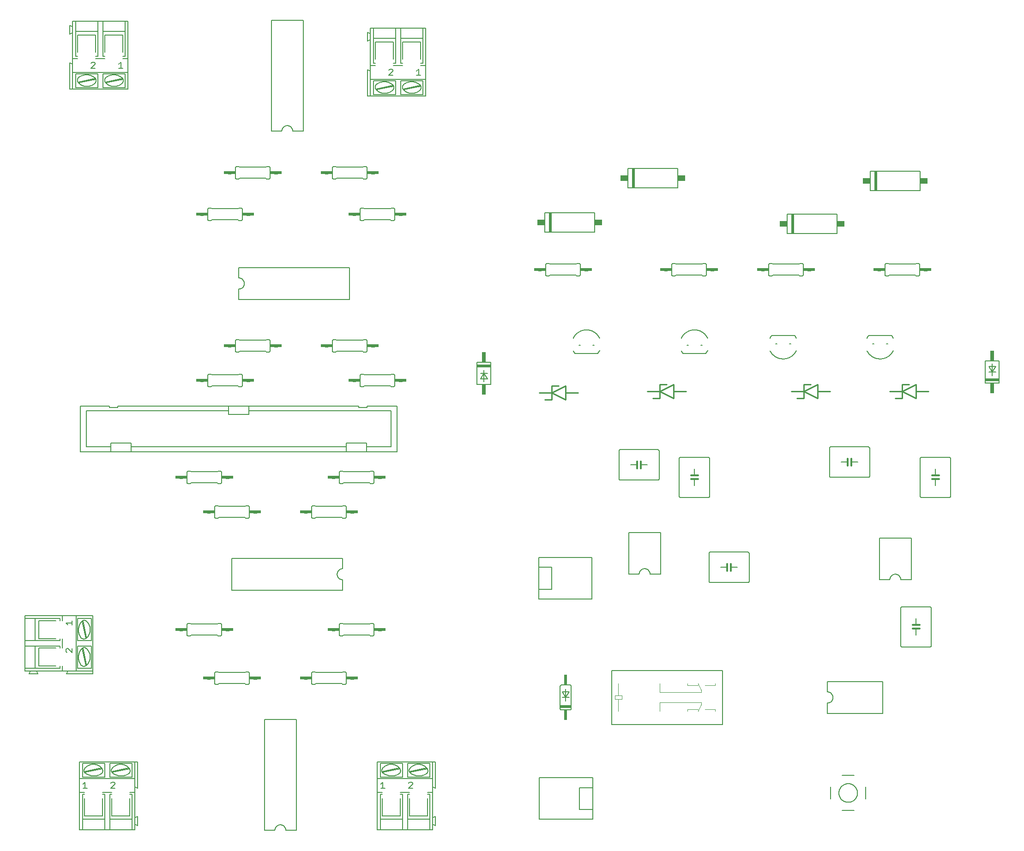
<source format=gto>
G75*
%MOIN*%
%OFA0B0*%
%FSLAX25Y25*%
%IPPOS*%
%LPD*%
%AMOC8*
5,1,8,0,0,1.08239X$1,22.5*
%
%ADD10C,0.00600*%
%ADD11C,0.02400*%
%ADD12R,0.03400X0.02400*%
%ADD13C,0.00800*%
%ADD14C,0.00500*%
%ADD15C,0.01200*%
%ADD16C,0.00400*%
%ADD17R,0.08000X0.02000*%
%ADD18R,0.02000X0.07500*%
%ADD19R,0.02000X0.14000*%
%ADD20R,0.05400X0.04200*%
%ADD21R,0.10000X0.02000*%
%ADD22R,0.03000X0.07500*%
%ADD23C,0.01000*%
D10*
X0041800Y0009667D02*
X0041800Y0036667D01*
X0045400Y0036667D01*
X0045400Y0035167D02*
X0043900Y0035167D01*
X0043900Y0017167D01*
X0043900Y0009667D01*
X0059900Y0009667D01*
X0063600Y0009667D01*
X0079600Y0009667D01*
X0079600Y0017167D01*
X0063600Y0017167D01*
X0063600Y0035167D01*
X0065100Y0035167D01*
X0065100Y0036667D02*
X0058400Y0036667D01*
X0058400Y0035167D02*
X0059900Y0035167D01*
X0059900Y0017167D01*
X0043900Y0017167D01*
X0045400Y0019667D02*
X0045400Y0032167D01*
X0041800Y0036667D02*
X0041800Y0046667D01*
X0041800Y0058667D01*
X0081800Y0058667D01*
X0083800Y0058667D01*
X0083800Y0039667D01*
X0081800Y0040667D01*
X0081800Y0046667D01*
X0041800Y0046667D01*
X0043900Y0047667D02*
X0043900Y0057667D01*
X0059900Y0057667D01*
X0059900Y0047667D01*
X0043900Y0047667D01*
X0046000Y0051167D02*
X0058000Y0053667D01*
X0057500Y0054167D02*
X0045500Y0051667D01*
X0046266Y0050425D02*
X0046182Y0050474D01*
X0046101Y0050526D01*
X0046022Y0050581D01*
X0045945Y0050640D01*
X0045871Y0050701D01*
X0045799Y0050766D01*
X0045730Y0050834D01*
X0045664Y0050904D01*
X0045601Y0050977D01*
X0045541Y0051053D01*
X0045485Y0051131D01*
X0045431Y0051211D01*
X0045381Y0051293D01*
X0045334Y0051378D01*
X0045291Y0051464D01*
X0045251Y0051552D01*
X0045215Y0051642D01*
X0045183Y0051733D01*
X0045155Y0051825D01*
X0045130Y0051918D01*
X0045109Y0052012D01*
X0045093Y0052108D01*
X0045080Y0052203D01*
X0045071Y0052299D01*
X0045066Y0052396D01*
X0045065Y0052492D01*
X0045068Y0052589D01*
X0045075Y0052685D01*
X0045086Y0052781D01*
X0045101Y0052876D01*
X0045120Y0052971D01*
X0045143Y0053065D01*
X0045170Y0053157D01*
X0045200Y0053249D01*
X0045234Y0053339D01*
X0045272Y0053428D01*
X0045314Y0053515D01*
X0045359Y0053600D01*
X0045408Y0053684D01*
X0045460Y0053765D01*
X0045515Y0053844D01*
X0045574Y0053921D01*
X0045635Y0053995D01*
X0045700Y0054067D01*
X0046100Y0050567D02*
X0046284Y0050423D01*
X0046473Y0050283D01*
X0046664Y0050148D01*
X0046859Y0050018D01*
X0047057Y0049892D01*
X0047258Y0049772D01*
X0047462Y0049656D01*
X0047669Y0049545D01*
X0047878Y0049440D01*
X0048090Y0049339D01*
X0048304Y0049244D01*
X0048521Y0049154D01*
X0048740Y0049069D01*
X0048960Y0048990D01*
X0049183Y0048916D01*
X0049407Y0048847D01*
X0049633Y0048784D01*
X0049860Y0048727D01*
X0050089Y0048675D01*
X0050319Y0048629D01*
X0050550Y0048588D01*
X0050781Y0048553D01*
X0051014Y0048524D01*
X0051247Y0048500D01*
X0051481Y0048482D01*
X0051715Y0048470D01*
X0051950Y0048463D01*
X0052184Y0048462D01*
X0052418Y0048467D01*
X0052653Y0048478D01*
X0052887Y0048494D01*
X0053120Y0048516D01*
X0053353Y0048544D01*
X0053585Y0048577D01*
X0053816Y0048617D01*
X0054046Y0048661D01*
X0054275Y0048712D01*
X0054503Y0048767D01*
X0054729Y0048829D01*
X0054954Y0048896D01*
X0055177Y0048968D01*
X0055398Y0049046D01*
X0055617Y0049129D01*
X0055834Y0049218D01*
X0056049Y0049312D01*
X0056262Y0049411D01*
X0056472Y0049515D01*
X0056679Y0049624D01*
X0056884Y0049738D01*
X0057086Y0049858D01*
X0057285Y0049982D01*
X0057481Y0050111D01*
X0057673Y0050244D01*
X0057863Y0050383D01*
X0057680Y0050249D02*
X0057755Y0050318D01*
X0057827Y0050389D01*
X0057896Y0050463D01*
X0057962Y0050539D01*
X0058026Y0050618D01*
X0058086Y0050699D01*
X0058144Y0050782D01*
X0058198Y0050868D01*
X0058249Y0050955D01*
X0058297Y0051044D01*
X0058341Y0051136D01*
X0058382Y0051228D01*
X0058419Y0051322D01*
X0058453Y0051418D01*
X0058483Y0051514D01*
X0058509Y0051612D01*
X0058532Y0051711D01*
X0058551Y0051810D01*
X0058566Y0051910D01*
X0058578Y0052011D01*
X0058586Y0052112D01*
X0058589Y0052213D01*
X0058590Y0052314D01*
X0058586Y0052415D01*
X0058578Y0052516D01*
X0058567Y0052617D01*
X0058552Y0052717D01*
X0058533Y0052816D01*
X0058511Y0052915D01*
X0058484Y0053013D01*
X0058454Y0053110D01*
X0058421Y0053205D01*
X0058384Y0053299D01*
X0058343Y0053392D01*
X0058299Y0053483D01*
X0058251Y0053572D01*
X0058201Y0053660D01*
X0058147Y0053746D01*
X0058089Y0053829D01*
X0058029Y0053910D01*
X0057966Y0053989D01*
X0057899Y0054066D01*
X0063600Y0057667D02*
X0063600Y0047667D01*
X0079600Y0047667D01*
X0079600Y0057667D01*
X0063600Y0057667D01*
X0065200Y0051667D02*
X0077200Y0054167D01*
X0077700Y0053667D02*
X0065700Y0051167D01*
X0065966Y0050425D02*
X0065882Y0050474D01*
X0065801Y0050526D01*
X0065722Y0050581D01*
X0065645Y0050640D01*
X0065571Y0050701D01*
X0065499Y0050766D01*
X0065430Y0050834D01*
X0065364Y0050904D01*
X0065301Y0050977D01*
X0065241Y0051053D01*
X0065185Y0051131D01*
X0065131Y0051211D01*
X0065081Y0051293D01*
X0065034Y0051378D01*
X0064991Y0051464D01*
X0064951Y0051552D01*
X0064915Y0051642D01*
X0064883Y0051733D01*
X0064855Y0051825D01*
X0064830Y0051918D01*
X0064809Y0052012D01*
X0064793Y0052108D01*
X0064780Y0052203D01*
X0064771Y0052299D01*
X0064766Y0052396D01*
X0064765Y0052492D01*
X0064768Y0052589D01*
X0064775Y0052685D01*
X0064786Y0052781D01*
X0064801Y0052876D01*
X0064820Y0052971D01*
X0064843Y0053065D01*
X0064870Y0053157D01*
X0064900Y0053249D01*
X0064934Y0053339D01*
X0064972Y0053428D01*
X0065014Y0053515D01*
X0065059Y0053600D01*
X0065108Y0053684D01*
X0065160Y0053765D01*
X0065215Y0053844D01*
X0065274Y0053921D01*
X0065335Y0053995D01*
X0065400Y0054067D01*
X0065800Y0050567D02*
X0065985Y0050423D01*
X0066173Y0050283D01*
X0066365Y0050148D01*
X0066560Y0050018D01*
X0066758Y0049892D01*
X0066959Y0049771D01*
X0067163Y0049656D01*
X0067369Y0049545D01*
X0067579Y0049439D01*
X0067790Y0049339D01*
X0068005Y0049244D01*
X0068221Y0049154D01*
X0068440Y0049069D01*
X0068660Y0048990D01*
X0068883Y0048916D01*
X0069107Y0048847D01*
X0069333Y0048784D01*
X0069560Y0048727D01*
X0069789Y0048675D01*
X0070019Y0048629D01*
X0070250Y0048588D01*
X0070482Y0048553D01*
X0070714Y0048524D01*
X0070948Y0048500D01*
X0071181Y0048482D01*
X0071416Y0048470D01*
X0071650Y0048463D01*
X0071884Y0048462D01*
X0072119Y0048467D01*
X0072353Y0048478D01*
X0072587Y0048494D01*
X0072820Y0048516D01*
X0073053Y0048544D01*
X0073285Y0048578D01*
X0073516Y0048617D01*
X0073747Y0048661D01*
X0073976Y0048712D01*
X0074203Y0048768D01*
X0074430Y0048829D01*
X0074654Y0048896D01*
X0074877Y0048968D01*
X0075099Y0049046D01*
X0075318Y0049129D01*
X0075535Y0049218D01*
X0075750Y0049312D01*
X0075962Y0049411D01*
X0076172Y0049515D01*
X0076380Y0049624D01*
X0076584Y0049738D01*
X0076786Y0049858D01*
X0076985Y0049982D01*
X0077181Y0050111D01*
X0077374Y0050245D01*
X0077563Y0050383D01*
X0077380Y0050249D02*
X0077455Y0050318D01*
X0077527Y0050389D01*
X0077596Y0050463D01*
X0077662Y0050539D01*
X0077726Y0050618D01*
X0077786Y0050699D01*
X0077844Y0050782D01*
X0077898Y0050868D01*
X0077949Y0050955D01*
X0077997Y0051044D01*
X0078041Y0051136D01*
X0078082Y0051228D01*
X0078119Y0051322D01*
X0078153Y0051418D01*
X0078183Y0051514D01*
X0078209Y0051612D01*
X0078232Y0051711D01*
X0078251Y0051810D01*
X0078266Y0051910D01*
X0078278Y0052011D01*
X0078286Y0052112D01*
X0078289Y0052213D01*
X0078290Y0052314D01*
X0078286Y0052415D01*
X0078278Y0052516D01*
X0078267Y0052617D01*
X0078252Y0052717D01*
X0078233Y0052816D01*
X0078211Y0052915D01*
X0078184Y0053013D01*
X0078154Y0053110D01*
X0078121Y0053205D01*
X0078084Y0053299D01*
X0078043Y0053392D01*
X0077999Y0053483D01*
X0077951Y0053572D01*
X0077901Y0053660D01*
X0077847Y0053746D01*
X0077789Y0053829D01*
X0077729Y0053910D01*
X0077666Y0053989D01*
X0077599Y0054066D01*
X0081800Y0058667D02*
X0081800Y0046667D01*
X0081800Y0040667D02*
X0081800Y0036667D01*
X0078100Y0036667D01*
X0078100Y0035167D02*
X0079600Y0035167D01*
X0079600Y0017167D01*
X0081800Y0018167D02*
X0081800Y0036667D01*
X0078100Y0032167D02*
X0078100Y0019667D01*
X0065100Y0019667D01*
X0065100Y0032167D01*
X0058400Y0032167D02*
X0058400Y0019667D01*
X0045400Y0019667D01*
X0043900Y0009667D02*
X0041800Y0009667D01*
X0059900Y0009667D02*
X0059900Y0017167D01*
X0063600Y0017167D02*
X0063600Y0009667D01*
X0079600Y0009667D02*
X0081800Y0009667D01*
X0081800Y0013667D01*
X0081800Y0018167D01*
X0083800Y0019167D01*
X0083800Y0012667D01*
X0081800Y0013667D01*
X0077618Y0054083D02*
X0077488Y0054229D01*
X0077354Y0054373D01*
X0077216Y0054513D01*
X0077075Y0054650D01*
X0076931Y0054784D01*
X0076783Y0054913D01*
X0076633Y0055040D01*
X0076479Y0055162D01*
X0076323Y0055281D01*
X0076163Y0055396D01*
X0076001Y0055507D01*
X0075836Y0055614D01*
X0075669Y0055718D01*
X0075499Y0055817D01*
X0075327Y0055911D01*
X0075153Y0056002D01*
X0074976Y0056089D01*
X0074798Y0056171D01*
X0074617Y0056248D01*
X0074435Y0056322D01*
X0074251Y0056391D01*
X0074066Y0056455D01*
X0073878Y0056515D01*
X0073690Y0056571D01*
X0073500Y0056621D01*
X0073309Y0056668D01*
X0073117Y0056709D01*
X0072924Y0056746D01*
X0072730Y0056778D01*
X0072535Y0056806D01*
X0072340Y0056828D01*
X0072145Y0056846D01*
X0071949Y0056860D01*
X0071752Y0056868D01*
X0071556Y0056872D01*
X0071359Y0056871D01*
X0071163Y0056865D01*
X0070967Y0056854D01*
X0070771Y0056839D01*
X0070575Y0056819D01*
X0070380Y0056794D01*
X0070186Y0056765D01*
X0069992Y0056731D01*
X0069800Y0056692D01*
X0069608Y0056648D01*
X0069418Y0056600D01*
X0069228Y0056547D01*
X0069040Y0056490D01*
X0068854Y0056428D01*
X0068669Y0056361D01*
X0068486Y0056291D01*
X0068304Y0056215D01*
X0068125Y0056136D01*
X0067947Y0056052D01*
X0067771Y0055963D01*
X0067598Y0055871D01*
X0067427Y0055774D01*
X0067258Y0055673D01*
X0067092Y0055568D01*
X0066928Y0055460D01*
X0066767Y0055347D01*
X0066609Y0055230D01*
X0066454Y0055110D01*
X0066302Y0054985D01*
X0066153Y0054858D01*
X0066006Y0054726D01*
X0065864Y0054591D01*
X0065724Y0054453D01*
X0065588Y0054311D01*
X0065455Y0054166D01*
X0065326Y0054018D01*
X0065201Y0053867D01*
X0057919Y0054084D02*
X0057788Y0054230D01*
X0057654Y0054374D01*
X0057516Y0054514D01*
X0057375Y0054651D01*
X0057231Y0054785D01*
X0057083Y0054915D01*
X0056933Y0055041D01*
X0056779Y0055163D01*
X0056623Y0055282D01*
X0056463Y0055397D01*
X0056301Y0055508D01*
X0056136Y0055616D01*
X0055969Y0055719D01*
X0055799Y0055818D01*
X0055627Y0055913D01*
X0055453Y0056003D01*
X0055276Y0056090D01*
X0055098Y0056172D01*
X0054917Y0056250D01*
X0054735Y0056323D01*
X0054551Y0056392D01*
X0054365Y0056456D01*
X0054178Y0056516D01*
X0053990Y0056572D01*
X0053800Y0056622D01*
X0053609Y0056669D01*
X0053417Y0056710D01*
X0053224Y0056747D01*
X0053030Y0056779D01*
X0052835Y0056807D01*
X0052640Y0056829D01*
X0052444Y0056847D01*
X0052248Y0056861D01*
X0052052Y0056869D01*
X0051855Y0056873D01*
X0051659Y0056872D01*
X0051462Y0056866D01*
X0051266Y0056855D01*
X0051070Y0056840D01*
X0050875Y0056820D01*
X0050680Y0056795D01*
X0050485Y0056766D01*
X0050292Y0056731D01*
X0050099Y0056693D01*
X0049907Y0056649D01*
X0049717Y0056601D01*
X0049528Y0056548D01*
X0049340Y0056491D01*
X0049153Y0056429D01*
X0048968Y0056362D01*
X0048785Y0056291D01*
X0048603Y0056216D01*
X0048424Y0056136D01*
X0048246Y0056052D01*
X0048070Y0055964D01*
X0047897Y0055872D01*
X0047726Y0055775D01*
X0047557Y0055674D01*
X0047391Y0055569D01*
X0047227Y0055460D01*
X0047066Y0055347D01*
X0046908Y0055231D01*
X0046753Y0055110D01*
X0046601Y0054986D01*
X0046452Y0054858D01*
X0046305Y0054727D01*
X0046163Y0054592D01*
X0046023Y0054453D01*
X0045887Y0054312D01*
X0045754Y0054167D01*
X0045625Y0054018D01*
X0045500Y0053867D01*
X0051300Y0122167D02*
X0032300Y0122167D01*
X0033300Y0124167D01*
X0039300Y0124167D01*
X0039300Y0164167D01*
X0051300Y0164167D01*
X0051300Y0124167D01*
X0051300Y0122167D01*
X0051300Y0124167D02*
X0039300Y0124167D01*
X0040300Y0126367D02*
X0040300Y0142367D01*
X0050300Y0142367D01*
X0050300Y0126367D01*
X0040300Y0126367D01*
X0042883Y0128587D02*
X0042952Y0128512D01*
X0043023Y0128440D01*
X0043097Y0128371D01*
X0043173Y0128305D01*
X0043252Y0128241D01*
X0043333Y0128181D01*
X0043416Y0128123D01*
X0043502Y0128069D01*
X0043589Y0128018D01*
X0043678Y0127970D01*
X0043770Y0127926D01*
X0043862Y0127885D01*
X0043956Y0127848D01*
X0044052Y0127814D01*
X0044148Y0127784D01*
X0044246Y0127758D01*
X0044345Y0127735D01*
X0044444Y0127716D01*
X0044544Y0127701D01*
X0044645Y0127689D01*
X0044746Y0127681D01*
X0044847Y0127678D01*
X0044948Y0127677D01*
X0045049Y0127681D01*
X0045150Y0127689D01*
X0045251Y0127700D01*
X0045351Y0127715D01*
X0045450Y0127734D01*
X0045549Y0127756D01*
X0045647Y0127783D01*
X0045744Y0127813D01*
X0045839Y0127846D01*
X0045933Y0127883D01*
X0046026Y0127924D01*
X0046117Y0127968D01*
X0046206Y0128016D01*
X0046294Y0128066D01*
X0046380Y0128120D01*
X0046463Y0128178D01*
X0046544Y0128238D01*
X0046623Y0128301D01*
X0046700Y0128368D01*
X0046800Y0128767D02*
X0044300Y0140767D01*
X0043800Y0140267D02*
X0046300Y0128267D01*
X0043016Y0128403D02*
X0042878Y0128592D01*
X0042744Y0128785D01*
X0042615Y0128981D01*
X0042491Y0129180D01*
X0042371Y0129382D01*
X0042257Y0129586D01*
X0042148Y0129794D01*
X0042044Y0130004D01*
X0041945Y0130216D01*
X0041851Y0130431D01*
X0041762Y0130648D01*
X0041679Y0130867D01*
X0041601Y0131089D01*
X0041529Y0131312D01*
X0041462Y0131536D01*
X0041401Y0131763D01*
X0041345Y0131990D01*
X0041294Y0132219D01*
X0041250Y0132450D01*
X0041211Y0132681D01*
X0041177Y0132913D01*
X0041149Y0133146D01*
X0041127Y0133379D01*
X0041111Y0133613D01*
X0041100Y0133847D01*
X0041095Y0134082D01*
X0041096Y0134316D01*
X0041103Y0134550D01*
X0041115Y0134785D01*
X0041133Y0135018D01*
X0041157Y0135252D01*
X0041186Y0135484D01*
X0041221Y0135716D01*
X0041262Y0135947D01*
X0041308Y0136177D01*
X0041360Y0136406D01*
X0041417Y0136633D01*
X0041480Y0136859D01*
X0041549Y0137083D01*
X0041623Y0137306D01*
X0041702Y0137526D01*
X0041787Y0137745D01*
X0041877Y0137961D01*
X0041972Y0138176D01*
X0042072Y0138387D01*
X0042178Y0138597D01*
X0042289Y0138803D01*
X0042404Y0139007D01*
X0042525Y0139208D01*
X0042651Y0139406D01*
X0042781Y0139601D01*
X0042916Y0139793D01*
X0043056Y0139981D01*
X0043200Y0140166D01*
X0043058Y0140001D02*
X0043107Y0140085D01*
X0043159Y0140166D01*
X0043214Y0140245D01*
X0043273Y0140322D01*
X0043334Y0140396D01*
X0043399Y0140468D01*
X0043467Y0140537D01*
X0043537Y0140603D01*
X0043610Y0140666D01*
X0043686Y0140726D01*
X0043764Y0140782D01*
X0043844Y0140836D01*
X0043926Y0140886D01*
X0044011Y0140933D01*
X0044097Y0140976D01*
X0044185Y0141016D01*
X0044275Y0141052D01*
X0044366Y0141084D01*
X0044458Y0141112D01*
X0044551Y0141137D01*
X0044645Y0141158D01*
X0044741Y0141174D01*
X0044836Y0141187D01*
X0044932Y0141196D01*
X0045029Y0141201D01*
X0045125Y0141202D01*
X0045222Y0141199D01*
X0045318Y0141192D01*
X0045414Y0141181D01*
X0045509Y0141166D01*
X0045604Y0141147D01*
X0045698Y0141124D01*
X0045790Y0141097D01*
X0045882Y0141067D01*
X0045972Y0141033D01*
X0046061Y0140995D01*
X0046148Y0140953D01*
X0046233Y0140908D01*
X0046317Y0140859D01*
X0046398Y0140807D01*
X0046477Y0140752D01*
X0046554Y0140693D01*
X0046628Y0140632D01*
X0046700Y0140567D01*
X0050300Y0146067D02*
X0040300Y0146067D01*
X0040300Y0162067D01*
X0050300Y0162067D01*
X0050300Y0146067D01*
X0046800Y0148467D02*
X0044300Y0160467D01*
X0043800Y0159967D02*
X0046300Y0147967D01*
X0046700Y0148068D02*
X0046623Y0148001D01*
X0046544Y0147938D01*
X0046463Y0147878D01*
X0046380Y0147820D01*
X0046294Y0147766D01*
X0046206Y0147716D01*
X0046117Y0147668D01*
X0046026Y0147624D01*
X0045933Y0147583D01*
X0045839Y0147546D01*
X0045744Y0147513D01*
X0045647Y0147483D01*
X0045549Y0147456D01*
X0045450Y0147434D01*
X0045351Y0147415D01*
X0045251Y0147400D01*
X0045150Y0147389D01*
X0045049Y0147381D01*
X0044948Y0147377D01*
X0044847Y0147378D01*
X0044746Y0147381D01*
X0044645Y0147389D01*
X0044544Y0147401D01*
X0044444Y0147416D01*
X0044345Y0147435D01*
X0044246Y0147458D01*
X0044148Y0147484D01*
X0044052Y0147514D01*
X0043956Y0147548D01*
X0043862Y0147585D01*
X0043770Y0147626D01*
X0043678Y0147670D01*
X0043589Y0147718D01*
X0043502Y0147769D01*
X0043416Y0147823D01*
X0043333Y0147881D01*
X0043252Y0147941D01*
X0043173Y0148005D01*
X0043097Y0148071D01*
X0043023Y0148140D01*
X0042952Y0148212D01*
X0042883Y0148287D01*
X0046717Y0148047D02*
X0046863Y0148178D01*
X0047007Y0148312D01*
X0047147Y0148450D01*
X0047284Y0148591D01*
X0047418Y0148735D01*
X0047548Y0148883D01*
X0047674Y0149033D01*
X0047796Y0149187D01*
X0047915Y0149343D01*
X0048030Y0149503D01*
X0048141Y0149665D01*
X0048249Y0149830D01*
X0048352Y0149997D01*
X0048451Y0150167D01*
X0048546Y0150339D01*
X0048636Y0150513D01*
X0048723Y0150690D01*
X0048805Y0150868D01*
X0048883Y0151049D01*
X0048956Y0151231D01*
X0049025Y0151415D01*
X0049089Y0151601D01*
X0049149Y0151788D01*
X0049205Y0151976D01*
X0049255Y0152166D01*
X0049302Y0152357D01*
X0049343Y0152549D01*
X0049380Y0152742D01*
X0049412Y0152936D01*
X0049440Y0153131D01*
X0049462Y0153326D01*
X0049480Y0153522D01*
X0049494Y0153718D01*
X0049502Y0153914D01*
X0049506Y0154111D01*
X0049505Y0154307D01*
X0049499Y0154504D01*
X0049488Y0154700D01*
X0049473Y0154896D01*
X0049453Y0155091D01*
X0049428Y0155286D01*
X0049399Y0155481D01*
X0049364Y0155674D01*
X0049326Y0155867D01*
X0049282Y0156059D01*
X0049234Y0156249D01*
X0049181Y0156438D01*
X0049124Y0156626D01*
X0049062Y0156813D01*
X0048995Y0156998D01*
X0048924Y0157181D01*
X0048849Y0157363D01*
X0048769Y0157542D01*
X0048685Y0157720D01*
X0048597Y0157896D01*
X0048505Y0158069D01*
X0048408Y0158240D01*
X0048307Y0158409D01*
X0048202Y0158575D01*
X0048093Y0158739D01*
X0047980Y0158900D01*
X0047864Y0159058D01*
X0047743Y0159213D01*
X0047619Y0159365D01*
X0047491Y0159514D01*
X0047360Y0159661D01*
X0047225Y0159803D01*
X0047086Y0159943D01*
X0046945Y0160079D01*
X0046800Y0160212D01*
X0046651Y0160341D01*
X0046500Y0160466D01*
X0046700Y0160267D02*
X0046628Y0160332D01*
X0046554Y0160393D01*
X0046477Y0160452D01*
X0046398Y0160507D01*
X0046317Y0160559D01*
X0046233Y0160608D01*
X0046148Y0160653D01*
X0046061Y0160695D01*
X0045972Y0160733D01*
X0045882Y0160767D01*
X0045790Y0160797D01*
X0045698Y0160824D01*
X0045604Y0160847D01*
X0045509Y0160866D01*
X0045414Y0160881D01*
X0045318Y0160892D01*
X0045222Y0160899D01*
X0045125Y0160902D01*
X0045029Y0160901D01*
X0044932Y0160896D01*
X0044836Y0160887D01*
X0044741Y0160874D01*
X0044645Y0160858D01*
X0044551Y0160837D01*
X0044458Y0160812D01*
X0044366Y0160784D01*
X0044275Y0160752D01*
X0044185Y0160716D01*
X0044097Y0160676D01*
X0044011Y0160633D01*
X0043926Y0160586D01*
X0043844Y0160536D01*
X0043764Y0160482D01*
X0043686Y0160426D01*
X0043610Y0160366D01*
X0043537Y0160303D01*
X0043467Y0160237D01*
X0043399Y0160168D01*
X0043334Y0160096D01*
X0043273Y0160022D01*
X0043214Y0159945D01*
X0043159Y0159866D01*
X0043107Y0159785D01*
X0043058Y0159701D01*
X0039300Y0164167D02*
X0029300Y0164167D01*
X0029300Y0160567D01*
X0027800Y0160567D02*
X0027800Y0162067D01*
X0009800Y0162067D01*
X0002300Y0162067D01*
X0002300Y0146067D01*
X0002300Y0142367D01*
X0002300Y0126367D01*
X0009800Y0126367D01*
X0009800Y0142367D01*
X0027800Y0142367D01*
X0027800Y0140867D01*
X0029300Y0140867D02*
X0029300Y0147567D01*
X0027800Y0147567D02*
X0027800Y0146067D01*
X0009800Y0146067D01*
X0009800Y0162067D01*
X0012300Y0160567D02*
X0024800Y0160567D01*
X0029300Y0164167D02*
X0002300Y0164167D01*
X0002300Y0162067D01*
X0012300Y0160567D02*
X0012300Y0147567D01*
X0024800Y0147567D01*
X0024800Y0140867D02*
X0012300Y0140867D01*
X0012300Y0127867D01*
X0024800Y0127867D01*
X0027800Y0127867D02*
X0027800Y0126367D01*
X0009800Y0126367D01*
X0010800Y0124167D02*
X0006300Y0124167D01*
X0002300Y0124167D01*
X0002300Y0126367D01*
X0006300Y0124167D02*
X0005300Y0122167D01*
X0011800Y0122167D01*
X0010800Y0124167D01*
X0029300Y0124167D01*
X0029300Y0127867D01*
X0029300Y0124167D02*
X0033300Y0124167D01*
X0046716Y0128349D02*
X0046862Y0128479D01*
X0047006Y0128613D01*
X0047146Y0128751D01*
X0047283Y0128892D01*
X0047417Y0129036D01*
X0047546Y0129184D01*
X0047673Y0129334D01*
X0047795Y0129488D01*
X0047914Y0129644D01*
X0048029Y0129804D01*
X0048140Y0129966D01*
X0048247Y0130131D01*
X0048351Y0130298D01*
X0048450Y0130468D01*
X0048544Y0130640D01*
X0048635Y0130814D01*
X0048722Y0130991D01*
X0048804Y0131169D01*
X0048881Y0131350D01*
X0048955Y0131532D01*
X0049024Y0131716D01*
X0049088Y0131901D01*
X0049148Y0132089D01*
X0049204Y0132277D01*
X0049254Y0132467D01*
X0049301Y0132658D01*
X0049342Y0132850D01*
X0049379Y0133043D01*
X0049411Y0133237D01*
X0049439Y0133432D01*
X0049461Y0133627D01*
X0049479Y0133822D01*
X0049493Y0134018D01*
X0049501Y0134215D01*
X0049505Y0134411D01*
X0049504Y0134608D01*
X0049498Y0134804D01*
X0049487Y0135000D01*
X0049472Y0135196D01*
X0049452Y0135392D01*
X0049427Y0135587D01*
X0049398Y0135781D01*
X0049364Y0135975D01*
X0049325Y0136167D01*
X0049281Y0136359D01*
X0049233Y0136549D01*
X0049180Y0136739D01*
X0049123Y0136927D01*
X0049061Y0137113D01*
X0048994Y0137298D01*
X0048924Y0137481D01*
X0048848Y0137663D01*
X0048769Y0137842D01*
X0048685Y0138020D01*
X0048596Y0138196D01*
X0048504Y0138369D01*
X0048407Y0138540D01*
X0048306Y0138709D01*
X0048201Y0138875D01*
X0048093Y0139039D01*
X0047980Y0139200D01*
X0047863Y0139358D01*
X0047743Y0139513D01*
X0047618Y0139665D01*
X0047491Y0139814D01*
X0047359Y0139961D01*
X0047224Y0140103D01*
X0047086Y0140243D01*
X0046944Y0140379D01*
X0046799Y0140512D01*
X0046651Y0140641D01*
X0046500Y0140766D01*
X0043016Y0148103D02*
X0042877Y0148293D01*
X0042744Y0148485D01*
X0042615Y0148681D01*
X0042491Y0148880D01*
X0042371Y0149082D01*
X0042257Y0149287D01*
X0042148Y0149494D01*
X0042044Y0149704D01*
X0041945Y0149917D01*
X0041851Y0150132D01*
X0041762Y0150349D01*
X0041679Y0150568D01*
X0041601Y0150789D01*
X0041529Y0151012D01*
X0041462Y0151237D01*
X0041400Y0151463D01*
X0041345Y0151691D01*
X0041294Y0151920D01*
X0041250Y0152150D01*
X0041210Y0152381D01*
X0041177Y0152613D01*
X0041149Y0152846D01*
X0041127Y0153079D01*
X0041111Y0153313D01*
X0041100Y0153548D01*
X0041095Y0153782D01*
X0041096Y0154016D01*
X0041103Y0154251D01*
X0041115Y0154485D01*
X0041133Y0154719D01*
X0041157Y0154952D01*
X0041186Y0155185D01*
X0041221Y0155416D01*
X0041262Y0155647D01*
X0041308Y0155877D01*
X0041360Y0156106D01*
X0041417Y0156333D01*
X0041480Y0156559D01*
X0041549Y0156783D01*
X0041623Y0157006D01*
X0041702Y0157226D01*
X0041787Y0157445D01*
X0041877Y0157662D01*
X0041972Y0157876D01*
X0042073Y0158088D01*
X0042178Y0158297D01*
X0042289Y0158504D01*
X0042405Y0158708D01*
X0042525Y0158909D01*
X0042651Y0159107D01*
X0042781Y0159302D01*
X0042916Y0159493D01*
X0043056Y0159682D01*
X0043200Y0159866D01*
X0009800Y0146067D02*
X0002300Y0146067D01*
X0002300Y0142367D02*
X0009800Y0142367D01*
X0119300Y0150667D02*
X0119300Y0157667D01*
X0119302Y0157727D01*
X0119307Y0157788D01*
X0119316Y0157847D01*
X0119329Y0157906D01*
X0119345Y0157965D01*
X0119365Y0158022D01*
X0119388Y0158077D01*
X0119415Y0158132D01*
X0119444Y0158184D01*
X0119477Y0158235D01*
X0119513Y0158284D01*
X0119551Y0158330D01*
X0119593Y0158374D01*
X0119637Y0158416D01*
X0119683Y0158454D01*
X0119732Y0158490D01*
X0119783Y0158523D01*
X0119835Y0158552D01*
X0119890Y0158579D01*
X0119945Y0158602D01*
X0120002Y0158622D01*
X0120061Y0158638D01*
X0120120Y0158651D01*
X0120179Y0158660D01*
X0120240Y0158665D01*
X0120300Y0158667D01*
X0121800Y0158667D01*
X0122300Y0158167D01*
X0141300Y0158167D01*
X0141800Y0158667D01*
X0143300Y0158667D01*
X0143360Y0158665D01*
X0143421Y0158660D01*
X0143480Y0158651D01*
X0143539Y0158638D01*
X0143598Y0158622D01*
X0143655Y0158602D01*
X0143710Y0158579D01*
X0143765Y0158552D01*
X0143817Y0158523D01*
X0143868Y0158490D01*
X0143917Y0158454D01*
X0143963Y0158416D01*
X0144007Y0158374D01*
X0144049Y0158330D01*
X0144087Y0158284D01*
X0144123Y0158235D01*
X0144156Y0158184D01*
X0144185Y0158132D01*
X0144212Y0158077D01*
X0144235Y0158022D01*
X0144255Y0157965D01*
X0144271Y0157906D01*
X0144284Y0157847D01*
X0144293Y0157788D01*
X0144298Y0157727D01*
X0144300Y0157667D01*
X0144300Y0150667D01*
X0144298Y0150607D01*
X0144293Y0150546D01*
X0144284Y0150487D01*
X0144271Y0150428D01*
X0144255Y0150369D01*
X0144235Y0150312D01*
X0144212Y0150257D01*
X0144185Y0150202D01*
X0144156Y0150150D01*
X0144123Y0150099D01*
X0144087Y0150050D01*
X0144049Y0150004D01*
X0144007Y0149960D01*
X0143963Y0149918D01*
X0143917Y0149880D01*
X0143868Y0149844D01*
X0143817Y0149811D01*
X0143765Y0149782D01*
X0143710Y0149755D01*
X0143655Y0149732D01*
X0143598Y0149712D01*
X0143539Y0149696D01*
X0143480Y0149683D01*
X0143421Y0149674D01*
X0143360Y0149669D01*
X0143300Y0149667D01*
X0141800Y0149667D01*
X0141300Y0150167D01*
X0122300Y0150167D01*
X0121800Y0149667D01*
X0120300Y0149667D01*
X0120240Y0149669D01*
X0120179Y0149674D01*
X0120120Y0149683D01*
X0120061Y0149696D01*
X0120002Y0149712D01*
X0119945Y0149732D01*
X0119890Y0149755D01*
X0119835Y0149782D01*
X0119783Y0149811D01*
X0119732Y0149844D01*
X0119683Y0149880D01*
X0119637Y0149918D01*
X0119593Y0149960D01*
X0119551Y0150004D01*
X0119513Y0150050D01*
X0119477Y0150099D01*
X0119444Y0150150D01*
X0119415Y0150202D01*
X0119388Y0150257D01*
X0119365Y0150312D01*
X0119345Y0150369D01*
X0119329Y0150428D01*
X0119316Y0150487D01*
X0119307Y0150546D01*
X0119302Y0150607D01*
X0119300Y0150667D01*
X0140300Y0123667D02*
X0141800Y0123667D01*
X0142300Y0123167D01*
X0161300Y0123167D01*
X0161800Y0123667D01*
X0163300Y0123667D01*
X0163360Y0123665D01*
X0163421Y0123660D01*
X0163480Y0123651D01*
X0163539Y0123638D01*
X0163598Y0123622D01*
X0163655Y0123602D01*
X0163710Y0123579D01*
X0163765Y0123552D01*
X0163817Y0123523D01*
X0163868Y0123490D01*
X0163917Y0123454D01*
X0163963Y0123416D01*
X0164007Y0123374D01*
X0164049Y0123330D01*
X0164087Y0123284D01*
X0164123Y0123235D01*
X0164156Y0123184D01*
X0164185Y0123132D01*
X0164212Y0123077D01*
X0164235Y0123022D01*
X0164255Y0122965D01*
X0164271Y0122906D01*
X0164284Y0122847D01*
X0164293Y0122788D01*
X0164298Y0122727D01*
X0164300Y0122667D01*
X0164300Y0115667D01*
X0164298Y0115607D01*
X0164293Y0115546D01*
X0164284Y0115487D01*
X0164271Y0115428D01*
X0164255Y0115369D01*
X0164235Y0115312D01*
X0164212Y0115257D01*
X0164185Y0115202D01*
X0164156Y0115150D01*
X0164123Y0115099D01*
X0164087Y0115050D01*
X0164049Y0115004D01*
X0164007Y0114960D01*
X0163963Y0114918D01*
X0163917Y0114880D01*
X0163868Y0114844D01*
X0163817Y0114811D01*
X0163765Y0114782D01*
X0163710Y0114755D01*
X0163655Y0114732D01*
X0163598Y0114712D01*
X0163539Y0114696D01*
X0163480Y0114683D01*
X0163421Y0114674D01*
X0163360Y0114669D01*
X0163300Y0114667D01*
X0161800Y0114667D01*
X0161300Y0115167D01*
X0142300Y0115167D01*
X0141800Y0114667D01*
X0140300Y0114667D01*
X0140240Y0114669D01*
X0140179Y0114674D01*
X0140120Y0114683D01*
X0140061Y0114696D01*
X0140002Y0114712D01*
X0139945Y0114732D01*
X0139890Y0114755D01*
X0139835Y0114782D01*
X0139783Y0114811D01*
X0139732Y0114844D01*
X0139683Y0114880D01*
X0139637Y0114918D01*
X0139593Y0114960D01*
X0139551Y0115004D01*
X0139513Y0115050D01*
X0139477Y0115099D01*
X0139444Y0115150D01*
X0139415Y0115202D01*
X0139388Y0115257D01*
X0139365Y0115312D01*
X0139345Y0115369D01*
X0139329Y0115428D01*
X0139316Y0115487D01*
X0139307Y0115546D01*
X0139302Y0115607D01*
X0139300Y0115667D01*
X0139300Y0122667D01*
X0139302Y0122727D01*
X0139307Y0122788D01*
X0139316Y0122847D01*
X0139329Y0122906D01*
X0139345Y0122965D01*
X0139365Y0123022D01*
X0139388Y0123077D01*
X0139415Y0123132D01*
X0139444Y0123184D01*
X0139477Y0123235D01*
X0139513Y0123284D01*
X0139551Y0123330D01*
X0139593Y0123374D01*
X0139637Y0123416D01*
X0139683Y0123454D01*
X0139732Y0123490D01*
X0139783Y0123523D01*
X0139835Y0123552D01*
X0139890Y0123579D01*
X0139945Y0123602D01*
X0140002Y0123622D01*
X0140061Y0123638D01*
X0140120Y0123651D01*
X0140179Y0123660D01*
X0140240Y0123665D01*
X0140300Y0123667D01*
X0175300Y0089167D02*
X0198300Y0089167D01*
X0198300Y0009167D01*
X0190800Y0009167D01*
X0190798Y0009293D01*
X0190792Y0009418D01*
X0190782Y0009543D01*
X0190768Y0009668D01*
X0190751Y0009793D01*
X0190729Y0009917D01*
X0190704Y0010040D01*
X0190674Y0010162D01*
X0190641Y0010283D01*
X0190604Y0010403D01*
X0190564Y0010522D01*
X0190519Y0010639D01*
X0190471Y0010756D01*
X0190419Y0010870D01*
X0190364Y0010983D01*
X0190305Y0011094D01*
X0190243Y0011203D01*
X0190177Y0011310D01*
X0190108Y0011415D01*
X0190036Y0011518D01*
X0189961Y0011619D01*
X0189882Y0011717D01*
X0189800Y0011812D01*
X0189716Y0011905D01*
X0189628Y0011995D01*
X0189538Y0012083D01*
X0189445Y0012167D01*
X0189350Y0012249D01*
X0189252Y0012328D01*
X0189151Y0012403D01*
X0189048Y0012475D01*
X0188943Y0012544D01*
X0188836Y0012610D01*
X0188727Y0012672D01*
X0188616Y0012731D01*
X0188503Y0012786D01*
X0188389Y0012838D01*
X0188272Y0012886D01*
X0188155Y0012931D01*
X0188036Y0012971D01*
X0187916Y0013008D01*
X0187795Y0013041D01*
X0187673Y0013071D01*
X0187550Y0013096D01*
X0187426Y0013118D01*
X0187301Y0013135D01*
X0187176Y0013149D01*
X0187051Y0013159D01*
X0186926Y0013165D01*
X0186800Y0013167D01*
X0186674Y0013165D01*
X0186549Y0013159D01*
X0186424Y0013149D01*
X0186299Y0013135D01*
X0186174Y0013118D01*
X0186050Y0013096D01*
X0185927Y0013071D01*
X0185805Y0013041D01*
X0185684Y0013008D01*
X0185564Y0012971D01*
X0185445Y0012931D01*
X0185328Y0012886D01*
X0185211Y0012838D01*
X0185097Y0012786D01*
X0184984Y0012731D01*
X0184873Y0012672D01*
X0184764Y0012610D01*
X0184657Y0012544D01*
X0184552Y0012475D01*
X0184449Y0012403D01*
X0184348Y0012328D01*
X0184250Y0012249D01*
X0184155Y0012167D01*
X0184062Y0012083D01*
X0183972Y0011995D01*
X0183884Y0011905D01*
X0183800Y0011812D01*
X0183718Y0011717D01*
X0183639Y0011619D01*
X0183564Y0011518D01*
X0183492Y0011415D01*
X0183423Y0011310D01*
X0183357Y0011203D01*
X0183295Y0011094D01*
X0183236Y0010983D01*
X0183181Y0010870D01*
X0183129Y0010756D01*
X0183081Y0010639D01*
X0183036Y0010522D01*
X0182996Y0010403D01*
X0182959Y0010283D01*
X0182926Y0010162D01*
X0182896Y0010040D01*
X0182871Y0009917D01*
X0182849Y0009793D01*
X0182832Y0009668D01*
X0182818Y0009543D01*
X0182808Y0009418D01*
X0182802Y0009293D01*
X0182800Y0009167D01*
X0175300Y0009167D01*
X0175300Y0089167D01*
X0209300Y0115667D02*
X0209300Y0122667D01*
X0209302Y0122727D01*
X0209307Y0122788D01*
X0209316Y0122847D01*
X0209329Y0122906D01*
X0209345Y0122965D01*
X0209365Y0123022D01*
X0209388Y0123077D01*
X0209415Y0123132D01*
X0209444Y0123184D01*
X0209477Y0123235D01*
X0209513Y0123284D01*
X0209551Y0123330D01*
X0209593Y0123374D01*
X0209637Y0123416D01*
X0209683Y0123454D01*
X0209732Y0123490D01*
X0209783Y0123523D01*
X0209835Y0123552D01*
X0209890Y0123579D01*
X0209945Y0123602D01*
X0210002Y0123622D01*
X0210061Y0123638D01*
X0210120Y0123651D01*
X0210179Y0123660D01*
X0210240Y0123665D01*
X0210300Y0123667D01*
X0211800Y0123667D01*
X0212300Y0123167D01*
X0231300Y0123167D01*
X0231800Y0123667D01*
X0233300Y0123667D01*
X0233360Y0123665D01*
X0233421Y0123660D01*
X0233480Y0123651D01*
X0233539Y0123638D01*
X0233598Y0123622D01*
X0233655Y0123602D01*
X0233710Y0123579D01*
X0233765Y0123552D01*
X0233817Y0123523D01*
X0233868Y0123490D01*
X0233917Y0123454D01*
X0233963Y0123416D01*
X0234007Y0123374D01*
X0234049Y0123330D01*
X0234087Y0123284D01*
X0234123Y0123235D01*
X0234156Y0123184D01*
X0234185Y0123132D01*
X0234212Y0123077D01*
X0234235Y0123022D01*
X0234255Y0122965D01*
X0234271Y0122906D01*
X0234284Y0122847D01*
X0234293Y0122788D01*
X0234298Y0122727D01*
X0234300Y0122667D01*
X0234300Y0115667D01*
X0234298Y0115607D01*
X0234293Y0115546D01*
X0234284Y0115487D01*
X0234271Y0115428D01*
X0234255Y0115369D01*
X0234235Y0115312D01*
X0234212Y0115257D01*
X0234185Y0115202D01*
X0234156Y0115150D01*
X0234123Y0115099D01*
X0234087Y0115050D01*
X0234049Y0115004D01*
X0234007Y0114960D01*
X0233963Y0114918D01*
X0233917Y0114880D01*
X0233868Y0114844D01*
X0233817Y0114811D01*
X0233765Y0114782D01*
X0233710Y0114755D01*
X0233655Y0114732D01*
X0233598Y0114712D01*
X0233539Y0114696D01*
X0233480Y0114683D01*
X0233421Y0114674D01*
X0233360Y0114669D01*
X0233300Y0114667D01*
X0231800Y0114667D01*
X0231300Y0115167D01*
X0212300Y0115167D01*
X0211800Y0114667D01*
X0210300Y0114667D01*
X0210240Y0114669D01*
X0210179Y0114674D01*
X0210120Y0114683D01*
X0210061Y0114696D01*
X0210002Y0114712D01*
X0209945Y0114732D01*
X0209890Y0114755D01*
X0209835Y0114782D01*
X0209783Y0114811D01*
X0209732Y0114844D01*
X0209683Y0114880D01*
X0209637Y0114918D01*
X0209593Y0114960D01*
X0209551Y0115004D01*
X0209513Y0115050D01*
X0209477Y0115099D01*
X0209444Y0115150D01*
X0209415Y0115202D01*
X0209388Y0115257D01*
X0209365Y0115312D01*
X0209345Y0115369D01*
X0209329Y0115428D01*
X0209316Y0115487D01*
X0209307Y0115546D01*
X0209302Y0115607D01*
X0209300Y0115667D01*
X0230300Y0149667D02*
X0231800Y0149667D01*
X0232300Y0150167D01*
X0251300Y0150167D01*
X0251800Y0149667D01*
X0253300Y0149667D01*
X0253360Y0149669D01*
X0253421Y0149674D01*
X0253480Y0149683D01*
X0253539Y0149696D01*
X0253598Y0149712D01*
X0253655Y0149732D01*
X0253710Y0149755D01*
X0253765Y0149782D01*
X0253817Y0149811D01*
X0253868Y0149844D01*
X0253917Y0149880D01*
X0253963Y0149918D01*
X0254007Y0149960D01*
X0254049Y0150004D01*
X0254087Y0150050D01*
X0254123Y0150099D01*
X0254156Y0150150D01*
X0254185Y0150202D01*
X0254212Y0150257D01*
X0254235Y0150312D01*
X0254255Y0150369D01*
X0254271Y0150428D01*
X0254284Y0150487D01*
X0254293Y0150546D01*
X0254298Y0150607D01*
X0254300Y0150667D01*
X0254300Y0157667D01*
X0254298Y0157727D01*
X0254293Y0157788D01*
X0254284Y0157847D01*
X0254271Y0157906D01*
X0254255Y0157965D01*
X0254235Y0158022D01*
X0254212Y0158077D01*
X0254185Y0158132D01*
X0254156Y0158184D01*
X0254123Y0158235D01*
X0254087Y0158284D01*
X0254049Y0158330D01*
X0254007Y0158374D01*
X0253963Y0158416D01*
X0253917Y0158454D01*
X0253868Y0158490D01*
X0253817Y0158523D01*
X0253765Y0158552D01*
X0253710Y0158579D01*
X0253655Y0158602D01*
X0253598Y0158622D01*
X0253539Y0158638D01*
X0253480Y0158651D01*
X0253421Y0158660D01*
X0253360Y0158665D01*
X0253300Y0158667D01*
X0251800Y0158667D01*
X0251300Y0158167D01*
X0232300Y0158167D01*
X0231800Y0158667D01*
X0230300Y0158667D01*
X0230240Y0158665D01*
X0230179Y0158660D01*
X0230120Y0158651D01*
X0230061Y0158638D01*
X0230002Y0158622D01*
X0229945Y0158602D01*
X0229890Y0158579D01*
X0229835Y0158552D01*
X0229783Y0158523D01*
X0229732Y0158490D01*
X0229683Y0158454D01*
X0229637Y0158416D01*
X0229593Y0158374D01*
X0229551Y0158330D01*
X0229513Y0158284D01*
X0229477Y0158235D01*
X0229444Y0158184D01*
X0229415Y0158132D01*
X0229388Y0158077D01*
X0229365Y0158022D01*
X0229345Y0157965D01*
X0229329Y0157906D01*
X0229316Y0157847D01*
X0229307Y0157788D01*
X0229302Y0157727D01*
X0229300Y0157667D01*
X0229300Y0150667D01*
X0229302Y0150607D01*
X0229307Y0150546D01*
X0229316Y0150487D01*
X0229329Y0150428D01*
X0229345Y0150369D01*
X0229365Y0150312D01*
X0229388Y0150257D01*
X0229415Y0150202D01*
X0229444Y0150150D01*
X0229477Y0150099D01*
X0229513Y0150050D01*
X0229551Y0150004D01*
X0229593Y0149960D01*
X0229637Y0149918D01*
X0229683Y0149880D01*
X0229732Y0149844D01*
X0229783Y0149811D01*
X0229835Y0149782D01*
X0229890Y0149755D01*
X0229945Y0149732D01*
X0230002Y0149712D01*
X0230061Y0149696D01*
X0230120Y0149683D01*
X0230179Y0149674D01*
X0230240Y0149669D01*
X0230300Y0149667D01*
X0231800Y0182667D02*
X0231800Y0190167D01*
X0231674Y0190169D01*
X0231549Y0190175D01*
X0231424Y0190185D01*
X0231299Y0190199D01*
X0231174Y0190216D01*
X0231050Y0190238D01*
X0230927Y0190263D01*
X0230805Y0190293D01*
X0230684Y0190326D01*
X0230564Y0190363D01*
X0230445Y0190403D01*
X0230328Y0190448D01*
X0230211Y0190496D01*
X0230097Y0190548D01*
X0229984Y0190603D01*
X0229873Y0190662D01*
X0229764Y0190724D01*
X0229657Y0190790D01*
X0229552Y0190859D01*
X0229449Y0190931D01*
X0229348Y0191006D01*
X0229250Y0191085D01*
X0229155Y0191167D01*
X0229062Y0191251D01*
X0228972Y0191339D01*
X0228884Y0191429D01*
X0228800Y0191522D01*
X0228718Y0191617D01*
X0228639Y0191715D01*
X0228564Y0191816D01*
X0228492Y0191919D01*
X0228423Y0192024D01*
X0228357Y0192131D01*
X0228295Y0192240D01*
X0228236Y0192351D01*
X0228181Y0192464D01*
X0228129Y0192578D01*
X0228081Y0192695D01*
X0228036Y0192812D01*
X0227996Y0192931D01*
X0227959Y0193051D01*
X0227926Y0193172D01*
X0227896Y0193294D01*
X0227871Y0193417D01*
X0227849Y0193541D01*
X0227832Y0193666D01*
X0227818Y0193791D01*
X0227808Y0193916D01*
X0227802Y0194041D01*
X0227800Y0194167D01*
X0227802Y0194293D01*
X0227808Y0194418D01*
X0227818Y0194543D01*
X0227832Y0194668D01*
X0227849Y0194793D01*
X0227871Y0194917D01*
X0227896Y0195040D01*
X0227926Y0195162D01*
X0227959Y0195283D01*
X0227996Y0195403D01*
X0228036Y0195522D01*
X0228081Y0195639D01*
X0228129Y0195756D01*
X0228181Y0195870D01*
X0228236Y0195983D01*
X0228295Y0196094D01*
X0228357Y0196203D01*
X0228423Y0196310D01*
X0228492Y0196415D01*
X0228564Y0196518D01*
X0228639Y0196619D01*
X0228718Y0196717D01*
X0228800Y0196812D01*
X0228884Y0196905D01*
X0228972Y0196995D01*
X0229062Y0197083D01*
X0229155Y0197167D01*
X0229250Y0197249D01*
X0229348Y0197328D01*
X0229449Y0197403D01*
X0229552Y0197475D01*
X0229657Y0197544D01*
X0229764Y0197610D01*
X0229873Y0197672D01*
X0229984Y0197731D01*
X0230097Y0197786D01*
X0230211Y0197838D01*
X0230328Y0197886D01*
X0230445Y0197931D01*
X0230564Y0197971D01*
X0230684Y0198008D01*
X0230805Y0198041D01*
X0230927Y0198071D01*
X0231050Y0198096D01*
X0231174Y0198118D01*
X0231299Y0198135D01*
X0231424Y0198149D01*
X0231549Y0198159D01*
X0231674Y0198165D01*
X0231800Y0198167D01*
X0231800Y0205667D01*
X0151800Y0205667D01*
X0151800Y0182667D01*
X0231800Y0182667D01*
X0231800Y0234667D02*
X0233300Y0234667D01*
X0233360Y0234669D01*
X0233421Y0234674D01*
X0233480Y0234683D01*
X0233539Y0234696D01*
X0233598Y0234712D01*
X0233655Y0234732D01*
X0233710Y0234755D01*
X0233765Y0234782D01*
X0233817Y0234811D01*
X0233868Y0234844D01*
X0233917Y0234880D01*
X0233963Y0234918D01*
X0234007Y0234960D01*
X0234049Y0235004D01*
X0234087Y0235050D01*
X0234123Y0235099D01*
X0234156Y0235150D01*
X0234185Y0235202D01*
X0234212Y0235257D01*
X0234235Y0235312D01*
X0234255Y0235369D01*
X0234271Y0235428D01*
X0234284Y0235487D01*
X0234293Y0235546D01*
X0234298Y0235607D01*
X0234300Y0235667D01*
X0234300Y0242667D01*
X0234298Y0242727D01*
X0234293Y0242788D01*
X0234284Y0242847D01*
X0234271Y0242906D01*
X0234255Y0242965D01*
X0234235Y0243022D01*
X0234212Y0243077D01*
X0234185Y0243132D01*
X0234156Y0243184D01*
X0234123Y0243235D01*
X0234087Y0243284D01*
X0234049Y0243330D01*
X0234007Y0243374D01*
X0233963Y0243416D01*
X0233917Y0243454D01*
X0233868Y0243490D01*
X0233817Y0243523D01*
X0233765Y0243552D01*
X0233710Y0243579D01*
X0233655Y0243602D01*
X0233598Y0243622D01*
X0233539Y0243638D01*
X0233480Y0243651D01*
X0233421Y0243660D01*
X0233360Y0243665D01*
X0233300Y0243667D01*
X0231800Y0243667D01*
X0231300Y0243167D01*
X0212300Y0243167D01*
X0211800Y0243667D01*
X0210300Y0243667D01*
X0210240Y0243665D01*
X0210179Y0243660D01*
X0210120Y0243651D01*
X0210061Y0243638D01*
X0210002Y0243622D01*
X0209945Y0243602D01*
X0209890Y0243579D01*
X0209835Y0243552D01*
X0209783Y0243523D01*
X0209732Y0243490D01*
X0209683Y0243454D01*
X0209637Y0243416D01*
X0209593Y0243374D01*
X0209551Y0243330D01*
X0209513Y0243284D01*
X0209477Y0243235D01*
X0209444Y0243184D01*
X0209415Y0243132D01*
X0209388Y0243077D01*
X0209365Y0243022D01*
X0209345Y0242965D01*
X0209329Y0242906D01*
X0209316Y0242847D01*
X0209307Y0242788D01*
X0209302Y0242727D01*
X0209300Y0242667D01*
X0209300Y0235667D01*
X0209302Y0235607D01*
X0209307Y0235546D01*
X0209316Y0235487D01*
X0209329Y0235428D01*
X0209345Y0235369D01*
X0209365Y0235312D01*
X0209388Y0235257D01*
X0209415Y0235202D01*
X0209444Y0235150D01*
X0209477Y0235099D01*
X0209513Y0235050D01*
X0209551Y0235004D01*
X0209593Y0234960D01*
X0209637Y0234918D01*
X0209683Y0234880D01*
X0209732Y0234844D01*
X0209783Y0234811D01*
X0209835Y0234782D01*
X0209890Y0234755D01*
X0209945Y0234732D01*
X0210002Y0234712D01*
X0210061Y0234696D01*
X0210120Y0234683D01*
X0210179Y0234674D01*
X0210240Y0234669D01*
X0210300Y0234667D01*
X0211800Y0234667D01*
X0212300Y0235167D01*
X0231300Y0235167D01*
X0231800Y0234667D01*
X0231800Y0259667D02*
X0232300Y0260167D01*
X0251300Y0260167D01*
X0251800Y0259667D01*
X0253300Y0259667D01*
X0253360Y0259669D01*
X0253421Y0259674D01*
X0253480Y0259683D01*
X0253539Y0259696D01*
X0253598Y0259712D01*
X0253655Y0259732D01*
X0253710Y0259755D01*
X0253765Y0259782D01*
X0253817Y0259811D01*
X0253868Y0259844D01*
X0253917Y0259880D01*
X0253963Y0259918D01*
X0254007Y0259960D01*
X0254049Y0260004D01*
X0254087Y0260050D01*
X0254123Y0260099D01*
X0254156Y0260150D01*
X0254185Y0260202D01*
X0254212Y0260257D01*
X0254235Y0260312D01*
X0254255Y0260369D01*
X0254271Y0260428D01*
X0254284Y0260487D01*
X0254293Y0260546D01*
X0254298Y0260607D01*
X0254300Y0260667D01*
X0254300Y0267667D01*
X0254298Y0267727D01*
X0254293Y0267788D01*
X0254284Y0267847D01*
X0254271Y0267906D01*
X0254255Y0267965D01*
X0254235Y0268022D01*
X0254212Y0268077D01*
X0254185Y0268132D01*
X0254156Y0268184D01*
X0254123Y0268235D01*
X0254087Y0268284D01*
X0254049Y0268330D01*
X0254007Y0268374D01*
X0253963Y0268416D01*
X0253917Y0268454D01*
X0253868Y0268490D01*
X0253817Y0268523D01*
X0253765Y0268552D01*
X0253710Y0268579D01*
X0253655Y0268602D01*
X0253598Y0268622D01*
X0253539Y0268638D01*
X0253480Y0268651D01*
X0253421Y0268660D01*
X0253360Y0268665D01*
X0253300Y0268667D01*
X0251800Y0268667D01*
X0251300Y0268167D01*
X0232300Y0268167D01*
X0231800Y0268667D01*
X0230300Y0268667D01*
X0230240Y0268665D01*
X0230179Y0268660D01*
X0230120Y0268651D01*
X0230061Y0268638D01*
X0230002Y0268622D01*
X0229945Y0268602D01*
X0229890Y0268579D01*
X0229835Y0268552D01*
X0229783Y0268523D01*
X0229732Y0268490D01*
X0229683Y0268454D01*
X0229637Y0268416D01*
X0229593Y0268374D01*
X0229551Y0268330D01*
X0229513Y0268284D01*
X0229477Y0268235D01*
X0229444Y0268184D01*
X0229415Y0268132D01*
X0229388Y0268077D01*
X0229365Y0268022D01*
X0229345Y0267965D01*
X0229329Y0267906D01*
X0229316Y0267847D01*
X0229307Y0267788D01*
X0229302Y0267727D01*
X0229300Y0267667D01*
X0229300Y0260667D01*
X0229302Y0260607D01*
X0229307Y0260546D01*
X0229316Y0260487D01*
X0229329Y0260428D01*
X0229345Y0260369D01*
X0229365Y0260312D01*
X0229388Y0260257D01*
X0229415Y0260202D01*
X0229444Y0260150D01*
X0229477Y0260099D01*
X0229513Y0260050D01*
X0229551Y0260004D01*
X0229593Y0259960D01*
X0229637Y0259918D01*
X0229683Y0259880D01*
X0229732Y0259844D01*
X0229783Y0259811D01*
X0229835Y0259782D01*
X0229890Y0259755D01*
X0229945Y0259732D01*
X0230002Y0259712D01*
X0230061Y0259696D01*
X0230120Y0259683D01*
X0230179Y0259674D01*
X0230240Y0259669D01*
X0230300Y0259667D01*
X0231800Y0259667D01*
X0164300Y0242667D02*
X0164300Y0235667D01*
X0164298Y0235607D01*
X0164293Y0235546D01*
X0164284Y0235487D01*
X0164271Y0235428D01*
X0164255Y0235369D01*
X0164235Y0235312D01*
X0164212Y0235257D01*
X0164185Y0235202D01*
X0164156Y0235150D01*
X0164123Y0235099D01*
X0164087Y0235050D01*
X0164049Y0235004D01*
X0164007Y0234960D01*
X0163963Y0234918D01*
X0163917Y0234880D01*
X0163868Y0234844D01*
X0163817Y0234811D01*
X0163765Y0234782D01*
X0163710Y0234755D01*
X0163655Y0234732D01*
X0163598Y0234712D01*
X0163539Y0234696D01*
X0163480Y0234683D01*
X0163421Y0234674D01*
X0163360Y0234669D01*
X0163300Y0234667D01*
X0161800Y0234667D01*
X0161300Y0235167D01*
X0142300Y0235167D01*
X0141800Y0234667D01*
X0140300Y0234667D01*
X0140240Y0234669D01*
X0140179Y0234674D01*
X0140120Y0234683D01*
X0140061Y0234696D01*
X0140002Y0234712D01*
X0139945Y0234732D01*
X0139890Y0234755D01*
X0139835Y0234782D01*
X0139783Y0234811D01*
X0139732Y0234844D01*
X0139683Y0234880D01*
X0139637Y0234918D01*
X0139593Y0234960D01*
X0139551Y0235004D01*
X0139513Y0235050D01*
X0139477Y0235099D01*
X0139444Y0235150D01*
X0139415Y0235202D01*
X0139388Y0235257D01*
X0139365Y0235312D01*
X0139345Y0235369D01*
X0139329Y0235428D01*
X0139316Y0235487D01*
X0139307Y0235546D01*
X0139302Y0235607D01*
X0139300Y0235667D01*
X0139300Y0242667D01*
X0139302Y0242727D01*
X0139307Y0242788D01*
X0139316Y0242847D01*
X0139329Y0242906D01*
X0139345Y0242965D01*
X0139365Y0243022D01*
X0139388Y0243077D01*
X0139415Y0243132D01*
X0139444Y0243184D01*
X0139477Y0243235D01*
X0139513Y0243284D01*
X0139551Y0243330D01*
X0139593Y0243374D01*
X0139637Y0243416D01*
X0139683Y0243454D01*
X0139732Y0243490D01*
X0139783Y0243523D01*
X0139835Y0243552D01*
X0139890Y0243579D01*
X0139945Y0243602D01*
X0140002Y0243622D01*
X0140061Y0243638D01*
X0140120Y0243651D01*
X0140179Y0243660D01*
X0140240Y0243665D01*
X0140300Y0243667D01*
X0141800Y0243667D01*
X0142300Y0243167D01*
X0161300Y0243167D01*
X0161800Y0243667D01*
X0163300Y0243667D01*
X0163360Y0243665D01*
X0163421Y0243660D01*
X0163480Y0243651D01*
X0163539Y0243638D01*
X0163598Y0243622D01*
X0163655Y0243602D01*
X0163710Y0243579D01*
X0163765Y0243552D01*
X0163817Y0243523D01*
X0163868Y0243490D01*
X0163917Y0243454D01*
X0163963Y0243416D01*
X0164007Y0243374D01*
X0164049Y0243330D01*
X0164087Y0243284D01*
X0164123Y0243235D01*
X0164156Y0243184D01*
X0164185Y0243132D01*
X0164212Y0243077D01*
X0164235Y0243022D01*
X0164255Y0242965D01*
X0164271Y0242906D01*
X0164284Y0242847D01*
X0164293Y0242788D01*
X0164298Y0242727D01*
X0164300Y0242667D01*
X0144300Y0260667D02*
X0144300Y0267667D01*
X0144298Y0267727D01*
X0144293Y0267788D01*
X0144284Y0267847D01*
X0144271Y0267906D01*
X0144255Y0267965D01*
X0144235Y0268022D01*
X0144212Y0268077D01*
X0144185Y0268132D01*
X0144156Y0268184D01*
X0144123Y0268235D01*
X0144087Y0268284D01*
X0144049Y0268330D01*
X0144007Y0268374D01*
X0143963Y0268416D01*
X0143917Y0268454D01*
X0143868Y0268490D01*
X0143817Y0268523D01*
X0143765Y0268552D01*
X0143710Y0268579D01*
X0143655Y0268602D01*
X0143598Y0268622D01*
X0143539Y0268638D01*
X0143480Y0268651D01*
X0143421Y0268660D01*
X0143360Y0268665D01*
X0143300Y0268667D01*
X0141800Y0268667D01*
X0141300Y0268167D01*
X0122300Y0268167D01*
X0121800Y0268667D01*
X0120300Y0268667D01*
X0120240Y0268665D01*
X0120179Y0268660D01*
X0120120Y0268651D01*
X0120061Y0268638D01*
X0120002Y0268622D01*
X0119945Y0268602D01*
X0119890Y0268579D01*
X0119835Y0268552D01*
X0119783Y0268523D01*
X0119732Y0268490D01*
X0119683Y0268454D01*
X0119637Y0268416D01*
X0119593Y0268374D01*
X0119551Y0268330D01*
X0119513Y0268284D01*
X0119477Y0268235D01*
X0119444Y0268184D01*
X0119415Y0268132D01*
X0119388Y0268077D01*
X0119365Y0268022D01*
X0119345Y0267965D01*
X0119329Y0267906D01*
X0119316Y0267847D01*
X0119307Y0267788D01*
X0119302Y0267727D01*
X0119300Y0267667D01*
X0119300Y0260667D01*
X0119302Y0260607D01*
X0119307Y0260546D01*
X0119316Y0260487D01*
X0119329Y0260428D01*
X0119345Y0260369D01*
X0119365Y0260312D01*
X0119388Y0260257D01*
X0119415Y0260202D01*
X0119444Y0260150D01*
X0119477Y0260099D01*
X0119513Y0260050D01*
X0119551Y0260004D01*
X0119593Y0259960D01*
X0119637Y0259918D01*
X0119683Y0259880D01*
X0119732Y0259844D01*
X0119783Y0259811D01*
X0119835Y0259782D01*
X0119890Y0259755D01*
X0119945Y0259732D01*
X0120002Y0259712D01*
X0120061Y0259696D01*
X0120120Y0259683D01*
X0120179Y0259674D01*
X0120240Y0259669D01*
X0120300Y0259667D01*
X0121800Y0259667D01*
X0122300Y0260167D01*
X0141300Y0260167D01*
X0141800Y0259667D01*
X0143300Y0259667D01*
X0143360Y0259669D01*
X0143421Y0259674D01*
X0143480Y0259683D01*
X0143539Y0259696D01*
X0143598Y0259712D01*
X0143655Y0259732D01*
X0143710Y0259755D01*
X0143765Y0259782D01*
X0143817Y0259811D01*
X0143868Y0259844D01*
X0143917Y0259880D01*
X0143963Y0259918D01*
X0144007Y0259960D01*
X0144049Y0260004D01*
X0144087Y0260050D01*
X0144123Y0260099D01*
X0144156Y0260150D01*
X0144185Y0260202D01*
X0144212Y0260257D01*
X0144235Y0260312D01*
X0144255Y0260369D01*
X0144271Y0260428D01*
X0144284Y0260487D01*
X0144293Y0260546D01*
X0144298Y0260607D01*
X0144300Y0260667D01*
X0136800Y0329667D02*
X0135300Y0329667D01*
X0135240Y0329669D01*
X0135179Y0329674D01*
X0135120Y0329683D01*
X0135061Y0329696D01*
X0135002Y0329712D01*
X0134945Y0329732D01*
X0134890Y0329755D01*
X0134835Y0329782D01*
X0134783Y0329811D01*
X0134732Y0329844D01*
X0134683Y0329880D01*
X0134637Y0329918D01*
X0134593Y0329960D01*
X0134551Y0330004D01*
X0134513Y0330050D01*
X0134477Y0330099D01*
X0134444Y0330150D01*
X0134415Y0330202D01*
X0134388Y0330257D01*
X0134365Y0330312D01*
X0134345Y0330369D01*
X0134329Y0330428D01*
X0134316Y0330487D01*
X0134307Y0330546D01*
X0134302Y0330607D01*
X0134300Y0330667D01*
X0134300Y0337667D01*
X0134302Y0337727D01*
X0134307Y0337788D01*
X0134316Y0337847D01*
X0134329Y0337906D01*
X0134345Y0337965D01*
X0134365Y0338022D01*
X0134388Y0338077D01*
X0134415Y0338132D01*
X0134444Y0338184D01*
X0134477Y0338235D01*
X0134513Y0338284D01*
X0134551Y0338330D01*
X0134593Y0338374D01*
X0134637Y0338416D01*
X0134683Y0338454D01*
X0134732Y0338490D01*
X0134783Y0338523D01*
X0134835Y0338552D01*
X0134890Y0338579D01*
X0134945Y0338602D01*
X0135002Y0338622D01*
X0135061Y0338638D01*
X0135120Y0338651D01*
X0135179Y0338660D01*
X0135240Y0338665D01*
X0135300Y0338667D01*
X0136800Y0338667D01*
X0137300Y0338167D01*
X0156300Y0338167D01*
X0156800Y0338667D01*
X0158300Y0338667D01*
X0158360Y0338665D01*
X0158421Y0338660D01*
X0158480Y0338651D01*
X0158539Y0338638D01*
X0158598Y0338622D01*
X0158655Y0338602D01*
X0158710Y0338579D01*
X0158765Y0338552D01*
X0158817Y0338523D01*
X0158868Y0338490D01*
X0158917Y0338454D01*
X0158963Y0338416D01*
X0159007Y0338374D01*
X0159049Y0338330D01*
X0159087Y0338284D01*
X0159123Y0338235D01*
X0159156Y0338184D01*
X0159185Y0338132D01*
X0159212Y0338077D01*
X0159235Y0338022D01*
X0159255Y0337965D01*
X0159271Y0337906D01*
X0159284Y0337847D01*
X0159293Y0337788D01*
X0159298Y0337727D01*
X0159300Y0337667D01*
X0159300Y0330667D01*
X0159298Y0330607D01*
X0159293Y0330546D01*
X0159284Y0330487D01*
X0159271Y0330428D01*
X0159255Y0330369D01*
X0159235Y0330312D01*
X0159212Y0330257D01*
X0159185Y0330202D01*
X0159156Y0330150D01*
X0159123Y0330099D01*
X0159087Y0330050D01*
X0159049Y0330004D01*
X0159007Y0329960D01*
X0158963Y0329918D01*
X0158917Y0329880D01*
X0158868Y0329844D01*
X0158817Y0329811D01*
X0158765Y0329782D01*
X0158710Y0329755D01*
X0158655Y0329732D01*
X0158598Y0329712D01*
X0158539Y0329696D01*
X0158480Y0329683D01*
X0158421Y0329674D01*
X0158360Y0329669D01*
X0158300Y0329667D01*
X0156800Y0329667D01*
X0156300Y0330167D01*
X0137300Y0330167D01*
X0136800Y0329667D01*
X0155300Y0354667D02*
X0156800Y0354667D01*
X0157300Y0355167D01*
X0176300Y0355167D01*
X0176800Y0354667D01*
X0178300Y0354667D01*
X0178360Y0354669D01*
X0178421Y0354674D01*
X0178480Y0354683D01*
X0178539Y0354696D01*
X0178598Y0354712D01*
X0178655Y0354732D01*
X0178710Y0354755D01*
X0178765Y0354782D01*
X0178817Y0354811D01*
X0178868Y0354844D01*
X0178917Y0354880D01*
X0178963Y0354918D01*
X0179007Y0354960D01*
X0179049Y0355004D01*
X0179087Y0355050D01*
X0179123Y0355099D01*
X0179156Y0355150D01*
X0179185Y0355202D01*
X0179212Y0355257D01*
X0179235Y0355312D01*
X0179255Y0355369D01*
X0179271Y0355428D01*
X0179284Y0355487D01*
X0179293Y0355546D01*
X0179298Y0355607D01*
X0179300Y0355667D01*
X0179300Y0362667D01*
X0179298Y0362727D01*
X0179293Y0362788D01*
X0179284Y0362847D01*
X0179271Y0362906D01*
X0179255Y0362965D01*
X0179235Y0363022D01*
X0179212Y0363077D01*
X0179185Y0363132D01*
X0179156Y0363184D01*
X0179123Y0363235D01*
X0179087Y0363284D01*
X0179049Y0363330D01*
X0179007Y0363374D01*
X0178963Y0363416D01*
X0178917Y0363454D01*
X0178868Y0363490D01*
X0178817Y0363523D01*
X0178765Y0363552D01*
X0178710Y0363579D01*
X0178655Y0363602D01*
X0178598Y0363622D01*
X0178539Y0363638D01*
X0178480Y0363651D01*
X0178421Y0363660D01*
X0178360Y0363665D01*
X0178300Y0363667D01*
X0176800Y0363667D01*
X0176300Y0363167D01*
X0157300Y0363167D01*
X0156800Y0363667D01*
X0155300Y0363667D01*
X0155240Y0363665D01*
X0155179Y0363660D01*
X0155120Y0363651D01*
X0155061Y0363638D01*
X0155002Y0363622D01*
X0154945Y0363602D01*
X0154890Y0363579D01*
X0154835Y0363552D01*
X0154783Y0363523D01*
X0154732Y0363490D01*
X0154683Y0363454D01*
X0154637Y0363416D01*
X0154593Y0363374D01*
X0154551Y0363330D01*
X0154513Y0363284D01*
X0154477Y0363235D01*
X0154444Y0363184D01*
X0154415Y0363132D01*
X0154388Y0363077D01*
X0154365Y0363022D01*
X0154345Y0362965D01*
X0154329Y0362906D01*
X0154316Y0362847D01*
X0154307Y0362788D01*
X0154302Y0362727D01*
X0154300Y0362667D01*
X0154300Y0355667D01*
X0154302Y0355607D01*
X0154307Y0355546D01*
X0154316Y0355487D01*
X0154329Y0355428D01*
X0154345Y0355369D01*
X0154365Y0355312D01*
X0154388Y0355257D01*
X0154415Y0355202D01*
X0154444Y0355150D01*
X0154477Y0355099D01*
X0154513Y0355050D01*
X0154551Y0355004D01*
X0154593Y0354960D01*
X0154637Y0354918D01*
X0154683Y0354880D01*
X0154732Y0354844D01*
X0154783Y0354811D01*
X0154835Y0354782D01*
X0154890Y0354755D01*
X0154945Y0354732D01*
X0155002Y0354712D01*
X0155061Y0354696D01*
X0155120Y0354683D01*
X0155179Y0354674D01*
X0155240Y0354669D01*
X0155300Y0354667D01*
X0156800Y0392667D02*
X0156800Y0400167D01*
X0156926Y0400169D01*
X0157051Y0400175D01*
X0157176Y0400185D01*
X0157301Y0400199D01*
X0157426Y0400216D01*
X0157550Y0400238D01*
X0157673Y0400263D01*
X0157795Y0400293D01*
X0157916Y0400326D01*
X0158036Y0400363D01*
X0158155Y0400403D01*
X0158272Y0400448D01*
X0158389Y0400496D01*
X0158503Y0400548D01*
X0158616Y0400603D01*
X0158727Y0400662D01*
X0158836Y0400724D01*
X0158943Y0400790D01*
X0159048Y0400859D01*
X0159151Y0400931D01*
X0159252Y0401006D01*
X0159350Y0401085D01*
X0159445Y0401167D01*
X0159538Y0401251D01*
X0159628Y0401339D01*
X0159716Y0401429D01*
X0159800Y0401522D01*
X0159882Y0401617D01*
X0159961Y0401715D01*
X0160036Y0401816D01*
X0160108Y0401919D01*
X0160177Y0402024D01*
X0160243Y0402131D01*
X0160305Y0402240D01*
X0160364Y0402351D01*
X0160419Y0402464D01*
X0160471Y0402578D01*
X0160519Y0402695D01*
X0160564Y0402812D01*
X0160604Y0402931D01*
X0160641Y0403051D01*
X0160674Y0403172D01*
X0160704Y0403294D01*
X0160729Y0403417D01*
X0160751Y0403541D01*
X0160768Y0403666D01*
X0160782Y0403791D01*
X0160792Y0403916D01*
X0160798Y0404041D01*
X0160800Y0404167D01*
X0160798Y0404293D01*
X0160792Y0404418D01*
X0160782Y0404543D01*
X0160768Y0404668D01*
X0160751Y0404793D01*
X0160729Y0404917D01*
X0160704Y0405040D01*
X0160674Y0405162D01*
X0160641Y0405283D01*
X0160604Y0405403D01*
X0160564Y0405522D01*
X0160519Y0405639D01*
X0160471Y0405756D01*
X0160419Y0405870D01*
X0160364Y0405983D01*
X0160305Y0406094D01*
X0160243Y0406203D01*
X0160177Y0406310D01*
X0160108Y0406415D01*
X0160036Y0406518D01*
X0159961Y0406619D01*
X0159882Y0406717D01*
X0159800Y0406812D01*
X0159716Y0406905D01*
X0159628Y0406995D01*
X0159538Y0407083D01*
X0159445Y0407167D01*
X0159350Y0407249D01*
X0159252Y0407328D01*
X0159151Y0407403D01*
X0159048Y0407475D01*
X0158943Y0407544D01*
X0158836Y0407610D01*
X0158727Y0407672D01*
X0158616Y0407731D01*
X0158503Y0407786D01*
X0158389Y0407838D01*
X0158272Y0407886D01*
X0158155Y0407931D01*
X0158036Y0407971D01*
X0157916Y0408008D01*
X0157795Y0408041D01*
X0157673Y0408071D01*
X0157550Y0408096D01*
X0157426Y0408118D01*
X0157301Y0408135D01*
X0157176Y0408149D01*
X0157051Y0408159D01*
X0156926Y0408165D01*
X0156800Y0408167D01*
X0156800Y0415667D01*
X0236800Y0415667D01*
X0236800Y0392667D01*
X0156800Y0392667D01*
X0156800Y0449667D02*
X0158300Y0449667D01*
X0158360Y0449669D01*
X0158421Y0449674D01*
X0158480Y0449683D01*
X0158539Y0449696D01*
X0158598Y0449712D01*
X0158655Y0449732D01*
X0158710Y0449755D01*
X0158765Y0449782D01*
X0158817Y0449811D01*
X0158868Y0449844D01*
X0158917Y0449880D01*
X0158963Y0449918D01*
X0159007Y0449960D01*
X0159049Y0450004D01*
X0159087Y0450050D01*
X0159123Y0450099D01*
X0159156Y0450150D01*
X0159185Y0450202D01*
X0159212Y0450257D01*
X0159235Y0450312D01*
X0159255Y0450369D01*
X0159271Y0450428D01*
X0159284Y0450487D01*
X0159293Y0450546D01*
X0159298Y0450607D01*
X0159300Y0450667D01*
X0159300Y0457667D01*
X0159298Y0457727D01*
X0159293Y0457788D01*
X0159284Y0457847D01*
X0159271Y0457906D01*
X0159255Y0457965D01*
X0159235Y0458022D01*
X0159212Y0458077D01*
X0159185Y0458132D01*
X0159156Y0458184D01*
X0159123Y0458235D01*
X0159087Y0458284D01*
X0159049Y0458330D01*
X0159007Y0458374D01*
X0158963Y0458416D01*
X0158917Y0458454D01*
X0158868Y0458490D01*
X0158817Y0458523D01*
X0158765Y0458552D01*
X0158710Y0458579D01*
X0158655Y0458602D01*
X0158598Y0458622D01*
X0158539Y0458638D01*
X0158480Y0458651D01*
X0158421Y0458660D01*
X0158360Y0458665D01*
X0158300Y0458667D01*
X0156800Y0458667D01*
X0156300Y0458167D01*
X0137300Y0458167D01*
X0136800Y0458667D01*
X0135300Y0458667D01*
X0135240Y0458665D01*
X0135179Y0458660D01*
X0135120Y0458651D01*
X0135061Y0458638D01*
X0135002Y0458622D01*
X0134945Y0458602D01*
X0134890Y0458579D01*
X0134835Y0458552D01*
X0134783Y0458523D01*
X0134732Y0458490D01*
X0134683Y0458454D01*
X0134637Y0458416D01*
X0134593Y0458374D01*
X0134551Y0458330D01*
X0134513Y0458284D01*
X0134477Y0458235D01*
X0134444Y0458184D01*
X0134415Y0458132D01*
X0134388Y0458077D01*
X0134365Y0458022D01*
X0134345Y0457965D01*
X0134329Y0457906D01*
X0134316Y0457847D01*
X0134307Y0457788D01*
X0134302Y0457727D01*
X0134300Y0457667D01*
X0134300Y0450667D01*
X0134302Y0450607D01*
X0134307Y0450546D01*
X0134316Y0450487D01*
X0134329Y0450428D01*
X0134345Y0450369D01*
X0134365Y0450312D01*
X0134388Y0450257D01*
X0134415Y0450202D01*
X0134444Y0450150D01*
X0134477Y0450099D01*
X0134513Y0450050D01*
X0134551Y0450004D01*
X0134593Y0449960D01*
X0134637Y0449918D01*
X0134683Y0449880D01*
X0134732Y0449844D01*
X0134783Y0449811D01*
X0134835Y0449782D01*
X0134890Y0449755D01*
X0134945Y0449732D01*
X0135002Y0449712D01*
X0135061Y0449696D01*
X0135120Y0449683D01*
X0135179Y0449674D01*
X0135240Y0449669D01*
X0135300Y0449667D01*
X0136800Y0449667D01*
X0137300Y0450167D01*
X0156300Y0450167D01*
X0156800Y0449667D01*
X0156800Y0479667D02*
X0155300Y0479667D01*
X0155240Y0479669D01*
X0155179Y0479674D01*
X0155120Y0479683D01*
X0155061Y0479696D01*
X0155002Y0479712D01*
X0154945Y0479732D01*
X0154890Y0479755D01*
X0154835Y0479782D01*
X0154783Y0479811D01*
X0154732Y0479844D01*
X0154683Y0479880D01*
X0154637Y0479918D01*
X0154593Y0479960D01*
X0154551Y0480004D01*
X0154513Y0480050D01*
X0154477Y0480099D01*
X0154444Y0480150D01*
X0154415Y0480202D01*
X0154388Y0480257D01*
X0154365Y0480312D01*
X0154345Y0480369D01*
X0154329Y0480428D01*
X0154316Y0480487D01*
X0154307Y0480546D01*
X0154302Y0480607D01*
X0154300Y0480667D01*
X0154300Y0487667D01*
X0154302Y0487727D01*
X0154307Y0487788D01*
X0154316Y0487847D01*
X0154329Y0487906D01*
X0154345Y0487965D01*
X0154365Y0488022D01*
X0154388Y0488077D01*
X0154415Y0488132D01*
X0154444Y0488184D01*
X0154477Y0488235D01*
X0154513Y0488284D01*
X0154551Y0488330D01*
X0154593Y0488374D01*
X0154637Y0488416D01*
X0154683Y0488454D01*
X0154732Y0488490D01*
X0154783Y0488523D01*
X0154835Y0488552D01*
X0154890Y0488579D01*
X0154945Y0488602D01*
X0155002Y0488622D01*
X0155061Y0488638D01*
X0155120Y0488651D01*
X0155179Y0488660D01*
X0155240Y0488665D01*
X0155300Y0488667D01*
X0156800Y0488667D01*
X0157300Y0488167D01*
X0176300Y0488167D01*
X0176800Y0488667D01*
X0178300Y0488667D01*
X0178360Y0488665D01*
X0178421Y0488660D01*
X0178480Y0488651D01*
X0178539Y0488638D01*
X0178598Y0488622D01*
X0178655Y0488602D01*
X0178710Y0488579D01*
X0178765Y0488552D01*
X0178817Y0488523D01*
X0178868Y0488490D01*
X0178917Y0488454D01*
X0178963Y0488416D01*
X0179007Y0488374D01*
X0179049Y0488330D01*
X0179087Y0488284D01*
X0179123Y0488235D01*
X0179156Y0488184D01*
X0179185Y0488132D01*
X0179212Y0488077D01*
X0179235Y0488022D01*
X0179255Y0487965D01*
X0179271Y0487906D01*
X0179284Y0487847D01*
X0179293Y0487788D01*
X0179298Y0487727D01*
X0179300Y0487667D01*
X0179300Y0480667D01*
X0179298Y0480607D01*
X0179293Y0480546D01*
X0179284Y0480487D01*
X0179271Y0480428D01*
X0179255Y0480369D01*
X0179235Y0480312D01*
X0179212Y0480257D01*
X0179185Y0480202D01*
X0179156Y0480150D01*
X0179123Y0480099D01*
X0179087Y0480050D01*
X0179049Y0480004D01*
X0179007Y0479960D01*
X0178963Y0479918D01*
X0178917Y0479880D01*
X0178868Y0479844D01*
X0178817Y0479811D01*
X0178765Y0479782D01*
X0178710Y0479755D01*
X0178655Y0479732D01*
X0178598Y0479712D01*
X0178539Y0479696D01*
X0178480Y0479683D01*
X0178421Y0479674D01*
X0178360Y0479669D01*
X0178300Y0479667D01*
X0176800Y0479667D01*
X0176300Y0480167D01*
X0157300Y0480167D01*
X0156800Y0479667D01*
X0180300Y0514167D02*
X0187800Y0514167D01*
X0187802Y0514293D01*
X0187808Y0514418D01*
X0187818Y0514543D01*
X0187832Y0514668D01*
X0187849Y0514793D01*
X0187871Y0514917D01*
X0187896Y0515040D01*
X0187926Y0515162D01*
X0187959Y0515283D01*
X0187996Y0515403D01*
X0188036Y0515522D01*
X0188081Y0515639D01*
X0188129Y0515756D01*
X0188181Y0515870D01*
X0188236Y0515983D01*
X0188295Y0516094D01*
X0188357Y0516203D01*
X0188423Y0516310D01*
X0188492Y0516415D01*
X0188564Y0516518D01*
X0188639Y0516619D01*
X0188718Y0516717D01*
X0188800Y0516812D01*
X0188884Y0516905D01*
X0188972Y0516995D01*
X0189062Y0517083D01*
X0189155Y0517167D01*
X0189250Y0517249D01*
X0189348Y0517328D01*
X0189449Y0517403D01*
X0189552Y0517475D01*
X0189657Y0517544D01*
X0189764Y0517610D01*
X0189873Y0517672D01*
X0189984Y0517731D01*
X0190097Y0517786D01*
X0190211Y0517838D01*
X0190328Y0517886D01*
X0190445Y0517931D01*
X0190564Y0517971D01*
X0190684Y0518008D01*
X0190805Y0518041D01*
X0190927Y0518071D01*
X0191050Y0518096D01*
X0191174Y0518118D01*
X0191299Y0518135D01*
X0191424Y0518149D01*
X0191549Y0518159D01*
X0191674Y0518165D01*
X0191800Y0518167D01*
X0191926Y0518165D01*
X0192051Y0518159D01*
X0192176Y0518149D01*
X0192301Y0518135D01*
X0192426Y0518118D01*
X0192550Y0518096D01*
X0192673Y0518071D01*
X0192795Y0518041D01*
X0192916Y0518008D01*
X0193036Y0517971D01*
X0193155Y0517931D01*
X0193272Y0517886D01*
X0193389Y0517838D01*
X0193503Y0517786D01*
X0193616Y0517731D01*
X0193727Y0517672D01*
X0193836Y0517610D01*
X0193943Y0517544D01*
X0194048Y0517475D01*
X0194151Y0517403D01*
X0194252Y0517328D01*
X0194350Y0517249D01*
X0194445Y0517167D01*
X0194538Y0517083D01*
X0194628Y0516995D01*
X0194716Y0516905D01*
X0194800Y0516812D01*
X0194882Y0516717D01*
X0194961Y0516619D01*
X0195036Y0516518D01*
X0195108Y0516415D01*
X0195177Y0516310D01*
X0195243Y0516203D01*
X0195305Y0516094D01*
X0195364Y0515983D01*
X0195419Y0515870D01*
X0195471Y0515756D01*
X0195519Y0515639D01*
X0195564Y0515522D01*
X0195604Y0515403D01*
X0195641Y0515283D01*
X0195674Y0515162D01*
X0195704Y0515040D01*
X0195729Y0514917D01*
X0195751Y0514793D01*
X0195768Y0514668D01*
X0195782Y0514543D01*
X0195792Y0514418D01*
X0195798Y0514293D01*
X0195800Y0514167D01*
X0203300Y0514167D01*
X0203300Y0594167D01*
X0180300Y0594167D01*
X0180300Y0514167D01*
X0224300Y0487667D02*
X0224300Y0480667D01*
X0224302Y0480607D01*
X0224307Y0480546D01*
X0224316Y0480487D01*
X0224329Y0480428D01*
X0224345Y0480369D01*
X0224365Y0480312D01*
X0224388Y0480257D01*
X0224415Y0480202D01*
X0224444Y0480150D01*
X0224477Y0480099D01*
X0224513Y0480050D01*
X0224551Y0480004D01*
X0224593Y0479960D01*
X0224637Y0479918D01*
X0224683Y0479880D01*
X0224732Y0479844D01*
X0224783Y0479811D01*
X0224835Y0479782D01*
X0224890Y0479755D01*
X0224945Y0479732D01*
X0225002Y0479712D01*
X0225061Y0479696D01*
X0225120Y0479683D01*
X0225179Y0479674D01*
X0225240Y0479669D01*
X0225300Y0479667D01*
X0226800Y0479667D01*
X0227300Y0480167D01*
X0246300Y0480167D01*
X0246800Y0479667D01*
X0248300Y0479667D01*
X0248360Y0479669D01*
X0248421Y0479674D01*
X0248480Y0479683D01*
X0248539Y0479696D01*
X0248598Y0479712D01*
X0248655Y0479732D01*
X0248710Y0479755D01*
X0248765Y0479782D01*
X0248817Y0479811D01*
X0248868Y0479844D01*
X0248917Y0479880D01*
X0248963Y0479918D01*
X0249007Y0479960D01*
X0249049Y0480004D01*
X0249087Y0480050D01*
X0249123Y0480099D01*
X0249156Y0480150D01*
X0249185Y0480202D01*
X0249212Y0480257D01*
X0249235Y0480312D01*
X0249255Y0480369D01*
X0249271Y0480428D01*
X0249284Y0480487D01*
X0249293Y0480546D01*
X0249298Y0480607D01*
X0249300Y0480667D01*
X0249300Y0487667D01*
X0249298Y0487727D01*
X0249293Y0487788D01*
X0249284Y0487847D01*
X0249271Y0487906D01*
X0249255Y0487965D01*
X0249235Y0488022D01*
X0249212Y0488077D01*
X0249185Y0488132D01*
X0249156Y0488184D01*
X0249123Y0488235D01*
X0249087Y0488284D01*
X0249049Y0488330D01*
X0249007Y0488374D01*
X0248963Y0488416D01*
X0248917Y0488454D01*
X0248868Y0488490D01*
X0248817Y0488523D01*
X0248765Y0488552D01*
X0248710Y0488579D01*
X0248655Y0488602D01*
X0248598Y0488622D01*
X0248539Y0488638D01*
X0248480Y0488651D01*
X0248421Y0488660D01*
X0248360Y0488665D01*
X0248300Y0488667D01*
X0246800Y0488667D01*
X0246300Y0488167D01*
X0227300Y0488167D01*
X0226800Y0488667D01*
X0225300Y0488667D01*
X0225240Y0488665D01*
X0225179Y0488660D01*
X0225120Y0488651D01*
X0225061Y0488638D01*
X0225002Y0488622D01*
X0224945Y0488602D01*
X0224890Y0488579D01*
X0224835Y0488552D01*
X0224783Y0488523D01*
X0224732Y0488490D01*
X0224683Y0488454D01*
X0224637Y0488416D01*
X0224593Y0488374D01*
X0224551Y0488330D01*
X0224513Y0488284D01*
X0224477Y0488235D01*
X0224444Y0488184D01*
X0224415Y0488132D01*
X0224388Y0488077D01*
X0224365Y0488022D01*
X0224345Y0487965D01*
X0224329Y0487906D01*
X0224316Y0487847D01*
X0224307Y0487788D01*
X0224302Y0487727D01*
X0224300Y0487667D01*
X0245300Y0458667D02*
X0246800Y0458667D01*
X0247300Y0458167D01*
X0266300Y0458167D01*
X0266800Y0458667D01*
X0268300Y0458667D01*
X0268360Y0458665D01*
X0268421Y0458660D01*
X0268480Y0458651D01*
X0268539Y0458638D01*
X0268598Y0458622D01*
X0268655Y0458602D01*
X0268710Y0458579D01*
X0268765Y0458552D01*
X0268817Y0458523D01*
X0268868Y0458490D01*
X0268917Y0458454D01*
X0268963Y0458416D01*
X0269007Y0458374D01*
X0269049Y0458330D01*
X0269087Y0458284D01*
X0269123Y0458235D01*
X0269156Y0458184D01*
X0269185Y0458132D01*
X0269212Y0458077D01*
X0269235Y0458022D01*
X0269255Y0457965D01*
X0269271Y0457906D01*
X0269284Y0457847D01*
X0269293Y0457788D01*
X0269298Y0457727D01*
X0269300Y0457667D01*
X0269300Y0450667D01*
X0269298Y0450607D01*
X0269293Y0450546D01*
X0269284Y0450487D01*
X0269271Y0450428D01*
X0269255Y0450369D01*
X0269235Y0450312D01*
X0269212Y0450257D01*
X0269185Y0450202D01*
X0269156Y0450150D01*
X0269123Y0450099D01*
X0269087Y0450050D01*
X0269049Y0450004D01*
X0269007Y0449960D01*
X0268963Y0449918D01*
X0268917Y0449880D01*
X0268868Y0449844D01*
X0268817Y0449811D01*
X0268765Y0449782D01*
X0268710Y0449755D01*
X0268655Y0449732D01*
X0268598Y0449712D01*
X0268539Y0449696D01*
X0268480Y0449683D01*
X0268421Y0449674D01*
X0268360Y0449669D01*
X0268300Y0449667D01*
X0266800Y0449667D01*
X0266300Y0450167D01*
X0247300Y0450167D01*
X0246800Y0449667D01*
X0245300Y0449667D01*
X0245240Y0449669D01*
X0245179Y0449674D01*
X0245120Y0449683D01*
X0245061Y0449696D01*
X0245002Y0449712D01*
X0244945Y0449732D01*
X0244890Y0449755D01*
X0244835Y0449782D01*
X0244783Y0449811D01*
X0244732Y0449844D01*
X0244683Y0449880D01*
X0244637Y0449918D01*
X0244593Y0449960D01*
X0244551Y0450004D01*
X0244513Y0450050D01*
X0244477Y0450099D01*
X0244444Y0450150D01*
X0244415Y0450202D01*
X0244388Y0450257D01*
X0244365Y0450312D01*
X0244345Y0450369D01*
X0244329Y0450428D01*
X0244316Y0450487D01*
X0244307Y0450546D01*
X0244302Y0450607D01*
X0244300Y0450667D01*
X0244300Y0457667D01*
X0244302Y0457727D01*
X0244307Y0457788D01*
X0244316Y0457847D01*
X0244329Y0457906D01*
X0244345Y0457965D01*
X0244365Y0458022D01*
X0244388Y0458077D01*
X0244415Y0458132D01*
X0244444Y0458184D01*
X0244477Y0458235D01*
X0244513Y0458284D01*
X0244551Y0458330D01*
X0244593Y0458374D01*
X0244637Y0458416D01*
X0244683Y0458454D01*
X0244732Y0458490D01*
X0244783Y0458523D01*
X0244835Y0458552D01*
X0244890Y0458579D01*
X0244945Y0458602D01*
X0245002Y0458622D01*
X0245061Y0458638D01*
X0245120Y0458651D01*
X0245179Y0458660D01*
X0245240Y0458665D01*
X0245300Y0458667D01*
X0249800Y0539667D02*
X0249800Y0558667D01*
X0251800Y0557667D01*
X0251800Y0551667D01*
X0291800Y0551667D01*
X0291800Y0539667D01*
X0251800Y0539667D01*
X0249800Y0539667D01*
X0251800Y0539667D02*
X0251800Y0551667D01*
X0254000Y0550667D02*
X0270000Y0550667D01*
X0270000Y0540667D01*
X0254000Y0540667D01*
X0254000Y0550667D01*
X0256220Y0548084D02*
X0256145Y0548015D01*
X0256073Y0547944D01*
X0256004Y0547870D01*
X0255938Y0547794D01*
X0255874Y0547715D01*
X0255814Y0547634D01*
X0255756Y0547551D01*
X0255702Y0547465D01*
X0255651Y0547378D01*
X0255603Y0547289D01*
X0255559Y0547197D01*
X0255518Y0547105D01*
X0255481Y0547011D01*
X0255447Y0546915D01*
X0255417Y0546819D01*
X0255391Y0546721D01*
X0255368Y0546622D01*
X0255349Y0546523D01*
X0255334Y0546423D01*
X0255322Y0546322D01*
X0255314Y0546221D01*
X0255311Y0546120D01*
X0255310Y0546019D01*
X0255314Y0545918D01*
X0255322Y0545817D01*
X0255333Y0545716D01*
X0255348Y0545616D01*
X0255367Y0545517D01*
X0255389Y0545418D01*
X0255416Y0545320D01*
X0255446Y0545223D01*
X0255479Y0545128D01*
X0255516Y0545034D01*
X0255557Y0544941D01*
X0255601Y0544850D01*
X0255649Y0544761D01*
X0255699Y0544673D01*
X0255753Y0544587D01*
X0255811Y0544504D01*
X0255871Y0544423D01*
X0255934Y0544344D01*
X0256001Y0544267D01*
X0256400Y0544167D02*
X0268400Y0546667D01*
X0267900Y0547167D02*
X0255900Y0544667D01*
X0256037Y0547951D02*
X0256226Y0548089D01*
X0256419Y0548223D01*
X0256615Y0548352D01*
X0256814Y0548476D01*
X0257016Y0548596D01*
X0257220Y0548710D01*
X0257428Y0548819D01*
X0257638Y0548923D01*
X0257850Y0549022D01*
X0258065Y0549116D01*
X0258282Y0549205D01*
X0258501Y0549288D01*
X0258723Y0549366D01*
X0258946Y0549438D01*
X0259170Y0549505D01*
X0259397Y0549566D01*
X0259624Y0549622D01*
X0259853Y0549673D01*
X0260084Y0549717D01*
X0260315Y0549756D01*
X0260547Y0549790D01*
X0260780Y0549818D01*
X0261013Y0549840D01*
X0261247Y0549856D01*
X0261481Y0549867D01*
X0261716Y0549872D01*
X0261950Y0549871D01*
X0262184Y0549864D01*
X0262419Y0549852D01*
X0262652Y0549834D01*
X0262886Y0549810D01*
X0263118Y0549781D01*
X0263350Y0549746D01*
X0263581Y0549705D01*
X0263811Y0549659D01*
X0264040Y0549607D01*
X0264267Y0549550D01*
X0264493Y0549487D01*
X0264717Y0549418D01*
X0264940Y0549344D01*
X0265160Y0549265D01*
X0265379Y0549180D01*
X0265595Y0549090D01*
X0265810Y0548995D01*
X0266021Y0548895D01*
X0266231Y0548789D01*
X0266437Y0548678D01*
X0266641Y0548563D01*
X0266842Y0548442D01*
X0267040Y0548316D01*
X0267235Y0548186D01*
X0267427Y0548051D01*
X0267615Y0547911D01*
X0267800Y0547767D01*
X0267634Y0547908D02*
X0267718Y0547859D01*
X0267799Y0547807D01*
X0267878Y0547752D01*
X0267955Y0547693D01*
X0268029Y0547632D01*
X0268101Y0547567D01*
X0268170Y0547499D01*
X0268236Y0547429D01*
X0268299Y0547356D01*
X0268359Y0547280D01*
X0268415Y0547202D01*
X0268469Y0547122D01*
X0268519Y0547040D01*
X0268566Y0546955D01*
X0268609Y0546869D01*
X0268649Y0546781D01*
X0268685Y0546691D01*
X0268717Y0546600D01*
X0268745Y0546508D01*
X0268770Y0546415D01*
X0268791Y0546321D01*
X0268807Y0546225D01*
X0268820Y0546130D01*
X0268829Y0546034D01*
X0268834Y0545937D01*
X0268835Y0545841D01*
X0268832Y0545744D01*
X0268825Y0545648D01*
X0268814Y0545552D01*
X0268799Y0545457D01*
X0268780Y0545362D01*
X0268757Y0545268D01*
X0268730Y0545176D01*
X0268700Y0545084D01*
X0268666Y0544994D01*
X0268628Y0544905D01*
X0268586Y0544818D01*
X0268541Y0544733D01*
X0268492Y0544649D01*
X0268440Y0544568D01*
X0268385Y0544489D01*
X0268326Y0544412D01*
X0268265Y0544338D01*
X0268200Y0544266D01*
X0273700Y0540667D02*
X0289700Y0540667D01*
X0289700Y0550667D01*
X0273700Y0550667D01*
X0273700Y0540667D01*
X0276100Y0544167D02*
X0288100Y0546667D01*
X0287600Y0547167D02*
X0275600Y0544667D01*
X0275701Y0544267D02*
X0275634Y0544344D01*
X0275571Y0544423D01*
X0275511Y0544504D01*
X0275453Y0544587D01*
X0275399Y0544673D01*
X0275349Y0544761D01*
X0275301Y0544850D01*
X0275257Y0544941D01*
X0275216Y0545034D01*
X0275179Y0545128D01*
X0275146Y0545223D01*
X0275116Y0545320D01*
X0275089Y0545418D01*
X0275067Y0545517D01*
X0275048Y0545616D01*
X0275033Y0545716D01*
X0275022Y0545817D01*
X0275014Y0545918D01*
X0275010Y0546019D01*
X0275011Y0546120D01*
X0275014Y0546221D01*
X0275022Y0546322D01*
X0275034Y0546423D01*
X0275049Y0546523D01*
X0275068Y0546622D01*
X0275091Y0546721D01*
X0275117Y0546819D01*
X0275147Y0546915D01*
X0275181Y0547011D01*
X0275218Y0547105D01*
X0275259Y0547197D01*
X0275303Y0547289D01*
X0275351Y0547378D01*
X0275402Y0547465D01*
X0275456Y0547551D01*
X0275514Y0547634D01*
X0275574Y0547715D01*
X0275638Y0547794D01*
X0275704Y0547870D01*
X0275773Y0547944D01*
X0275845Y0548015D01*
X0275920Y0548084D01*
X0275681Y0544250D02*
X0275812Y0544104D01*
X0275946Y0543960D01*
X0276084Y0543820D01*
X0276225Y0543683D01*
X0276369Y0543549D01*
X0276517Y0543419D01*
X0276667Y0543293D01*
X0276821Y0543171D01*
X0276977Y0543052D01*
X0277137Y0542937D01*
X0277299Y0542826D01*
X0277464Y0542718D01*
X0277631Y0542615D01*
X0277801Y0542516D01*
X0277973Y0542421D01*
X0278147Y0542331D01*
X0278324Y0542244D01*
X0278502Y0542162D01*
X0278683Y0542084D01*
X0278865Y0542011D01*
X0279049Y0541942D01*
X0279235Y0541878D01*
X0279422Y0541818D01*
X0279610Y0541762D01*
X0279800Y0541712D01*
X0279991Y0541665D01*
X0280183Y0541624D01*
X0280376Y0541587D01*
X0280570Y0541555D01*
X0280765Y0541527D01*
X0280960Y0541505D01*
X0281156Y0541487D01*
X0281352Y0541473D01*
X0281548Y0541465D01*
X0281745Y0541461D01*
X0281941Y0541462D01*
X0282138Y0541468D01*
X0282334Y0541479D01*
X0282530Y0541494D01*
X0282725Y0541514D01*
X0282920Y0541539D01*
X0283115Y0541568D01*
X0283308Y0541603D01*
X0283501Y0541641D01*
X0283693Y0541685D01*
X0283883Y0541733D01*
X0284072Y0541786D01*
X0284260Y0541843D01*
X0284447Y0541905D01*
X0284632Y0541972D01*
X0284815Y0542043D01*
X0284997Y0542118D01*
X0285176Y0542198D01*
X0285354Y0542282D01*
X0285530Y0542370D01*
X0285703Y0542462D01*
X0285874Y0542559D01*
X0286043Y0542660D01*
X0286209Y0542765D01*
X0286373Y0542874D01*
X0286534Y0542987D01*
X0286692Y0543103D01*
X0286847Y0543224D01*
X0286999Y0543348D01*
X0287148Y0543476D01*
X0287295Y0543607D01*
X0287437Y0543742D01*
X0287577Y0543881D01*
X0287713Y0544022D01*
X0287846Y0544167D01*
X0287975Y0544316D01*
X0288100Y0544467D01*
X0287900Y0544266D02*
X0287965Y0544338D01*
X0288026Y0544412D01*
X0288085Y0544489D01*
X0288140Y0544568D01*
X0288192Y0544649D01*
X0288241Y0544733D01*
X0288286Y0544818D01*
X0288328Y0544905D01*
X0288366Y0544994D01*
X0288400Y0545084D01*
X0288430Y0545176D01*
X0288457Y0545268D01*
X0288480Y0545362D01*
X0288499Y0545457D01*
X0288514Y0545552D01*
X0288525Y0545648D01*
X0288532Y0545744D01*
X0288535Y0545841D01*
X0288534Y0545937D01*
X0288529Y0546034D01*
X0288520Y0546130D01*
X0288507Y0546225D01*
X0288491Y0546321D01*
X0288470Y0546415D01*
X0288445Y0546508D01*
X0288417Y0546600D01*
X0288385Y0546691D01*
X0288349Y0546781D01*
X0288309Y0546869D01*
X0288266Y0546955D01*
X0288219Y0547040D01*
X0288169Y0547122D01*
X0288115Y0547202D01*
X0288059Y0547280D01*
X0287999Y0547356D01*
X0287936Y0547429D01*
X0287870Y0547499D01*
X0287801Y0547567D01*
X0287729Y0547632D01*
X0287655Y0547693D01*
X0287578Y0547752D01*
X0287499Y0547807D01*
X0287418Y0547859D01*
X0287334Y0547908D01*
X0291800Y0551667D02*
X0291800Y0561667D01*
X0288200Y0561667D01*
X0288200Y0563167D02*
X0289700Y0563167D01*
X0289700Y0581167D01*
X0289700Y0588667D01*
X0273700Y0588667D01*
X0270000Y0588667D01*
X0254000Y0588667D01*
X0254000Y0581167D01*
X0270000Y0581167D01*
X0270000Y0563167D01*
X0268500Y0563167D01*
X0268500Y0561667D02*
X0275200Y0561667D01*
X0275200Y0563167D02*
X0273700Y0563167D01*
X0273700Y0581167D01*
X0289700Y0581167D01*
X0288200Y0578667D02*
X0288200Y0566167D01*
X0291800Y0561667D02*
X0291800Y0588667D01*
X0289700Y0588667D01*
X0288200Y0578667D02*
X0275200Y0578667D01*
X0275200Y0566167D01*
X0268500Y0566167D02*
X0268500Y0578667D01*
X0255500Y0578667D01*
X0255500Y0566167D01*
X0255500Y0563167D02*
X0254000Y0563167D01*
X0254000Y0581167D01*
X0251800Y0580167D02*
X0251800Y0561667D01*
X0255500Y0561667D01*
X0251800Y0561667D02*
X0251800Y0557667D01*
X0255982Y0544251D02*
X0256112Y0544105D01*
X0256246Y0543961D01*
X0256384Y0543821D01*
X0256525Y0543684D01*
X0256669Y0543550D01*
X0256817Y0543421D01*
X0256967Y0543294D01*
X0257121Y0543172D01*
X0257277Y0543053D01*
X0257437Y0542938D01*
X0257599Y0542827D01*
X0257764Y0542720D01*
X0257931Y0542616D01*
X0258101Y0542517D01*
X0258273Y0542423D01*
X0258447Y0542332D01*
X0258624Y0542245D01*
X0258802Y0542163D01*
X0258983Y0542086D01*
X0259165Y0542012D01*
X0259349Y0541943D01*
X0259534Y0541879D01*
X0259722Y0541819D01*
X0259910Y0541763D01*
X0260100Y0541713D01*
X0260291Y0541666D01*
X0260483Y0541625D01*
X0260676Y0541588D01*
X0260870Y0541556D01*
X0261065Y0541528D01*
X0261260Y0541506D01*
X0261455Y0541488D01*
X0261651Y0541474D01*
X0261848Y0541466D01*
X0262044Y0541462D01*
X0262241Y0541463D01*
X0262437Y0541469D01*
X0262633Y0541480D01*
X0262829Y0541495D01*
X0263025Y0541515D01*
X0263220Y0541540D01*
X0263414Y0541569D01*
X0263608Y0541603D01*
X0263800Y0541642D01*
X0263992Y0541686D01*
X0264182Y0541734D01*
X0264372Y0541787D01*
X0264560Y0541844D01*
X0264746Y0541906D01*
X0264931Y0541973D01*
X0265114Y0542043D01*
X0265296Y0542119D01*
X0265475Y0542198D01*
X0265653Y0542282D01*
X0265829Y0542371D01*
X0266002Y0542463D01*
X0266173Y0542560D01*
X0266342Y0542661D01*
X0266508Y0542766D01*
X0266672Y0542874D01*
X0266833Y0542987D01*
X0266991Y0543104D01*
X0267146Y0543224D01*
X0267298Y0543349D01*
X0267447Y0543476D01*
X0267594Y0543608D01*
X0267736Y0543743D01*
X0267876Y0543881D01*
X0268012Y0544023D01*
X0268145Y0544168D01*
X0268274Y0544316D01*
X0268399Y0544467D01*
X0275737Y0547951D02*
X0275927Y0548090D01*
X0276119Y0548223D01*
X0276315Y0548352D01*
X0276514Y0548476D01*
X0276716Y0548596D01*
X0276921Y0548710D01*
X0277128Y0548819D01*
X0277338Y0548923D01*
X0277551Y0549022D01*
X0277766Y0549116D01*
X0277983Y0549205D01*
X0278202Y0549288D01*
X0278423Y0549366D01*
X0278646Y0549438D01*
X0278871Y0549505D01*
X0279097Y0549567D01*
X0279325Y0549622D01*
X0279554Y0549673D01*
X0279784Y0549717D01*
X0280015Y0549757D01*
X0280247Y0549790D01*
X0280480Y0549818D01*
X0280713Y0549840D01*
X0280947Y0549856D01*
X0281182Y0549867D01*
X0281416Y0549872D01*
X0281650Y0549871D01*
X0281885Y0549864D01*
X0282119Y0549852D01*
X0282353Y0549834D01*
X0282586Y0549810D01*
X0282819Y0549781D01*
X0283050Y0549746D01*
X0283281Y0549705D01*
X0283511Y0549659D01*
X0283740Y0549607D01*
X0283967Y0549550D01*
X0284193Y0549487D01*
X0284417Y0549418D01*
X0284640Y0549344D01*
X0284860Y0549265D01*
X0285079Y0549180D01*
X0285296Y0549090D01*
X0285510Y0548995D01*
X0285722Y0548894D01*
X0285931Y0548789D01*
X0286138Y0548678D01*
X0286342Y0548562D01*
X0286543Y0548442D01*
X0286741Y0548316D01*
X0286936Y0548186D01*
X0287127Y0548051D01*
X0287316Y0547911D01*
X0287500Y0547767D01*
X0273700Y0581167D02*
X0273700Y0588667D01*
X0270000Y0588667D02*
X0270000Y0581167D01*
X0254000Y0588667D02*
X0251800Y0588667D01*
X0251800Y0584667D01*
X0251800Y0580167D01*
X0249800Y0579167D01*
X0249800Y0585667D01*
X0251800Y0584667D01*
X0377800Y0455167D02*
X0413800Y0455167D01*
X0413800Y0441167D01*
X0377800Y0441167D01*
X0377800Y0455167D01*
X0379300Y0418667D02*
X0380800Y0418667D01*
X0381300Y0418167D01*
X0400300Y0418167D01*
X0400800Y0418667D01*
X0402300Y0418667D01*
X0402360Y0418665D01*
X0402421Y0418660D01*
X0402480Y0418651D01*
X0402539Y0418638D01*
X0402598Y0418622D01*
X0402655Y0418602D01*
X0402710Y0418579D01*
X0402765Y0418552D01*
X0402817Y0418523D01*
X0402868Y0418490D01*
X0402917Y0418454D01*
X0402963Y0418416D01*
X0403007Y0418374D01*
X0403049Y0418330D01*
X0403087Y0418284D01*
X0403123Y0418235D01*
X0403156Y0418184D01*
X0403185Y0418132D01*
X0403212Y0418077D01*
X0403235Y0418022D01*
X0403255Y0417965D01*
X0403271Y0417906D01*
X0403284Y0417847D01*
X0403293Y0417788D01*
X0403298Y0417727D01*
X0403300Y0417667D01*
X0403300Y0410667D01*
X0403298Y0410607D01*
X0403293Y0410546D01*
X0403284Y0410487D01*
X0403271Y0410428D01*
X0403255Y0410369D01*
X0403235Y0410312D01*
X0403212Y0410257D01*
X0403185Y0410202D01*
X0403156Y0410150D01*
X0403123Y0410099D01*
X0403087Y0410050D01*
X0403049Y0410004D01*
X0403007Y0409960D01*
X0402963Y0409918D01*
X0402917Y0409880D01*
X0402868Y0409844D01*
X0402817Y0409811D01*
X0402765Y0409782D01*
X0402710Y0409755D01*
X0402655Y0409732D01*
X0402598Y0409712D01*
X0402539Y0409696D01*
X0402480Y0409683D01*
X0402421Y0409674D01*
X0402360Y0409669D01*
X0402300Y0409667D01*
X0400800Y0409667D01*
X0400300Y0410167D01*
X0381300Y0410167D01*
X0380800Y0409667D01*
X0379300Y0409667D01*
X0379240Y0409669D01*
X0379179Y0409674D01*
X0379120Y0409683D01*
X0379061Y0409696D01*
X0379002Y0409712D01*
X0378945Y0409732D01*
X0378890Y0409755D01*
X0378835Y0409782D01*
X0378783Y0409811D01*
X0378732Y0409844D01*
X0378683Y0409880D01*
X0378637Y0409918D01*
X0378593Y0409960D01*
X0378551Y0410004D01*
X0378513Y0410050D01*
X0378477Y0410099D01*
X0378444Y0410150D01*
X0378415Y0410202D01*
X0378388Y0410257D01*
X0378365Y0410312D01*
X0378345Y0410369D01*
X0378329Y0410428D01*
X0378316Y0410487D01*
X0378307Y0410546D01*
X0378302Y0410607D01*
X0378300Y0410667D01*
X0378300Y0417667D01*
X0378302Y0417727D01*
X0378307Y0417788D01*
X0378316Y0417847D01*
X0378329Y0417906D01*
X0378345Y0417965D01*
X0378365Y0418022D01*
X0378388Y0418077D01*
X0378415Y0418132D01*
X0378444Y0418184D01*
X0378477Y0418235D01*
X0378513Y0418284D01*
X0378551Y0418330D01*
X0378593Y0418374D01*
X0378637Y0418416D01*
X0378683Y0418454D01*
X0378732Y0418490D01*
X0378783Y0418523D01*
X0378835Y0418552D01*
X0378890Y0418579D01*
X0378945Y0418602D01*
X0379002Y0418622D01*
X0379061Y0418638D01*
X0379120Y0418651D01*
X0379179Y0418660D01*
X0379240Y0418665D01*
X0379300Y0418667D01*
X0437800Y0473167D02*
X0473800Y0473167D01*
X0473800Y0487167D01*
X0437800Y0487167D01*
X0437800Y0473167D01*
X0470300Y0418667D02*
X0471800Y0418667D01*
X0472300Y0418167D01*
X0491300Y0418167D01*
X0491800Y0418667D01*
X0493300Y0418667D01*
X0493360Y0418665D01*
X0493421Y0418660D01*
X0493480Y0418651D01*
X0493539Y0418638D01*
X0493598Y0418622D01*
X0493655Y0418602D01*
X0493710Y0418579D01*
X0493765Y0418552D01*
X0493817Y0418523D01*
X0493868Y0418490D01*
X0493917Y0418454D01*
X0493963Y0418416D01*
X0494007Y0418374D01*
X0494049Y0418330D01*
X0494087Y0418284D01*
X0494123Y0418235D01*
X0494156Y0418184D01*
X0494185Y0418132D01*
X0494212Y0418077D01*
X0494235Y0418022D01*
X0494255Y0417965D01*
X0494271Y0417906D01*
X0494284Y0417847D01*
X0494293Y0417788D01*
X0494298Y0417727D01*
X0494300Y0417667D01*
X0494300Y0410667D01*
X0494298Y0410607D01*
X0494293Y0410546D01*
X0494284Y0410487D01*
X0494271Y0410428D01*
X0494255Y0410369D01*
X0494235Y0410312D01*
X0494212Y0410257D01*
X0494185Y0410202D01*
X0494156Y0410150D01*
X0494123Y0410099D01*
X0494087Y0410050D01*
X0494049Y0410004D01*
X0494007Y0409960D01*
X0493963Y0409918D01*
X0493917Y0409880D01*
X0493868Y0409844D01*
X0493817Y0409811D01*
X0493765Y0409782D01*
X0493710Y0409755D01*
X0493655Y0409732D01*
X0493598Y0409712D01*
X0493539Y0409696D01*
X0493480Y0409683D01*
X0493421Y0409674D01*
X0493360Y0409669D01*
X0493300Y0409667D01*
X0491800Y0409667D01*
X0491300Y0410167D01*
X0472300Y0410167D01*
X0471800Y0409667D01*
X0470300Y0409667D01*
X0470240Y0409669D01*
X0470179Y0409674D01*
X0470120Y0409683D01*
X0470061Y0409696D01*
X0470002Y0409712D01*
X0469945Y0409732D01*
X0469890Y0409755D01*
X0469835Y0409782D01*
X0469783Y0409811D01*
X0469732Y0409844D01*
X0469683Y0409880D01*
X0469637Y0409918D01*
X0469593Y0409960D01*
X0469551Y0410004D01*
X0469513Y0410050D01*
X0469477Y0410099D01*
X0469444Y0410150D01*
X0469415Y0410202D01*
X0469388Y0410257D01*
X0469365Y0410312D01*
X0469345Y0410369D01*
X0469329Y0410428D01*
X0469316Y0410487D01*
X0469307Y0410546D01*
X0469302Y0410607D01*
X0469300Y0410667D01*
X0469300Y0417667D01*
X0469302Y0417727D01*
X0469307Y0417788D01*
X0469316Y0417847D01*
X0469329Y0417906D01*
X0469345Y0417965D01*
X0469365Y0418022D01*
X0469388Y0418077D01*
X0469415Y0418132D01*
X0469444Y0418184D01*
X0469477Y0418235D01*
X0469513Y0418284D01*
X0469551Y0418330D01*
X0469593Y0418374D01*
X0469637Y0418416D01*
X0469683Y0418454D01*
X0469732Y0418490D01*
X0469783Y0418523D01*
X0469835Y0418552D01*
X0469890Y0418579D01*
X0469945Y0418602D01*
X0470002Y0418622D01*
X0470061Y0418638D01*
X0470120Y0418651D01*
X0470179Y0418660D01*
X0470240Y0418665D01*
X0470300Y0418667D01*
X0539300Y0417667D02*
X0539300Y0410667D01*
X0539302Y0410607D01*
X0539307Y0410546D01*
X0539316Y0410487D01*
X0539329Y0410428D01*
X0539345Y0410369D01*
X0539365Y0410312D01*
X0539388Y0410257D01*
X0539415Y0410202D01*
X0539444Y0410150D01*
X0539477Y0410099D01*
X0539513Y0410050D01*
X0539551Y0410004D01*
X0539593Y0409960D01*
X0539637Y0409918D01*
X0539683Y0409880D01*
X0539732Y0409844D01*
X0539783Y0409811D01*
X0539835Y0409782D01*
X0539890Y0409755D01*
X0539945Y0409732D01*
X0540002Y0409712D01*
X0540061Y0409696D01*
X0540120Y0409683D01*
X0540179Y0409674D01*
X0540240Y0409669D01*
X0540300Y0409667D01*
X0541800Y0409667D01*
X0542300Y0410167D01*
X0561300Y0410167D01*
X0561800Y0409667D01*
X0563300Y0409667D01*
X0563360Y0409669D01*
X0563421Y0409674D01*
X0563480Y0409683D01*
X0563539Y0409696D01*
X0563598Y0409712D01*
X0563655Y0409732D01*
X0563710Y0409755D01*
X0563765Y0409782D01*
X0563817Y0409811D01*
X0563868Y0409844D01*
X0563917Y0409880D01*
X0563963Y0409918D01*
X0564007Y0409960D01*
X0564049Y0410004D01*
X0564087Y0410050D01*
X0564123Y0410099D01*
X0564156Y0410150D01*
X0564185Y0410202D01*
X0564212Y0410257D01*
X0564235Y0410312D01*
X0564255Y0410369D01*
X0564271Y0410428D01*
X0564284Y0410487D01*
X0564293Y0410546D01*
X0564298Y0410607D01*
X0564300Y0410667D01*
X0564300Y0417667D01*
X0564298Y0417727D01*
X0564293Y0417788D01*
X0564284Y0417847D01*
X0564271Y0417906D01*
X0564255Y0417965D01*
X0564235Y0418022D01*
X0564212Y0418077D01*
X0564185Y0418132D01*
X0564156Y0418184D01*
X0564123Y0418235D01*
X0564087Y0418284D01*
X0564049Y0418330D01*
X0564007Y0418374D01*
X0563963Y0418416D01*
X0563917Y0418454D01*
X0563868Y0418490D01*
X0563817Y0418523D01*
X0563765Y0418552D01*
X0563710Y0418579D01*
X0563655Y0418602D01*
X0563598Y0418622D01*
X0563539Y0418638D01*
X0563480Y0418651D01*
X0563421Y0418660D01*
X0563360Y0418665D01*
X0563300Y0418667D01*
X0561800Y0418667D01*
X0561300Y0418167D01*
X0542300Y0418167D01*
X0541800Y0418667D01*
X0540300Y0418667D01*
X0540240Y0418665D01*
X0540179Y0418660D01*
X0540120Y0418651D01*
X0540061Y0418638D01*
X0540002Y0418622D01*
X0539945Y0418602D01*
X0539890Y0418579D01*
X0539835Y0418552D01*
X0539783Y0418523D01*
X0539732Y0418490D01*
X0539683Y0418454D01*
X0539637Y0418416D01*
X0539593Y0418374D01*
X0539551Y0418330D01*
X0539513Y0418284D01*
X0539477Y0418235D01*
X0539444Y0418184D01*
X0539415Y0418132D01*
X0539388Y0418077D01*
X0539365Y0418022D01*
X0539345Y0417965D01*
X0539329Y0417906D01*
X0539316Y0417847D01*
X0539307Y0417788D01*
X0539302Y0417727D01*
X0539300Y0417667D01*
X0552800Y0440167D02*
X0588800Y0440167D01*
X0588800Y0454167D01*
X0552800Y0454167D01*
X0552800Y0440167D01*
X0612800Y0471167D02*
X0648800Y0471167D01*
X0648800Y0485167D01*
X0612800Y0485167D01*
X0612800Y0471167D01*
X0624300Y0418667D02*
X0625800Y0418667D01*
X0626300Y0418167D01*
X0645300Y0418167D01*
X0645800Y0418667D01*
X0647300Y0418667D01*
X0647360Y0418665D01*
X0647421Y0418660D01*
X0647480Y0418651D01*
X0647539Y0418638D01*
X0647598Y0418622D01*
X0647655Y0418602D01*
X0647710Y0418579D01*
X0647765Y0418552D01*
X0647817Y0418523D01*
X0647868Y0418490D01*
X0647917Y0418454D01*
X0647963Y0418416D01*
X0648007Y0418374D01*
X0648049Y0418330D01*
X0648087Y0418284D01*
X0648123Y0418235D01*
X0648156Y0418184D01*
X0648185Y0418132D01*
X0648212Y0418077D01*
X0648235Y0418022D01*
X0648255Y0417965D01*
X0648271Y0417906D01*
X0648284Y0417847D01*
X0648293Y0417788D01*
X0648298Y0417727D01*
X0648300Y0417667D01*
X0648300Y0410667D01*
X0648298Y0410607D01*
X0648293Y0410546D01*
X0648284Y0410487D01*
X0648271Y0410428D01*
X0648255Y0410369D01*
X0648235Y0410312D01*
X0648212Y0410257D01*
X0648185Y0410202D01*
X0648156Y0410150D01*
X0648123Y0410099D01*
X0648087Y0410050D01*
X0648049Y0410004D01*
X0648007Y0409960D01*
X0647963Y0409918D01*
X0647917Y0409880D01*
X0647868Y0409844D01*
X0647817Y0409811D01*
X0647765Y0409782D01*
X0647710Y0409755D01*
X0647655Y0409732D01*
X0647598Y0409712D01*
X0647539Y0409696D01*
X0647480Y0409683D01*
X0647421Y0409674D01*
X0647360Y0409669D01*
X0647300Y0409667D01*
X0645800Y0409667D01*
X0645300Y0410167D01*
X0626300Y0410167D01*
X0625800Y0409667D01*
X0624300Y0409667D01*
X0624240Y0409669D01*
X0624179Y0409674D01*
X0624120Y0409683D01*
X0624061Y0409696D01*
X0624002Y0409712D01*
X0623945Y0409732D01*
X0623890Y0409755D01*
X0623835Y0409782D01*
X0623783Y0409811D01*
X0623732Y0409844D01*
X0623683Y0409880D01*
X0623637Y0409918D01*
X0623593Y0409960D01*
X0623551Y0410004D01*
X0623513Y0410050D01*
X0623477Y0410099D01*
X0623444Y0410150D01*
X0623415Y0410202D01*
X0623388Y0410257D01*
X0623365Y0410312D01*
X0623345Y0410369D01*
X0623329Y0410428D01*
X0623316Y0410487D01*
X0623307Y0410546D01*
X0623302Y0410607D01*
X0623300Y0410667D01*
X0623300Y0417667D01*
X0623302Y0417727D01*
X0623307Y0417788D01*
X0623316Y0417847D01*
X0623329Y0417906D01*
X0623345Y0417965D01*
X0623365Y0418022D01*
X0623388Y0418077D01*
X0623415Y0418132D01*
X0623444Y0418184D01*
X0623477Y0418235D01*
X0623513Y0418284D01*
X0623551Y0418330D01*
X0623593Y0418374D01*
X0623637Y0418416D01*
X0623683Y0418454D01*
X0623732Y0418490D01*
X0623783Y0418523D01*
X0623835Y0418552D01*
X0623890Y0418579D01*
X0623945Y0418602D01*
X0624002Y0418622D01*
X0624061Y0418638D01*
X0624120Y0418651D01*
X0624179Y0418660D01*
X0624240Y0418665D01*
X0624300Y0418667D01*
X0695800Y0348167D02*
X0695800Y0332167D01*
X0705800Y0332167D01*
X0705800Y0348167D01*
X0695800Y0348167D01*
X0698300Y0344167D02*
X0700800Y0340167D01*
X0703300Y0340167D01*
X0700800Y0340167D02*
X0700800Y0346167D01*
X0698300Y0344167D02*
X0703300Y0344167D01*
X0700800Y0340167D01*
X0698300Y0340167D01*
X0700800Y0340167D02*
X0700800Y0337667D01*
X0669800Y0278667D02*
X0649800Y0278667D01*
X0649740Y0278665D01*
X0649679Y0278660D01*
X0649620Y0278651D01*
X0649561Y0278638D01*
X0649502Y0278622D01*
X0649445Y0278602D01*
X0649390Y0278579D01*
X0649335Y0278552D01*
X0649283Y0278523D01*
X0649232Y0278490D01*
X0649183Y0278454D01*
X0649137Y0278416D01*
X0649093Y0278374D01*
X0649051Y0278330D01*
X0649013Y0278284D01*
X0648977Y0278235D01*
X0648944Y0278184D01*
X0648915Y0278132D01*
X0648888Y0278077D01*
X0648865Y0278022D01*
X0648845Y0277965D01*
X0648829Y0277906D01*
X0648816Y0277847D01*
X0648807Y0277788D01*
X0648802Y0277727D01*
X0648800Y0277667D01*
X0648800Y0250667D01*
X0648802Y0250607D01*
X0648807Y0250546D01*
X0648816Y0250487D01*
X0648829Y0250428D01*
X0648845Y0250369D01*
X0648865Y0250312D01*
X0648888Y0250257D01*
X0648915Y0250202D01*
X0648944Y0250150D01*
X0648977Y0250099D01*
X0649013Y0250050D01*
X0649051Y0250004D01*
X0649093Y0249960D01*
X0649137Y0249918D01*
X0649183Y0249880D01*
X0649232Y0249844D01*
X0649283Y0249811D01*
X0649335Y0249782D01*
X0649390Y0249755D01*
X0649445Y0249732D01*
X0649502Y0249712D01*
X0649561Y0249696D01*
X0649620Y0249683D01*
X0649679Y0249674D01*
X0649740Y0249669D01*
X0649800Y0249667D01*
X0669800Y0249667D01*
X0669860Y0249669D01*
X0669921Y0249674D01*
X0669980Y0249683D01*
X0670039Y0249696D01*
X0670098Y0249712D01*
X0670155Y0249732D01*
X0670210Y0249755D01*
X0670265Y0249782D01*
X0670317Y0249811D01*
X0670368Y0249844D01*
X0670417Y0249880D01*
X0670463Y0249918D01*
X0670507Y0249960D01*
X0670549Y0250004D01*
X0670587Y0250050D01*
X0670623Y0250099D01*
X0670656Y0250150D01*
X0670685Y0250202D01*
X0670712Y0250257D01*
X0670735Y0250312D01*
X0670755Y0250369D01*
X0670771Y0250428D01*
X0670784Y0250487D01*
X0670793Y0250546D01*
X0670798Y0250607D01*
X0670800Y0250667D01*
X0670800Y0277667D01*
X0670798Y0277727D01*
X0670793Y0277788D01*
X0670784Y0277847D01*
X0670771Y0277906D01*
X0670755Y0277965D01*
X0670735Y0278022D01*
X0670712Y0278077D01*
X0670685Y0278132D01*
X0670656Y0278184D01*
X0670623Y0278235D01*
X0670587Y0278284D01*
X0670549Y0278330D01*
X0670507Y0278374D01*
X0670463Y0278416D01*
X0670417Y0278454D01*
X0670368Y0278490D01*
X0670317Y0278523D01*
X0670265Y0278552D01*
X0670210Y0278579D01*
X0670155Y0278602D01*
X0670098Y0278622D01*
X0670039Y0278638D01*
X0669980Y0278651D01*
X0669921Y0278660D01*
X0669860Y0278665D01*
X0669800Y0278667D01*
X0659800Y0270167D02*
X0659800Y0265467D01*
X0659800Y0262967D02*
X0659800Y0258167D01*
X0642300Y0220167D02*
X0619300Y0220167D01*
X0619300Y0190167D01*
X0626800Y0190167D01*
X0626802Y0190293D01*
X0626808Y0190418D01*
X0626818Y0190543D01*
X0626832Y0190668D01*
X0626849Y0190793D01*
X0626871Y0190917D01*
X0626896Y0191040D01*
X0626926Y0191162D01*
X0626959Y0191283D01*
X0626996Y0191403D01*
X0627036Y0191522D01*
X0627081Y0191639D01*
X0627129Y0191756D01*
X0627181Y0191870D01*
X0627236Y0191983D01*
X0627295Y0192094D01*
X0627357Y0192203D01*
X0627423Y0192310D01*
X0627492Y0192415D01*
X0627564Y0192518D01*
X0627639Y0192619D01*
X0627718Y0192717D01*
X0627800Y0192812D01*
X0627884Y0192905D01*
X0627972Y0192995D01*
X0628062Y0193083D01*
X0628155Y0193167D01*
X0628250Y0193249D01*
X0628348Y0193328D01*
X0628449Y0193403D01*
X0628552Y0193475D01*
X0628657Y0193544D01*
X0628764Y0193610D01*
X0628873Y0193672D01*
X0628984Y0193731D01*
X0629097Y0193786D01*
X0629211Y0193838D01*
X0629328Y0193886D01*
X0629445Y0193931D01*
X0629564Y0193971D01*
X0629684Y0194008D01*
X0629805Y0194041D01*
X0629927Y0194071D01*
X0630050Y0194096D01*
X0630174Y0194118D01*
X0630299Y0194135D01*
X0630424Y0194149D01*
X0630549Y0194159D01*
X0630674Y0194165D01*
X0630800Y0194167D01*
X0630926Y0194165D01*
X0631051Y0194159D01*
X0631176Y0194149D01*
X0631301Y0194135D01*
X0631426Y0194118D01*
X0631550Y0194096D01*
X0631673Y0194071D01*
X0631795Y0194041D01*
X0631916Y0194008D01*
X0632036Y0193971D01*
X0632155Y0193931D01*
X0632272Y0193886D01*
X0632389Y0193838D01*
X0632503Y0193786D01*
X0632616Y0193731D01*
X0632727Y0193672D01*
X0632836Y0193610D01*
X0632943Y0193544D01*
X0633048Y0193475D01*
X0633151Y0193403D01*
X0633252Y0193328D01*
X0633350Y0193249D01*
X0633445Y0193167D01*
X0633538Y0193083D01*
X0633628Y0192995D01*
X0633716Y0192905D01*
X0633800Y0192812D01*
X0633882Y0192717D01*
X0633961Y0192619D01*
X0634036Y0192518D01*
X0634108Y0192415D01*
X0634177Y0192310D01*
X0634243Y0192203D01*
X0634305Y0192094D01*
X0634364Y0191983D01*
X0634419Y0191870D01*
X0634471Y0191756D01*
X0634519Y0191639D01*
X0634564Y0191522D01*
X0634604Y0191403D01*
X0634641Y0191283D01*
X0634674Y0191162D01*
X0634704Y0191040D01*
X0634729Y0190917D01*
X0634751Y0190793D01*
X0634768Y0190668D01*
X0634782Y0190543D01*
X0634792Y0190418D01*
X0634798Y0190293D01*
X0634800Y0190167D01*
X0642300Y0190167D01*
X0642300Y0220167D01*
X0611300Y0264167D02*
X0584300Y0264167D01*
X0584240Y0264169D01*
X0584179Y0264174D01*
X0584120Y0264183D01*
X0584061Y0264196D01*
X0584002Y0264212D01*
X0583945Y0264232D01*
X0583890Y0264255D01*
X0583835Y0264282D01*
X0583783Y0264311D01*
X0583732Y0264344D01*
X0583683Y0264380D01*
X0583637Y0264418D01*
X0583593Y0264460D01*
X0583551Y0264504D01*
X0583513Y0264550D01*
X0583477Y0264599D01*
X0583444Y0264650D01*
X0583415Y0264702D01*
X0583388Y0264757D01*
X0583365Y0264812D01*
X0583345Y0264869D01*
X0583329Y0264928D01*
X0583316Y0264987D01*
X0583307Y0265046D01*
X0583302Y0265107D01*
X0583300Y0265167D01*
X0583300Y0285167D01*
X0583302Y0285227D01*
X0583307Y0285288D01*
X0583316Y0285347D01*
X0583329Y0285406D01*
X0583345Y0285465D01*
X0583365Y0285522D01*
X0583388Y0285577D01*
X0583415Y0285632D01*
X0583444Y0285684D01*
X0583477Y0285735D01*
X0583513Y0285784D01*
X0583551Y0285830D01*
X0583593Y0285874D01*
X0583637Y0285916D01*
X0583683Y0285954D01*
X0583732Y0285990D01*
X0583783Y0286023D01*
X0583835Y0286052D01*
X0583890Y0286079D01*
X0583945Y0286102D01*
X0584002Y0286122D01*
X0584061Y0286138D01*
X0584120Y0286151D01*
X0584179Y0286160D01*
X0584240Y0286165D01*
X0584300Y0286167D01*
X0611300Y0286167D01*
X0611360Y0286165D01*
X0611421Y0286160D01*
X0611480Y0286151D01*
X0611539Y0286138D01*
X0611598Y0286122D01*
X0611655Y0286102D01*
X0611710Y0286079D01*
X0611765Y0286052D01*
X0611817Y0286023D01*
X0611868Y0285990D01*
X0611917Y0285954D01*
X0611963Y0285916D01*
X0612007Y0285874D01*
X0612049Y0285830D01*
X0612087Y0285784D01*
X0612123Y0285735D01*
X0612156Y0285684D01*
X0612185Y0285632D01*
X0612212Y0285577D01*
X0612235Y0285522D01*
X0612255Y0285465D01*
X0612271Y0285406D01*
X0612284Y0285347D01*
X0612293Y0285288D01*
X0612298Y0285227D01*
X0612300Y0285167D01*
X0612300Y0265167D01*
X0612298Y0265107D01*
X0612293Y0265046D01*
X0612284Y0264987D01*
X0612271Y0264928D01*
X0612255Y0264869D01*
X0612235Y0264812D01*
X0612212Y0264757D01*
X0612185Y0264702D01*
X0612156Y0264650D01*
X0612123Y0264599D01*
X0612087Y0264550D01*
X0612049Y0264504D01*
X0612007Y0264460D01*
X0611963Y0264418D01*
X0611917Y0264380D01*
X0611868Y0264344D01*
X0611817Y0264311D01*
X0611765Y0264282D01*
X0611710Y0264255D01*
X0611655Y0264232D01*
X0611598Y0264212D01*
X0611539Y0264196D01*
X0611480Y0264183D01*
X0611421Y0264174D01*
X0611360Y0264169D01*
X0611300Y0264167D01*
X0603800Y0275167D02*
X0599000Y0275167D01*
X0596500Y0275167D02*
X0591800Y0275167D01*
X0525300Y0209167D02*
X0525300Y0189167D01*
X0525298Y0189107D01*
X0525293Y0189046D01*
X0525284Y0188987D01*
X0525271Y0188928D01*
X0525255Y0188869D01*
X0525235Y0188812D01*
X0525212Y0188757D01*
X0525185Y0188702D01*
X0525156Y0188650D01*
X0525123Y0188599D01*
X0525087Y0188550D01*
X0525049Y0188504D01*
X0525007Y0188460D01*
X0524963Y0188418D01*
X0524917Y0188380D01*
X0524868Y0188344D01*
X0524817Y0188311D01*
X0524765Y0188282D01*
X0524710Y0188255D01*
X0524655Y0188232D01*
X0524598Y0188212D01*
X0524539Y0188196D01*
X0524480Y0188183D01*
X0524421Y0188174D01*
X0524360Y0188169D01*
X0524300Y0188167D01*
X0497300Y0188167D01*
X0497240Y0188169D01*
X0497179Y0188174D01*
X0497120Y0188183D01*
X0497061Y0188196D01*
X0497002Y0188212D01*
X0496945Y0188232D01*
X0496890Y0188255D01*
X0496835Y0188282D01*
X0496783Y0188311D01*
X0496732Y0188344D01*
X0496683Y0188380D01*
X0496637Y0188418D01*
X0496593Y0188460D01*
X0496551Y0188504D01*
X0496513Y0188550D01*
X0496477Y0188599D01*
X0496444Y0188650D01*
X0496415Y0188702D01*
X0496388Y0188757D01*
X0496365Y0188812D01*
X0496345Y0188869D01*
X0496329Y0188928D01*
X0496316Y0188987D01*
X0496307Y0189046D01*
X0496302Y0189107D01*
X0496300Y0189167D01*
X0496300Y0209167D01*
X0496302Y0209227D01*
X0496307Y0209288D01*
X0496316Y0209347D01*
X0496329Y0209406D01*
X0496345Y0209465D01*
X0496365Y0209522D01*
X0496388Y0209577D01*
X0496415Y0209632D01*
X0496444Y0209684D01*
X0496477Y0209735D01*
X0496513Y0209784D01*
X0496551Y0209830D01*
X0496593Y0209874D01*
X0496637Y0209916D01*
X0496683Y0209954D01*
X0496732Y0209990D01*
X0496783Y0210023D01*
X0496835Y0210052D01*
X0496890Y0210079D01*
X0496945Y0210102D01*
X0497002Y0210122D01*
X0497061Y0210138D01*
X0497120Y0210151D01*
X0497179Y0210160D01*
X0497240Y0210165D01*
X0497300Y0210167D01*
X0524300Y0210167D01*
X0524360Y0210165D01*
X0524421Y0210160D01*
X0524480Y0210151D01*
X0524539Y0210138D01*
X0524598Y0210122D01*
X0524655Y0210102D01*
X0524710Y0210079D01*
X0524765Y0210052D01*
X0524817Y0210023D01*
X0524868Y0209990D01*
X0524917Y0209954D01*
X0524963Y0209916D01*
X0525007Y0209874D01*
X0525049Y0209830D01*
X0525087Y0209784D01*
X0525123Y0209735D01*
X0525156Y0209684D01*
X0525185Y0209632D01*
X0525212Y0209577D01*
X0525235Y0209522D01*
X0525255Y0209465D01*
X0525271Y0209406D01*
X0525284Y0209347D01*
X0525293Y0209288D01*
X0525298Y0209227D01*
X0525300Y0209167D01*
X0516800Y0199167D02*
X0512000Y0199167D01*
X0509500Y0199167D02*
X0504800Y0199167D01*
X0461300Y0194167D02*
X0453800Y0194167D01*
X0453798Y0194293D01*
X0453792Y0194418D01*
X0453782Y0194543D01*
X0453768Y0194668D01*
X0453751Y0194793D01*
X0453729Y0194917D01*
X0453704Y0195040D01*
X0453674Y0195162D01*
X0453641Y0195283D01*
X0453604Y0195403D01*
X0453564Y0195522D01*
X0453519Y0195639D01*
X0453471Y0195756D01*
X0453419Y0195870D01*
X0453364Y0195983D01*
X0453305Y0196094D01*
X0453243Y0196203D01*
X0453177Y0196310D01*
X0453108Y0196415D01*
X0453036Y0196518D01*
X0452961Y0196619D01*
X0452882Y0196717D01*
X0452800Y0196812D01*
X0452716Y0196905D01*
X0452628Y0196995D01*
X0452538Y0197083D01*
X0452445Y0197167D01*
X0452350Y0197249D01*
X0452252Y0197328D01*
X0452151Y0197403D01*
X0452048Y0197475D01*
X0451943Y0197544D01*
X0451836Y0197610D01*
X0451727Y0197672D01*
X0451616Y0197731D01*
X0451503Y0197786D01*
X0451389Y0197838D01*
X0451272Y0197886D01*
X0451155Y0197931D01*
X0451036Y0197971D01*
X0450916Y0198008D01*
X0450795Y0198041D01*
X0450673Y0198071D01*
X0450550Y0198096D01*
X0450426Y0198118D01*
X0450301Y0198135D01*
X0450176Y0198149D01*
X0450051Y0198159D01*
X0449926Y0198165D01*
X0449800Y0198167D01*
X0449674Y0198165D01*
X0449549Y0198159D01*
X0449424Y0198149D01*
X0449299Y0198135D01*
X0449174Y0198118D01*
X0449050Y0198096D01*
X0448927Y0198071D01*
X0448805Y0198041D01*
X0448684Y0198008D01*
X0448564Y0197971D01*
X0448445Y0197931D01*
X0448328Y0197886D01*
X0448211Y0197838D01*
X0448097Y0197786D01*
X0447984Y0197731D01*
X0447873Y0197672D01*
X0447764Y0197610D01*
X0447657Y0197544D01*
X0447552Y0197475D01*
X0447449Y0197403D01*
X0447348Y0197328D01*
X0447250Y0197249D01*
X0447155Y0197167D01*
X0447062Y0197083D01*
X0446972Y0196995D01*
X0446884Y0196905D01*
X0446800Y0196812D01*
X0446718Y0196717D01*
X0446639Y0196619D01*
X0446564Y0196518D01*
X0446492Y0196415D01*
X0446423Y0196310D01*
X0446357Y0196203D01*
X0446295Y0196094D01*
X0446236Y0195983D01*
X0446181Y0195870D01*
X0446129Y0195756D01*
X0446081Y0195639D01*
X0446036Y0195522D01*
X0445996Y0195403D01*
X0445959Y0195283D01*
X0445926Y0195162D01*
X0445896Y0195040D01*
X0445871Y0194917D01*
X0445849Y0194793D01*
X0445832Y0194668D01*
X0445818Y0194543D01*
X0445808Y0194418D01*
X0445802Y0194293D01*
X0445800Y0194167D01*
X0438300Y0194167D01*
X0438300Y0224167D01*
X0461300Y0224167D01*
X0461300Y0194167D01*
X0475800Y0249667D02*
X0495800Y0249667D01*
X0495860Y0249669D01*
X0495921Y0249674D01*
X0495980Y0249683D01*
X0496039Y0249696D01*
X0496098Y0249712D01*
X0496155Y0249732D01*
X0496210Y0249755D01*
X0496265Y0249782D01*
X0496317Y0249811D01*
X0496368Y0249844D01*
X0496417Y0249880D01*
X0496463Y0249918D01*
X0496507Y0249960D01*
X0496549Y0250004D01*
X0496587Y0250050D01*
X0496623Y0250099D01*
X0496656Y0250150D01*
X0496685Y0250202D01*
X0496712Y0250257D01*
X0496735Y0250312D01*
X0496755Y0250369D01*
X0496771Y0250428D01*
X0496784Y0250487D01*
X0496793Y0250546D01*
X0496798Y0250607D01*
X0496800Y0250667D01*
X0496800Y0277667D01*
X0496798Y0277727D01*
X0496793Y0277788D01*
X0496784Y0277847D01*
X0496771Y0277906D01*
X0496755Y0277965D01*
X0496735Y0278022D01*
X0496712Y0278077D01*
X0496685Y0278132D01*
X0496656Y0278184D01*
X0496623Y0278235D01*
X0496587Y0278284D01*
X0496549Y0278330D01*
X0496507Y0278374D01*
X0496463Y0278416D01*
X0496417Y0278454D01*
X0496368Y0278490D01*
X0496317Y0278523D01*
X0496265Y0278552D01*
X0496210Y0278579D01*
X0496155Y0278602D01*
X0496098Y0278622D01*
X0496039Y0278638D01*
X0495980Y0278651D01*
X0495921Y0278660D01*
X0495860Y0278665D01*
X0495800Y0278667D01*
X0475800Y0278667D01*
X0475740Y0278665D01*
X0475679Y0278660D01*
X0475620Y0278651D01*
X0475561Y0278638D01*
X0475502Y0278622D01*
X0475445Y0278602D01*
X0475390Y0278579D01*
X0475335Y0278552D01*
X0475283Y0278523D01*
X0475232Y0278490D01*
X0475183Y0278454D01*
X0475137Y0278416D01*
X0475093Y0278374D01*
X0475051Y0278330D01*
X0475013Y0278284D01*
X0474977Y0278235D01*
X0474944Y0278184D01*
X0474915Y0278132D01*
X0474888Y0278077D01*
X0474865Y0278022D01*
X0474845Y0277965D01*
X0474829Y0277906D01*
X0474816Y0277847D01*
X0474807Y0277788D01*
X0474802Y0277727D01*
X0474800Y0277667D01*
X0474800Y0250667D01*
X0474802Y0250607D01*
X0474807Y0250546D01*
X0474816Y0250487D01*
X0474829Y0250428D01*
X0474845Y0250369D01*
X0474865Y0250312D01*
X0474888Y0250257D01*
X0474915Y0250202D01*
X0474944Y0250150D01*
X0474977Y0250099D01*
X0475013Y0250050D01*
X0475051Y0250004D01*
X0475093Y0249960D01*
X0475137Y0249918D01*
X0475183Y0249880D01*
X0475232Y0249844D01*
X0475283Y0249811D01*
X0475335Y0249782D01*
X0475390Y0249755D01*
X0475445Y0249732D01*
X0475502Y0249712D01*
X0475561Y0249696D01*
X0475620Y0249683D01*
X0475679Y0249674D01*
X0475740Y0249669D01*
X0475800Y0249667D01*
X0485800Y0258167D02*
X0485800Y0262967D01*
X0485800Y0265467D02*
X0485800Y0270167D01*
X0460300Y0263167D02*
X0460300Y0283167D01*
X0460298Y0283227D01*
X0460293Y0283288D01*
X0460284Y0283347D01*
X0460271Y0283406D01*
X0460255Y0283465D01*
X0460235Y0283522D01*
X0460212Y0283577D01*
X0460185Y0283632D01*
X0460156Y0283684D01*
X0460123Y0283735D01*
X0460087Y0283784D01*
X0460049Y0283830D01*
X0460007Y0283874D01*
X0459963Y0283916D01*
X0459917Y0283954D01*
X0459868Y0283990D01*
X0459817Y0284023D01*
X0459765Y0284052D01*
X0459710Y0284079D01*
X0459655Y0284102D01*
X0459598Y0284122D01*
X0459539Y0284138D01*
X0459480Y0284151D01*
X0459421Y0284160D01*
X0459360Y0284165D01*
X0459300Y0284167D01*
X0432300Y0284167D01*
X0432240Y0284165D01*
X0432179Y0284160D01*
X0432120Y0284151D01*
X0432061Y0284138D01*
X0432002Y0284122D01*
X0431945Y0284102D01*
X0431890Y0284079D01*
X0431835Y0284052D01*
X0431783Y0284023D01*
X0431732Y0283990D01*
X0431683Y0283954D01*
X0431637Y0283916D01*
X0431593Y0283874D01*
X0431551Y0283830D01*
X0431513Y0283784D01*
X0431477Y0283735D01*
X0431444Y0283684D01*
X0431415Y0283632D01*
X0431388Y0283577D01*
X0431365Y0283522D01*
X0431345Y0283465D01*
X0431329Y0283406D01*
X0431316Y0283347D01*
X0431307Y0283288D01*
X0431302Y0283227D01*
X0431300Y0283167D01*
X0431300Y0263167D01*
X0431302Y0263107D01*
X0431307Y0263046D01*
X0431316Y0262987D01*
X0431329Y0262928D01*
X0431345Y0262869D01*
X0431365Y0262812D01*
X0431388Y0262757D01*
X0431415Y0262702D01*
X0431444Y0262650D01*
X0431477Y0262599D01*
X0431513Y0262550D01*
X0431551Y0262504D01*
X0431593Y0262460D01*
X0431637Y0262418D01*
X0431683Y0262380D01*
X0431732Y0262344D01*
X0431783Y0262311D01*
X0431835Y0262282D01*
X0431890Y0262255D01*
X0431945Y0262232D01*
X0432002Y0262212D01*
X0432061Y0262196D01*
X0432120Y0262183D01*
X0432179Y0262174D01*
X0432240Y0262169D01*
X0432300Y0262167D01*
X0459300Y0262167D01*
X0459360Y0262169D01*
X0459421Y0262174D01*
X0459480Y0262183D01*
X0459539Y0262196D01*
X0459598Y0262212D01*
X0459655Y0262232D01*
X0459710Y0262255D01*
X0459765Y0262282D01*
X0459817Y0262311D01*
X0459868Y0262344D01*
X0459917Y0262380D01*
X0459963Y0262418D01*
X0460007Y0262460D01*
X0460049Y0262504D01*
X0460087Y0262550D01*
X0460123Y0262599D01*
X0460156Y0262650D01*
X0460185Y0262702D01*
X0460212Y0262757D01*
X0460235Y0262812D01*
X0460255Y0262869D01*
X0460271Y0262928D01*
X0460284Y0262987D01*
X0460293Y0263046D01*
X0460298Y0263107D01*
X0460300Y0263167D01*
X0451800Y0273167D02*
X0447000Y0273167D01*
X0444500Y0273167D02*
X0439800Y0273167D01*
X0338800Y0331167D02*
X0338800Y0347167D01*
X0328800Y0347167D01*
X0328800Y0331167D01*
X0338800Y0331167D01*
X0336300Y0335167D02*
X0333800Y0339167D01*
X0331300Y0339167D01*
X0333800Y0339167D02*
X0331300Y0335167D01*
X0336300Y0335167D01*
X0333800Y0333167D02*
X0333800Y0339167D01*
X0336300Y0339167D01*
X0333800Y0339167D02*
X0333800Y0341667D01*
X0269300Y0337667D02*
X0269300Y0330667D01*
X0269298Y0330607D01*
X0269293Y0330546D01*
X0269284Y0330487D01*
X0269271Y0330428D01*
X0269255Y0330369D01*
X0269235Y0330312D01*
X0269212Y0330257D01*
X0269185Y0330202D01*
X0269156Y0330150D01*
X0269123Y0330099D01*
X0269087Y0330050D01*
X0269049Y0330004D01*
X0269007Y0329960D01*
X0268963Y0329918D01*
X0268917Y0329880D01*
X0268868Y0329844D01*
X0268817Y0329811D01*
X0268765Y0329782D01*
X0268710Y0329755D01*
X0268655Y0329732D01*
X0268598Y0329712D01*
X0268539Y0329696D01*
X0268480Y0329683D01*
X0268421Y0329674D01*
X0268360Y0329669D01*
X0268300Y0329667D01*
X0266800Y0329667D01*
X0266300Y0330167D01*
X0247300Y0330167D01*
X0246800Y0329667D01*
X0245300Y0329667D01*
X0245240Y0329669D01*
X0245179Y0329674D01*
X0245120Y0329683D01*
X0245061Y0329696D01*
X0245002Y0329712D01*
X0244945Y0329732D01*
X0244890Y0329755D01*
X0244835Y0329782D01*
X0244783Y0329811D01*
X0244732Y0329844D01*
X0244683Y0329880D01*
X0244637Y0329918D01*
X0244593Y0329960D01*
X0244551Y0330004D01*
X0244513Y0330050D01*
X0244477Y0330099D01*
X0244444Y0330150D01*
X0244415Y0330202D01*
X0244388Y0330257D01*
X0244365Y0330312D01*
X0244345Y0330369D01*
X0244329Y0330428D01*
X0244316Y0330487D01*
X0244307Y0330546D01*
X0244302Y0330607D01*
X0244300Y0330667D01*
X0244300Y0337667D01*
X0244302Y0337727D01*
X0244307Y0337788D01*
X0244316Y0337847D01*
X0244329Y0337906D01*
X0244345Y0337965D01*
X0244365Y0338022D01*
X0244388Y0338077D01*
X0244415Y0338132D01*
X0244444Y0338184D01*
X0244477Y0338235D01*
X0244513Y0338284D01*
X0244551Y0338330D01*
X0244593Y0338374D01*
X0244637Y0338416D01*
X0244683Y0338454D01*
X0244732Y0338490D01*
X0244783Y0338523D01*
X0244835Y0338552D01*
X0244890Y0338579D01*
X0244945Y0338602D01*
X0245002Y0338622D01*
X0245061Y0338638D01*
X0245120Y0338651D01*
X0245179Y0338660D01*
X0245240Y0338665D01*
X0245300Y0338667D01*
X0246800Y0338667D01*
X0247300Y0338167D01*
X0266300Y0338167D01*
X0266800Y0338667D01*
X0268300Y0338667D01*
X0268360Y0338665D01*
X0268421Y0338660D01*
X0268480Y0338651D01*
X0268539Y0338638D01*
X0268598Y0338622D01*
X0268655Y0338602D01*
X0268710Y0338579D01*
X0268765Y0338552D01*
X0268817Y0338523D01*
X0268868Y0338490D01*
X0268917Y0338454D01*
X0268963Y0338416D01*
X0269007Y0338374D01*
X0269049Y0338330D01*
X0269087Y0338284D01*
X0269123Y0338235D01*
X0269156Y0338184D01*
X0269185Y0338132D01*
X0269212Y0338077D01*
X0269235Y0338022D01*
X0269255Y0337965D01*
X0269271Y0337906D01*
X0269284Y0337847D01*
X0269293Y0337788D01*
X0269298Y0337727D01*
X0269300Y0337667D01*
X0249300Y0355667D02*
X0249300Y0362667D01*
X0249298Y0362727D01*
X0249293Y0362788D01*
X0249284Y0362847D01*
X0249271Y0362906D01*
X0249255Y0362965D01*
X0249235Y0363022D01*
X0249212Y0363077D01*
X0249185Y0363132D01*
X0249156Y0363184D01*
X0249123Y0363235D01*
X0249087Y0363284D01*
X0249049Y0363330D01*
X0249007Y0363374D01*
X0248963Y0363416D01*
X0248917Y0363454D01*
X0248868Y0363490D01*
X0248817Y0363523D01*
X0248765Y0363552D01*
X0248710Y0363579D01*
X0248655Y0363602D01*
X0248598Y0363622D01*
X0248539Y0363638D01*
X0248480Y0363651D01*
X0248421Y0363660D01*
X0248360Y0363665D01*
X0248300Y0363667D01*
X0246800Y0363667D01*
X0246300Y0363167D01*
X0227300Y0363167D01*
X0226800Y0363667D01*
X0225300Y0363667D01*
X0225240Y0363665D01*
X0225179Y0363660D01*
X0225120Y0363651D01*
X0225061Y0363638D01*
X0225002Y0363622D01*
X0224945Y0363602D01*
X0224890Y0363579D01*
X0224835Y0363552D01*
X0224783Y0363523D01*
X0224732Y0363490D01*
X0224683Y0363454D01*
X0224637Y0363416D01*
X0224593Y0363374D01*
X0224551Y0363330D01*
X0224513Y0363284D01*
X0224477Y0363235D01*
X0224444Y0363184D01*
X0224415Y0363132D01*
X0224388Y0363077D01*
X0224365Y0363022D01*
X0224345Y0362965D01*
X0224329Y0362906D01*
X0224316Y0362847D01*
X0224307Y0362788D01*
X0224302Y0362727D01*
X0224300Y0362667D01*
X0224300Y0355667D01*
X0224302Y0355607D01*
X0224307Y0355546D01*
X0224316Y0355487D01*
X0224329Y0355428D01*
X0224345Y0355369D01*
X0224365Y0355312D01*
X0224388Y0355257D01*
X0224415Y0355202D01*
X0224444Y0355150D01*
X0224477Y0355099D01*
X0224513Y0355050D01*
X0224551Y0355004D01*
X0224593Y0354960D01*
X0224637Y0354918D01*
X0224683Y0354880D01*
X0224732Y0354844D01*
X0224783Y0354811D01*
X0224835Y0354782D01*
X0224890Y0354755D01*
X0224945Y0354732D01*
X0225002Y0354712D01*
X0225061Y0354696D01*
X0225120Y0354683D01*
X0225179Y0354674D01*
X0225240Y0354669D01*
X0225300Y0354667D01*
X0226800Y0354667D01*
X0227300Y0355167D01*
X0246300Y0355167D01*
X0246800Y0354667D01*
X0248300Y0354667D01*
X0248360Y0354669D01*
X0248421Y0354674D01*
X0248480Y0354683D01*
X0248539Y0354696D01*
X0248598Y0354712D01*
X0248655Y0354732D01*
X0248710Y0354755D01*
X0248765Y0354782D01*
X0248817Y0354811D01*
X0248868Y0354844D01*
X0248917Y0354880D01*
X0248963Y0354918D01*
X0249007Y0354960D01*
X0249049Y0355004D01*
X0249087Y0355050D01*
X0249123Y0355099D01*
X0249156Y0355150D01*
X0249185Y0355202D01*
X0249212Y0355257D01*
X0249235Y0355312D01*
X0249255Y0355369D01*
X0249271Y0355428D01*
X0249284Y0355487D01*
X0249293Y0355546D01*
X0249298Y0355607D01*
X0249300Y0355667D01*
X0076800Y0544667D02*
X0036800Y0544667D01*
X0034800Y0544667D01*
X0034800Y0563667D01*
X0036800Y0562667D01*
X0036800Y0556667D01*
X0076800Y0556667D01*
X0076800Y0544667D01*
X0074700Y0545667D02*
X0058700Y0545667D01*
X0058700Y0555667D01*
X0074700Y0555667D01*
X0074700Y0545667D01*
X0073100Y0551667D02*
X0061100Y0549167D01*
X0060600Y0549667D02*
X0072600Y0552167D01*
X0072334Y0552908D02*
X0072418Y0552859D01*
X0072499Y0552807D01*
X0072578Y0552752D01*
X0072655Y0552693D01*
X0072729Y0552632D01*
X0072801Y0552567D01*
X0072870Y0552499D01*
X0072936Y0552429D01*
X0072999Y0552356D01*
X0073059Y0552280D01*
X0073115Y0552202D01*
X0073169Y0552122D01*
X0073219Y0552040D01*
X0073266Y0551955D01*
X0073309Y0551869D01*
X0073349Y0551781D01*
X0073385Y0551691D01*
X0073417Y0551600D01*
X0073445Y0551508D01*
X0073470Y0551415D01*
X0073491Y0551321D01*
X0073507Y0551225D01*
X0073520Y0551130D01*
X0073529Y0551034D01*
X0073534Y0550937D01*
X0073535Y0550841D01*
X0073532Y0550744D01*
X0073525Y0550648D01*
X0073514Y0550552D01*
X0073499Y0550457D01*
X0073480Y0550362D01*
X0073457Y0550268D01*
X0073430Y0550176D01*
X0073400Y0550084D01*
X0073366Y0549994D01*
X0073328Y0549905D01*
X0073286Y0549818D01*
X0073241Y0549733D01*
X0073192Y0549649D01*
X0073140Y0549568D01*
X0073085Y0549489D01*
X0073026Y0549412D01*
X0072965Y0549338D01*
X0072900Y0549266D01*
X0072500Y0552767D02*
X0072316Y0552911D01*
X0072127Y0553051D01*
X0071936Y0553186D01*
X0071741Y0553316D01*
X0071543Y0553442D01*
X0071342Y0553562D01*
X0071138Y0553678D01*
X0070931Y0553789D01*
X0070722Y0553894D01*
X0070510Y0553995D01*
X0070296Y0554090D01*
X0070079Y0554180D01*
X0069860Y0554265D01*
X0069640Y0554344D01*
X0069417Y0554418D01*
X0069193Y0554487D01*
X0068967Y0554550D01*
X0068740Y0554607D01*
X0068511Y0554659D01*
X0068281Y0554705D01*
X0068050Y0554746D01*
X0067819Y0554781D01*
X0067586Y0554810D01*
X0067353Y0554834D01*
X0067119Y0554852D01*
X0066885Y0554864D01*
X0066650Y0554871D01*
X0066416Y0554872D01*
X0066182Y0554867D01*
X0065947Y0554856D01*
X0065713Y0554840D01*
X0065480Y0554818D01*
X0065247Y0554790D01*
X0065015Y0554757D01*
X0064784Y0554717D01*
X0064554Y0554673D01*
X0064325Y0554622D01*
X0064097Y0554567D01*
X0063871Y0554505D01*
X0063646Y0554438D01*
X0063423Y0554366D01*
X0063202Y0554288D01*
X0062983Y0554205D01*
X0062766Y0554116D01*
X0062551Y0554022D01*
X0062338Y0553923D01*
X0062128Y0553819D01*
X0061921Y0553710D01*
X0061716Y0553596D01*
X0061514Y0553476D01*
X0061315Y0553352D01*
X0061119Y0553223D01*
X0060927Y0553090D01*
X0060737Y0552951D01*
X0060920Y0553084D02*
X0060845Y0553015D01*
X0060773Y0552944D01*
X0060704Y0552870D01*
X0060638Y0552794D01*
X0060574Y0552715D01*
X0060514Y0552634D01*
X0060456Y0552551D01*
X0060402Y0552465D01*
X0060351Y0552378D01*
X0060303Y0552289D01*
X0060259Y0552197D01*
X0060218Y0552105D01*
X0060181Y0552011D01*
X0060147Y0551915D01*
X0060117Y0551819D01*
X0060091Y0551721D01*
X0060068Y0551622D01*
X0060049Y0551523D01*
X0060034Y0551423D01*
X0060022Y0551322D01*
X0060014Y0551221D01*
X0060011Y0551120D01*
X0060010Y0551019D01*
X0060014Y0550918D01*
X0060022Y0550817D01*
X0060033Y0550716D01*
X0060048Y0550616D01*
X0060067Y0550517D01*
X0060089Y0550418D01*
X0060116Y0550320D01*
X0060146Y0550223D01*
X0060179Y0550128D01*
X0060216Y0550034D01*
X0060257Y0549941D01*
X0060301Y0549850D01*
X0060349Y0549761D01*
X0060399Y0549673D01*
X0060453Y0549587D01*
X0060511Y0549504D01*
X0060571Y0549423D01*
X0060634Y0549344D01*
X0060701Y0549267D01*
X0055000Y0545667D02*
X0039000Y0545667D01*
X0039000Y0555667D01*
X0055000Y0555667D01*
X0055000Y0545667D01*
X0053400Y0551667D02*
X0041400Y0549167D01*
X0040900Y0549667D02*
X0052900Y0552167D01*
X0052634Y0552908D02*
X0052718Y0552859D01*
X0052799Y0552807D01*
X0052878Y0552752D01*
X0052955Y0552693D01*
X0053029Y0552632D01*
X0053101Y0552567D01*
X0053170Y0552499D01*
X0053236Y0552429D01*
X0053299Y0552356D01*
X0053359Y0552280D01*
X0053415Y0552202D01*
X0053469Y0552122D01*
X0053519Y0552040D01*
X0053566Y0551955D01*
X0053609Y0551869D01*
X0053649Y0551781D01*
X0053685Y0551691D01*
X0053717Y0551600D01*
X0053745Y0551508D01*
X0053770Y0551415D01*
X0053791Y0551321D01*
X0053807Y0551225D01*
X0053820Y0551130D01*
X0053829Y0551034D01*
X0053834Y0550937D01*
X0053835Y0550841D01*
X0053832Y0550744D01*
X0053825Y0550648D01*
X0053814Y0550552D01*
X0053799Y0550457D01*
X0053780Y0550362D01*
X0053757Y0550268D01*
X0053730Y0550176D01*
X0053700Y0550084D01*
X0053666Y0549994D01*
X0053628Y0549905D01*
X0053586Y0549818D01*
X0053541Y0549733D01*
X0053492Y0549649D01*
X0053440Y0549568D01*
X0053385Y0549489D01*
X0053326Y0549412D01*
X0053265Y0549338D01*
X0053200Y0549266D01*
X0052800Y0552767D02*
X0052615Y0552911D01*
X0052427Y0553051D01*
X0052235Y0553186D01*
X0052040Y0553316D01*
X0051842Y0553442D01*
X0051641Y0553563D01*
X0051437Y0553678D01*
X0051231Y0553789D01*
X0051021Y0553895D01*
X0050810Y0553995D01*
X0050595Y0554090D01*
X0050379Y0554180D01*
X0050160Y0554265D01*
X0049940Y0554344D01*
X0049717Y0554418D01*
X0049493Y0554487D01*
X0049267Y0554550D01*
X0049040Y0554607D01*
X0048811Y0554659D01*
X0048581Y0554705D01*
X0048350Y0554746D01*
X0048118Y0554781D01*
X0047886Y0554810D01*
X0047652Y0554834D01*
X0047419Y0554852D01*
X0047184Y0554864D01*
X0046950Y0554871D01*
X0046716Y0554872D01*
X0046481Y0554867D01*
X0046247Y0554856D01*
X0046013Y0554840D01*
X0045780Y0554818D01*
X0045547Y0554790D01*
X0045315Y0554756D01*
X0045084Y0554717D01*
X0044853Y0554673D01*
X0044624Y0554622D01*
X0044397Y0554566D01*
X0044170Y0554505D01*
X0043946Y0554438D01*
X0043723Y0554366D01*
X0043501Y0554288D01*
X0043282Y0554205D01*
X0043065Y0554116D01*
X0042850Y0554022D01*
X0042638Y0553923D01*
X0042428Y0553819D01*
X0042220Y0553710D01*
X0042016Y0553596D01*
X0041814Y0553476D01*
X0041615Y0553352D01*
X0041419Y0553223D01*
X0041226Y0553089D01*
X0041037Y0552951D01*
X0041220Y0553084D02*
X0041145Y0553015D01*
X0041073Y0552944D01*
X0041004Y0552870D01*
X0040938Y0552794D01*
X0040874Y0552715D01*
X0040814Y0552634D01*
X0040756Y0552551D01*
X0040702Y0552465D01*
X0040651Y0552378D01*
X0040603Y0552289D01*
X0040559Y0552197D01*
X0040518Y0552105D01*
X0040481Y0552011D01*
X0040447Y0551915D01*
X0040417Y0551819D01*
X0040391Y0551721D01*
X0040368Y0551622D01*
X0040349Y0551523D01*
X0040334Y0551423D01*
X0040322Y0551322D01*
X0040314Y0551221D01*
X0040311Y0551120D01*
X0040310Y0551019D01*
X0040314Y0550918D01*
X0040322Y0550817D01*
X0040333Y0550716D01*
X0040348Y0550616D01*
X0040367Y0550517D01*
X0040389Y0550418D01*
X0040416Y0550320D01*
X0040446Y0550223D01*
X0040479Y0550128D01*
X0040516Y0550034D01*
X0040557Y0549941D01*
X0040601Y0549850D01*
X0040649Y0549761D01*
X0040699Y0549673D01*
X0040753Y0549587D01*
X0040811Y0549504D01*
X0040871Y0549423D01*
X0040934Y0549344D01*
X0041001Y0549267D01*
X0036800Y0544667D02*
X0036800Y0556667D01*
X0036800Y0562667D02*
X0036800Y0566667D01*
X0040500Y0566667D01*
X0040500Y0568167D02*
X0039000Y0568167D01*
X0039000Y0586167D01*
X0039000Y0593667D01*
X0036800Y0593667D01*
X0036800Y0589667D01*
X0036800Y0585167D01*
X0036800Y0566667D01*
X0040500Y0571167D02*
X0040500Y0583667D01*
X0053500Y0583667D01*
X0053500Y0571167D01*
X0053500Y0568167D02*
X0055000Y0568167D01*
X0055000Y0586167D01*
X0039000Y0586167D01*
X0036800Y0585167D02*
X0034800Y0584167D01*
X0034800Y0590667D01*
X0036800Y0589667D01*
X0039000Y0593667D02*
X0055000Y0593667D01*
X0058700Y0593667D01*
X0074700Y0593667D01*
X0074700Y0586167D01*
X0058700Y0586167D01*
X0058700Y0568167D01*
X0060200Y0568167D01*
X0060200Y0566667D02*
X0053500Y0566667D01*
X0060200Y0571167D02*
X0060200Y0583667D01*
X0073200Y0583667D01*
X0073200Y0571167D01*
X0073200Y0568167D02*
X0074700Y0568167D01*
X0074700Y0586167D01*
X0074700Y0593667D02*
X0076800Y0593667D01*
X0076800Y0566667D01*
X0073200Y0566667D01*
X0076800Y0566667D02*
X0076800Y0556667D01*
X0073100Y0549467D02*
X0072975Y0549316D01*
X0072846Y0549167D01*
X0072713Y0549022D01*
X0072577Y0548881D01*
X0072437Y0548742D01*
X0072295Y0548607D01*
X0072148Y0548476D01*
X0071999Y0548348D01*
X0071847Y0548224D01*
X0071692Y0548103D01*
X0071534Y0547987D01*
X0071373Y0547874D01*
X0071209Y0547765D01*
X0071043Y0547660D01*
X0070874Y0547559D01*
X0070703Y0547462D01*
X0070530Y0547370D01*
X0070354Y0547282D01*
X0070176Y0547198D01*
X0069997Y0547118D01*
X0069815Y0547043D01*
X0069632Y0546972D01*
X0069447Y0546905D01*
X0069260Y0546843D01*
X0069072Y0546786D01*
X0068883Y0546733D01*
X0068693Y0546685D01*
X0068501Y0546641D01*
X0068308Y0546603D01*
X0068115Y0546568D01*
X0067920Y0546539D01*
X0067725Y0546514D01*
X0067530Y0546494D01*
X0067334Y0546479D01*
X0067138Y0546468D01*
X0066941Y0546462D01*
X0066745Y0546461D01*
X0066548Y0546465D01*
X0066352Y0546473D01*
X0066156Y0546487D01*
X0065960Y0546505D01*
X0065765Y0546527D01*
X0065570Y0546555D01*
X0065376Y0546587D01*
X0065183Y0546624D01*
X0064991Y0546665D01*
X0064800Y0546712D01*
X0064610Y0546762D01*
X0064422Y0546818D01*
X0064235Y0546878D01*
X0064049Y0546942D01*
X0063865Y0547011D01*
X0063683Y0547084D01*
X0063502Y0547162D01*
X0063324Y0547244D01*
X0063147Y0547331D01*
X0062973Y0547421D01*
X0062801Y0547516D01*
X0062631Y0547615D01*
X0062464Y0547718D01*
X0062299Y0547826D01*
X0062137Y0547937D01*
X0061977Y0548052D01*
X0061821Y0548171D01*
X0061667Y0548293D01*
X0061517Y0548419D01*
X0061369Y0548549D01*
X0061225Y0548683D01*
X0061084Y0548820D01*
X0060946Y0548960D01*
X0060812Y0549104D01*
X0060681Y0549250D01*
X0053399Y0549467D02*
X0053274Y0549316D01*
X0053145Y0549168D01*
X0053012Y0549023D01*
X0052876Y0548881D01*
X0052736Y0548743D01*
X0052594Y0548608D01*
X0052447Y0548476D01*
X0052298Y0548349D01*
X0052146Y0548224D01*
X0051991Y0548104D01*
X0051833Y0547987D01*
X0051672Y0547874D01*
X0051508Y0547766D01*
X0051342Y0547661D01*
X0051173Y0547560D01*
X0051002Y0547463D01*
X0050829Y0547371D01*
X0050653Y0547282D01*
X0050475Y0547198D01*
X0050296Y0547119D01*
X0050114Y0547043D01*
X0049931Y0546973D01*
X0049746Y0546906D01*
X0049560Y0546844D01*
X0049372Y0546787D01*
X0049182Y0546734D01*
X0048992Y0546686D01*
X0048800Y0546642D01*
X0048608Y0546603D01*
X0048414Y0546569D01*
X0048220Y0546540D01*
X0048025Y0546515D01*
X0047829Y0546495D01*
X0047633Y0546480D01*
X0047437Y0546469D01*
X0047241Y0546463D01*
X0047044Y0546462D01*
X0046848Y0546466D01*
X0046651Y0546474D01*
X0046455Y0546488D01*
X0046260Y0546506D01*
X0046065Y0546528D01*
X0045870Y0546556D01*
X0045676Y0546588D01*
X0045483Y0546625D01*
X0045291Y0546666D01*
X0045100Y0546713D01*
X0044910Y0546763D01*
X0044722Y0546819D01*
X0044534Y0546879D01*
X0044349Y0546943D01*
X0044165Y0547012D01*
X0043983Y0547086D01*
X0043802Y0547163D01*
X0043624Y0547245D01*
X0043447Y0547332D01*
X0043273Y0547423D01*
X0043101Y0547517D01*
X0042931Y0547616D01*
X0042764Y0547720D01*
X0042599Y0547827D01*
X0042437Y0547938D01*
X0042277Y0548053D01*
X0042121Y0548172D01*
X0041967Y0548294D01*
X0041817Y0548421D01*
X0041669Y0548550D01*
X0041525Y0548684D01*
X0041384Y0548821D01*
X0041246Y0548961D01*
X0041112Y0549105D01*
X0040982Y0549251D01*
X0055000Y0586167D02*
X0055000Y0593667D01*
X0058700Y0593667D02*
X0058700Y0586167D01*
X0426040Y0124663D02*
X0426040Y0085564D01*
X0505961Y0085564D01*
X0505961Y0124663D01*
X0426040Y0124663D01*
X0396800Y0113167D02*
X0396800Y0097167D01*
X0396798Y0097107D01*
X0396793Y0097046D01*
X0396784Y0096987D01*
X0396771Y0096928D01*
X0396755Y0096869D01*
X0396735Y0096812D01*
X0396712Y0096757D01*
X0396685Y0096702D01*
X0396656Y0096650D01*
X0396623Y0096599D01*
X0396587Y0096550D01*
X0396549Y0096504D01*
X0396507Y0096460D01*
X0396463Y0096418D01*
X0396417Y0096380D01*
X0396368Y0096344D01*
X0396317Y0096311D01*
X0396265Y0096282D01*
X0396210Y0096255D01*
X0396155Y0096232D01*
X0396098Y0096212D01*
X0396039Y0096196D01*
X0395980Y0096183D01*
X0395921Y0096174D01*
X0395860Y0096169D01*
X0395800Y0096167D01*
X0389800Y0096167D01*
X0389740Y0096169D01*
X0389679Y0096174D01*
X0389620Y0096183D01*
X0389561Y0096196D01*
X0389502Y0096212D01*
X0389445Y0096232D01*
X0389390Y0096255D01*
X0389335Y0096282D01*
X0389283Y0096311D01*
X0389232Y0096344D01*
X0389183Y0096380D01*
X0389137Y0096418D01*
X0389093Y0096460D01*
X0389051Y0096504D01*
X0389013Y0096550D01*
X0388977Y0096599D01*
X0388944Y0096650D01*
X0388915Y0096702D01*
X0388888Y0096757D01*
X0388865Y0096812D01*
X0388845Y0096869D01*
X0388829Y0096928D01*
X0388816Y0096987D01*
X0388807Y0097046D01*
X0388802Y0097107D01*
X0388800Y0097167D01*
X0388800Y0113167D01*
X0388802Y0113227D01*
X0388807Y0113288D01*
X0388816Y0113347D01*
X0388829Y0113406D01*
X0388845Y0113465D01*
X0388865Y0113522D01*
X0388888Y0113577D01*
X0388915Y0113632D01*
X0388944Y0113684D01*
X0388977Y0113735D01*
X0389013Y0113784D01*
X0389051Y0113830D01*
X0389093Y0113874D01*
X0389137Y0113916D01*
X0389183Y0113954D01*
X0389232Y0113990D01*
X0389283Y0114023D01*
X0389335Y0114052D01*
X0389390Y0114079D01*
X0389445Y0114102D01*
X0389502Y0114122D01*
X0389561Y0114138D01*
X0389620Y0114151D01*
X0389679Y0114160D01*
X0389740Y0114165D01*
X0389800Y0114167D01*
X0395800Y0114167D01*
X0395860Y0114165D01*
X0395921Y0114160D01*
X0395980Y0114151D01*
X0396039Y0114138D01*
X0396098Y0114122D01*
X0396155Y0114102D01*
X0396210Y0114079D01*
X0396265Y0114052D01*
X0396317Y0114023D01*
X0396368Y0113990D01*
X0396417Y0113954D01*
X0396463Y0113916D01*
X0396507Y0113874D01*
X0396549Y0113830D01*
X0396587Y0113784D01*
X0396623Y0113735D01*
X0396656Y0113684D01*
X0396685Y0113632D01*
X0396712Y0113577D01*
X0396735Y0113522D01*
X0396755Y0113465D01*
X0396771Y0113406D01*
X0396784Y0113347D01*
X0396793Y0113288D01*
X0396798Y0113227D01*
X0396800Y0113167D01*
X0395300Y0109167D02*
X0392800Y0105167D01*
X0395300Y0105167D01*
X0392800Y0105167D02*
X0390300Y0105167D01*
X0392800Y0105167D02*
X0390300Y0109167D01*
X0395300Y0109167D01*
X0392800Y0111167D02*
X0392800Y0105167D01*
X0392800Y0102667D01*
X0298800Y0058667D02*
X0298800Y0039667D01*
X0296800Y0040667D01*
X0296800Y0046667D01*
X0256800Y0046667D01*
X0256800Y0058667D01*
X0296800Y0058667D01*
X0298800Y0058667D01*
X0296800Y0058667D02*
X0296800Y0046667D01*
X0294600Y0047667D02*
X0278600Y0047667D01*
X0278600Y0057667D01*
X0294600Y0057667D01*
X0294600Y0047667D01*
X0292380Y0050249D02*
X0292455Y0050318D01*
X0292527Y0050389D01*
X0292596Y0050463D01*
X0292662Y0050539D01*
X0292726Y0050618D01*
X0292786Y0050699D01*
X0292844Y0050782D01*
X0292898Y0050868D01*
X0292949Y0050955D01*
X0292997Y0051044D01*
X0293041Y0051136D01*
X0293082Y0051228D01*
X0293119Y0051322D01*
X0293153Y0051418D01*
X0293183Y0051514D01*
X0293209Y0051612D01*
X0293232Y0051711D01*
X0293251Y0051810D01*
X0293266Y0051910D01*
X0293278Y0052011D01*
X0293286Y0052112D01*
X0293289Y0052213D01*
X0293290Y0052314D01*
X0293286Y0052415D01*
X0293278Y0052516D01*
X0293267Y0052617D01*
X0293252Y0052717D01*
X0293233Y0052816D01*
X0293211Y0052915D01*
X0293184Y0053013D01*
X0293154Y0053110D01*
X0293121Y0053205D01*
X0293084Y0053299D01*
X0293043Y0053392D01*
X0292999Y0053483D01*
X0292951Y0053572D01*
X0292901Y0053660D01*
X0292847Y0053746D01*
X0292789Y0053829D01*
X0292729Y0053910D01*
X0292666Y0053989D01*
X0292599Y0054066D01*
X0292200Y0054167D02*
X0280200Y0051667D01*
X0280700Y0051167D02*
X0292700Y0053667D01*
X0292563Y0050383D02*
X0292374Y0050245D01*
X0292181Y0050111D01*
X0291985Y0049982D01*
X0291786Y0049858D01*
X0291584Y0049738D01*
X0291380Y0049624D01*
X0291172Y0049515D01*
X0290962Y0049411D01*
X0290750Y0049312D01*
X0290535Y0049218D01*
X0290318Y0049129D01*
X0290099Y0049046D01*
X0289877Y0048968D01*
X0289654Y0048896D01*
X0289430Y0048829D01*
X0289203Y0048768D01*
X0288976Y0048712D01*
X0288747Y0048661D01*
X0288516Y0048617D01*
X0288285Y0048578D01*
X0288053Y0048544D01*
X0287820Y0048516D01*
X0287587Y0048494D01*
X0287353Y0048478D01*
X0287119Y0048467D01*
X0286884Y0048462D01*
X0286650Y0048463D01*
X0286416Y0048470D01*
X0286181Y0048482D01*
X0285948Y0048500D01*
X0285714Y0048524D01*
X0285482Y0048553D01*
X0285250Y0048588D01*
X0285019Y0048629D01*
X0284789Y0048675D01*
X0284560Y0048727D01*
X0284333Y0048784D01*
X0284107Y0048847D01*
X0283883Y0048916D01*
X0283660Y0048990D01*
X0283440Y0049069D01*
X0283221Y0049154D01*
X0283005Y0049244D01*
X0282790Y0049339D01*
X0282579Y0049439D01*
X0282369Y0049545D01*
X0282163Y0049656D01*
X0281959Y0049771D01*
X0281758Y0049892D01*
X0281560Y0050018D01*
X0281365Y0050148D01*
X0281173Y0050283D01*
X0280985Y0050423D01*
X0280800Y0050567D01*
X0280966Y0050425D02*
X0280882Y0050474D01*
X0280801Y0050526D01*
X0280722Y0050581D01*
X0280645Y0050640D01*
X0280571Y0050701D01*
X0280499Y0050766D01*
X0280430Y0050834D01*
X0280364Y0050904D01*
X0280301Y0050977D01*
X0280241Y0051053D01*
X0280185Y0051131D01*
X0280131Y0051211D01*
X0280081Y0051293D01*
X0280034Y0051378D01*
X0279991Y0051464D01*
X0279951Y0051552D01*
X0279915Y0051642D01*
X0279883Y0051733D01*
X0279855Y0051825D01*
X0279830Y0051918D01*
X0279809Y0052012D01*
X0279793Y0052108D01*
X0279780Y0052203D01*
X0279771Y0052299D01*
X0279766Y0052396D01*
X0279765Y0052492D01*
X0279768Y0052589D01*
X0279775Y0052685D01*
X0279786Y0052781D01*
X0279801Y0052876D01*
X0279820Y0052971D01*
X0279843Y0053065D01*
X0279870Y0053157D01*
X0279900Y0053249D01*
X0279934Y0053339D01*
X0279972Y0053428D01*
X0280014Y0053515D01*
X0280059Y0053600D01*
X0280108Y0053684D01*
X0280160Y0053765D01*
X0280215Y0053844D01*
X0280274Y0053921D01*
X0280335Y0053995D01*
X0280400Y0054067D01*
X0274900Y0057667D02*
X0274900Y0047667D01*
X0258900Y0047667D01*
X0258900Y0057667D01*
X0274900Y0057667D01*
X0272500Y0054167D02*
X0260500Y0051667D01*
X0261000Y0051167D02*
X0273000Y0053667D01*
X0272899Y0054066D02*
X0272966Y0053989D01*
X0273029Y0053910D01*
X0273089Y0053829D01*
X0273147Y0053746D01*
X0273201Y0053660D01*
X0273251Y0053572D01*
X0273299Y0053483D01*
X0273343Y0053392D01*
X0273384Y0053299D01*
X0273421Y0053205D01*
X0273454Y0053110D01*
X0273484Y0053013D01*
X0273511Y0052915D01*
X0273533Y0052816D01*
X0273552Y0052717D01*
X0273567Y0052617D01*
X0273578Y0052516D01*
X0273586Y0052415D01*
X0273590Y0052314D01*
X0273589Y0052213D01*
X0273586Y0052112D01*
X0273578Y0052011D01*
X0273566Y0051910D01*
X0273551Y0051810D01*
X0273532Y0051711D01*
X0273509Y0051612D01*
X0273483Y0051514D01*
X0273453Y0051418D01*
X0273419Y0051322D01*
X0273382Y0051228D01*
X0273341Y0051136D01*
X0273297Y0051044D01*
X0273249Y0050955D01*
X0273198Y0050868D01*
X0273144Y0050782D01*
X0273086Y0050699D01*
X0273026Y0050618D01*
X0272962Y0050539D01*
X0272896Y0050463D01*
X0272827Y0050389D01*
X0272755Y0050318D01*
X0272680Y0050249D01*
X0272919Y0054084D02*
X0272788Y0054230D01*
X0272654Y0054374D01*
X0272516Y0054514D01*
X0272375Y0054651D01*
X0272231Y0054785D01*
X0272083Y0054915D01*
X0271933Y0055041D01*
X0271779Y0055163D01*
X0271623Y0055282D01*
X0271463Y0055397D01*
X0271301Y0055508D01*
X0271136Y0055616D01*
X0270969Y0055719D01*
X0270799Y0055818D01*
X0270627Y0055913D01*
X0270453Y0056003D01*
X0270276Y0056090D01*
X0270098Y0056172D01*
X0269917Y0056250D01*
X0269735Y0056323D01*
X0269551Y0056392D01*
X0269365Y0056456D01*
X0269178Y0056516D01*
X0268990Y0056572D01*
X0268800Y0056622D01*
X0268609Y0056669D01*
X0268417Y0056710D01*
X0268224Y0056747D01*
X0268030Y0056779D01*
X0267835Y0056807D01*
X0267640Y0056829D01*
X0267444Y0056847D01*
X0267248Y0056861D01*
X0267052Y0056869D01*
X0266855Y0056873D01*
X0266659Y0056872D01*
X0266462Y0056866D01*
X0266266Y0056855D01*
X0266070Y0056840D01*
X0265875Y0056820D01*
X0265680Y0056795D01*
X0265485Y0056766D01*
X0265292Y0056731D01*
X0265099Y0056693D01*
X0264907Y0056649D01*
X0264717Y0056601D01*
X0264528Y0056548D01*
X0264340Y0056491D01*
X0264153Y0056429D01*
X0263968Y0056362D01*
X0263785Y0056291D01*
X0263603Y0056216D01*
X0263424Y0056136D01*
X0263246Y0056052D01*
X0263070Y0055964D01*
X0262897Y0055872D01*
X0262726Y0055775D01*
X0262557Y0055674D01*
X0262391Y0055569D01*
X0262227Y0055460D01*
X0262066Y0055347D01*
X0261908Y0055231D01*
X0261753Y0055110D01*
X0261601Y0054986D01*
X0261452Y0054858D01*
X0261305Y0054727D01*
X0261163Y0054592D01*
X0261023Y0054453D01*
X0260887Y0054312D01*
X0260754Y0054167D01*
X0260625Y0054018D01*
X0260500Y0053867D01*
X0260700Y0054067D02*
X0260635Y0053995D01*
X0260574Y0053921D01*
X0260515Y0053844D01*
X0260460Y0053765D01*
X0260408Y0053684D01*
X0260359Y0053600D01*
X0260314Y0053515D01*
X0260272Y0053428D01*
X0260234Y0053339D01*
X0260200Y0053249D01*
X0260170Y0053157D01*
X0260143Y0053065D01*
X0260120Y0052971D01*
X0260101Y0052876D01*
X0260086Y0052781D01*
X0260075Y0052685D01*
X0260068Y0052589D01*
X0260065Y0052492D01*
X0260066Y0052396D01*
X0260071Y0052299D01*
X0260080Y0052203D01*
X0260093Y0052108D01*
X0260109Y0052012D01*
X0260130Y0051918D01*
X0260155Y0051825D01*
X0260183Y0051733D01*
X0260215Y0051642D01*
X0260251Y0051552D01*
X0260291Y0051464D01*
X0260334Y0051378D01*
X0260381Y0051293D01*
X0260431Y0051211D01*
X0260485Y0051131D01*
X0260541Y0051053D01*
X0260601Y0050977D01*
X0260664Y0050904D01*
X0260730Y0050834D01*
X0260799Y0050766D01*
X0260871Y0050701D01*
X0260945Y0050640D01*
X0261022Y0050581D01*
X0261101Y0050526D01*
X0261182Y0050474D01*
X0261266Y0050425D01*
X0256800Y0046667D02*
X0256800Y0036667D01*
X0260400Y0036667D01*
X0260400Y0035167D02*
X0258900Y0035167D01*
X0258900Y0017167D01*
X0258900Y0009667D01*
X0274900Y0009667D01*
X0278600Y0009667D01*
X0294600Y0009667D01*
X0294600Y0017167D01*
X0278600Y0017167D01*
X0278600Y0035167D01*
X0280100Y0035167D01*
X0280100Y0036667D02*
X0273400Y0036667D01*
X0273400Y0035167D02*
X0274900Y0035167D01*
X0274900Y0017167D01*
X0258900Y0017167D01*
X0260400Y0019667D02*
X0260400Y0032167D01*
X0256800Y0036667D02*
X0256800Y0009667D01*
X0258900Y0009667D01*
X0260400Y0019667D02*
X0273400Y0019667D01*
X0273400Y0032167D01*
X0280100Y0032167D02*
X0280100Y0019667D01*
X0293100Y0019667D01*
X0293100Y0032167D01*
X0293100Y0035167D02*
X0294600Y0035167D01*
X0294600Y0017167D01*
X0296800Y0018167D02*
X0296800Y0036667D01*
X0293100Y0036667D01*
X0296800Y0036667D02*
X0296800Y0040667D01*
X0292618Y0054083D02*
X0292488Y0054229D01*
X0292354Y0054373D01*
X0292216Y0054513D01*
X0292075Y0054650D01*
X0291931Y0054784D01*
X0291783Y0054913D01*
X0291633Y0055040D01*
X0291479Y0055162D01*
X0291323Y0055281D01*
X0291163Y0055396D01*
X0291001Y0055507D01*
X0290836Y0055614D01*
X0290669Y0055718D01*
X0290499Y0055817D01*
X0290327Y0055911D01*
X0290153Y0056002D01*
X0289976Y0056089D01*
X0289798Y0056171D01*
X0289617Y0056248D01*
X0289435Y0056322D01*
X0289251Y0056391D01*
X0289066Y0056455D01*
X0288878Y0056515D01*
X0288690Y0056571D01*
X0288500Y0056621D01*
X0288309Y0056668D01*
X0288117Y0056709D01*
X0287924Y0056746D01*
X0287730Y0056778D01*
X0287535Y0056806D01*
X0287340Y0056828D01*
X0287145Y0056846D01*
X0286949Y0056860D01*
X0286752Y0056868D01*
X0286556Y0056872D01*
X0286359Y0056871D01*
X0286163Y0056865D01*
X0285967Y0056854D01*
X0285771Y0056839D01*
X0285575Y0056819D01*
X0285380Y0056794D01*
X0285186Y0056765D01*
X0284992Y0056731D01*
X0284800Y0056692D01*
X0284608Y0056648D01*
X0284418Y0056600D01*
X0284228Y0056547D01*
X0284040Y0056490D01*
X0283854Y0056428D01*
X0283669Y0056361D01*
X0283486Y0056291D01*
X0283304Y0056215D01*
X0283125Y0056136D01*
X0282947Y0056052D01*
X0282771Y0055963D01*
X0282598Y0055871D01*
X0282427Y0055774D01*
X0282258Y0055673D01*
X0282092Y0055568D01*
X0281928Y0055460D01*
X0281767Y0055347D01*
X0281609Y0055230D01*
X0281454Y0055110D01*
X0281302Y0054985D01*
X0281153Y0054858D01*
X0281006Y0054726D01*
X0280864Y0054591D01*
X0280724Y0054453D01*
X0280588Y0054311D01*
X0280455Y0054166D01*
X0280326Y0054018D01*
X0280201Y0053867D01*
X0272863Y0050383D02*
X0272673Y0050244D01*
X0272481Y0050111D01*
X0272285Y0049982D01*
X0272086Y0049858D01*
X0271884Y0049738D01*
X0271679Y0049624D01*
X0271472Y0049515D01*
X0271262Y0049411D01*
X0271049Y0049312D01*
X0270834Y0049218D01*
X0270617Y0049129D01*
X0270398Y0049046D01*
X0270177Y0048968D01*
X0269954Y0048896D01*
X0269729Y0048829D01*
X0269503Y0048767D01*
X0269275Y0048712D01*
X0269046Y0048661D01*
X0268816Y0048617D01*
X0268585Y0048577D01*
X0268353Y0048544D01*
X0268120Y0048516D01*
X0267887Y0048494D01*
X0267653Y0048478D01*
X0267418Y0048467D01*
X0267184Y0048462D01*
X0266950Y0048463D01*
X0266715Y0048470D01*
X0266481Y0048482D01*
X0266247Y0048500D01*
X0266014Y0048524D01*
X0265781Y0048553D01*
X0265550Y0048588D01*
X0265319Y0048629D01*
X0265089Y0048675D01*
X0264860Y0048727D01*
X0264633Y0048784D01*
X0264407Y0048847D01*
X0264183Y0048916D01*
X0263960Y0048990D01*
X0263740Y0049069D01*
X0263521Y0049154D01*
X0263304Y0049244D01*
X0263090Y0049339D01*
X0262878Y0049440D01*
X0262669Y0049545D01*
X0262462Y0049656D01*
X0262258Y0049772D01*
X0262057Y0049892D01*
X0261859Y0050018D01*
X0261664Y0050148D01*
X0261473Y0050283D01*
X0261284Y0050423D01*
X0261100Y0050567D01*
X0296800Y0018167D02*
X0296800Y0013667D01*
X0296800Y0009667D01*
X0294600Y0009667D01*
X0296800Y0013667D02*
X0298800Y0012667D01*
X0298800Y0019167D01*
X0296800Y0018167D01*
X0278600Y0017167D02*
X0278600Y0009667D01*
X0274900Y0009667D02*
X0274900Y0017167D01*
X0581800Y0093667D02*
X0581800Y0101167D01*
X0581926Y0101169D01*
X0582051Y0101175D01*
X0582176Y0101185D01*
X0582301Y0101199D01*
X0582426Y0101216D01*
X0582550Y0101238D01*
X0582673Y0101263D01*
X0582795Y0101293D01*
X0582916Y0101326D01*
X0583036Y0101363D01*
X0583155Y0101403D01*
X0583272Y0101448D01*
X0583389Y0101496D01*
X0583503Y0101548D01*
X0583616Y0101603D01*
X0583727Y0101662D01*
X0583836Y0101724D01*
X0583943Y0101790D01*
X0584048Y0101859D01*
X0584151Y0101931D01*
X0584252Y0102006D01*
X0584350Y0102085D01*
X0584445Y0102167D01*
X0584538Y0102251D01*
X0584628Y0102339D01*
X0584716Y0102429D01*
X0584800Y0102522D01*
X0584882Y0102617D01*
X0584961Y0102715D01*
X0585036Y0102816D01*
X0585108Y0102919D01*
X0585177Y0103024D01*
X0585243Y0103131D01*
X0585305Y0103240D01*
X0585364Y0103351D01*
X0585419Y0103464D01*
X0585471Y0103578D01*
X0585519Y0103695D01*
X0585564Y0103812D01*
X0585604Y0103931D01*
X0585641Y0104051D01*
X0585674Y0104172D01*
X0585704Y0104294D01*
X0585729Y0104417D01*
X0585751Y0104541D01*
X0585768Y0104666D01*
X0585782Y0104791D01*
X0585792Y0104916D01*
X0585798Y0105041D01*
X0585800Y0105167D01*
X0585798Y0105293D01*
X0585792Y0105418D01*
X0585782Y0105543D01*
X0585768Y0105668D01*
X0585751Y0105793D01*
X0585729Y0105917D01*
X0585704Y0106040D01*
X0585674Y0106162D01*
X0585641Y0106283D01*
X0585604Y0106403D01*
X0585564Y0106522D01*
X0585519Y0106639D01*
X0585471Y0106756D01*
X0585419Y0106870D01*
X0585364Y0106983D01*
X0585305Y0107094D01*
X0585243Y0107203D01*
X0585177Y0107310D01*
X0585108Y0107415D01*
X0585036Y0107518D01*
X0584961Y0107619D01*
X0584882Y0107717D01*
X0584800Y0107812D01*
X0584716Y0107905D01*
X0584628Y0107995D01*
X0584538Y0108083D01*
X0584445Y0108167D01*
X0584350Y0108249D01*
X0584252Y0108328D01*
X0584151Y0108403D01*
X0584048Y0108475D01*
X0583943Y0108544D01*
X0583836Y0108610D01*
X0583727Y0108672D01*
X0583616Y0108731D01*
X0583503Y0108786D01*
X0583389Y0108838D01*
X0583272Y0108886D01*
X0583155Y0108931D01*
X0583036Y0108971D01*
X0582916Y0109008D01*
X0582795Y0109041D01*
X0582673Y0109071D01*
X0582550Y0109096D01*
X0582426Y0109118D01*
X0582301Y0109135D01*
X0582176Y0109149D01*
X0582051Y0109159D01*
X0581926Y0109165D01*
X0581800Y0109167D01*
X0581800Y0116667D01*
X0621800Y0116667D01*
X0621800Y0093667D01*
X0581800Y0093667D01*
X0634800Y0142667D02*
X0634800Y0169667D01*
X0634802Y0169727D01*
X0634807Y0169788D01*
X0634816Y0169847D01*
X0634829Y0169906D01*
X0634845Y0169965D01*
X0634865Y0170022D01*
X0634888Y0170077D01*
X0634915Y0170132D01*
X0634944Y0170184D01*
X0634977Y0170235D01*
X0635013Y0170284D01*
X0635051Y0170330D01*
X0635093Y0170374D01*
X0635137Y0170416D01*
X0635183Y0170454D01*
X0635232Y0170490D01*
X0635283Y0170523D01*
X0635335Y0170552D01*
X0635390Y0170579D01*
X0635445Y0170602D01*
X0635502Y0170622D01*
X0635561Y0170638D01*
X0635620Y0170651D01*
X0635679Y0170660D01*
X0635740Y0170665D01*
X0635800Y0170667D01*
X0655800Y0170667D01*
X0655860Y0170665D01*
X0655921Y0170660D01*
X0655980Y0170651D01*
X0656039Y0170638D01*
X0656098Y0170622D01*
X0656155Y0170602D01*
X0656210Y0170579D01*
X0656265Y0170552D01*
X0656317Y0170523D01*
X0656368Y0170490D01*
X0656417Y0170454D01*
X0656463Y0170416D01*
X0656507Y0170374D01*
X0656549Y0170330D01*
X0656587Y0170284D01*
X0656623Y0170235D01*
X0656656Y0170184D01*
X0656685Y0170132D01*
X0656712Y0170077D01*
X0656735Y0170022D01*
X0656755Y0169965D01*
X0656771Y0169906D01*
X0656784Y0169847D01*
X0656793Y0169788D01*
X0656798Y0169727D01*
X0656800Y0169667D01*
X0656800Y0142667D01*
X0656798Y0142607D01*
X0656793Y0142546D01*
X0656784Y0142487D01*
X0656771Y0142428D01*
X0656755Y0142369D01*
X0656735Y0142312D01*
X0656712Y0142257D01*
X0656685Y0142202D01*
X0656656Y0142150D01*
X0656623Y0142099D01*
X0656587Y0142050D01*
X0656549Y0142004D01*
X0656507Y0141960D01*
X0656463Y0141918D01*
X0656417Y0141880D01*
X0656368Y0141844D01*
X0656317Y0141811D01*
X0656265Y0141782D01*
X0656210Y0141755D01*
X0656155Y0141732D01*
X0656098Y0141712D01*
X0656039Y0141696D01*
X0655980Y0141683D01*
X0655921Y0141674D01*
X0655860Y0141669D01*
X0655800Y0141667D01*
X0635800Y0141667D01*
X0635740Y0141669D01*
X0635679Y0141674D01*
X0635620Y0141683D01*
X0635561Y0141696D01*
X0635502Y0141712D01*
X0635445Y0141732D01*
X0635390Y0141755D01*
X0635335Y0141782D01*
X0635283Y0141811D01*
X0635232Y0141844D01*
X0635183Y0141880D01*
X0635137Y0141918D01*
X0635093Y0141960D01*
X0635051Y0142004D01*
X0635013Y0142050D01*
X0634977Y0142099D01*
X0634944Y0142150D01*
X0634915Y0142202D01*
X0634888Y0142257D01*
X0634865Y0142312D01*
X0634845Y0142369D01*
X0634829Y0142428D01*
X0634816Y0142487D01*
X0634807Y0142546D01*
X0634802Y0142607D01*
X0634800Y0142667D01*
X0645800Y0150167D02*
X0645800Y0154967D01*
X0645800Y0157467D02*
X0645800Y0162167D01*
D11*
X0651800Y0414167D02*
X0653300Y0414167D01*
X0619800Y0414167D02*
X0618300Y0414167D01*
X0569300Y0414167D02*
X0567800Y0414167D01*
X0535800Y0414167D02*
X0534300Y0414167D01*
X0499300Y0414167D02*
X0497800Y0414167D01*
X0465800Y0414167D02*
X0464300Y0414167D01*
X0408300Y0414167D02*
X0406800Y0414167D01*
X0374800Y0414167D02*
X0373300Y0414167D01*
X0274300Y0454167D02*
X0272800Y0454167D01*
X0240800Y0454167D02*
X0239300Y0454167D01*
X0252800Y0484167D02*
X0254300Y0484167D01*
X0220800Y0484167D02*
X0219300Y0484167D01*
X0184300Y0484167D02*
X0182800Y0484167D01*
X0150800Y0484167D02*
X0149300Y0484167D01*
X0162800Y0454167D02*
X0164300Y0454167D01*
X0130800Y0454167D02*
X0129300Y0454167D01*
X0149300Y0359167D02*
X0150800Y0359167D01*
X0162800Y0334167D02*
X0164300Y0334167D01*
X0182800Y0359167D02*
X0184300Y0359167D01*
X0219300Y0359167D02*
X0220800Y0359167D01*
X0239300Y0334167D02*
X0240800Y0334167D01*
X0252800Y0359167D02*
X0254300Y0359167D01*
X0272800Y0334167D02*
X0274300Y0334167D01*
X0259300Y0264167D02*
X0257800Y0264167D01*
X0239300Y0239167D02*
X0237800Y0239167D01*
X0225800Y0264167D02*
X0224300Y0264167D01*
X0205800Y0239167D02*
X0204300Y0239167D01*
X0169300Y0239167D02*
X0167800Y0239167D01*
X0149300Y0264167D02*
X0147800Y0264167D01*
X0135800Y0239167D02*
X0134300Y0239167D01*
X0115800Y0264167D02*
X0114300Y0264167D01*
X0129300Y0334167D02*
X0130800Y0334167D01*
X0115800Y0154167D02*
X0114300Y0154167D01*
X0147800Y0154167D02*
X0149300Y0154167D01*
X0135800Y0119167D02*
X0134300Y0119167D01*
X0167800Y0119167D02*
X0169300Y0119167D01*
X0204300Y0119167D02*
X0205800Y0119167D01*
X0237800Y0119167D02*
X0239300Y0119167D01*
X0225800Y0154167D02*
X0224300Y0154167D01*
X0257800Y0154167D02*
X0259300Y0154167D01*
D12*
X0261000Y0154167D03*
X0256000Y0154167D03*
X0227600Y0154167D03*
X0222600Y0154167D03*
X0236000Y0119167D03*
X0241000Y0119167D03*
X0207600Y0119167D03*
X0202600Y0119167D03*
X0171000Y0119167D03*
X0166000Y0119167D03*
X0137600Y0119167D03*
X0132600Y0119167D03*
X0146000Y0154167D03*
X0151000Y0154167D03*
X0117600Y0154167D03*
X0112600Y0154167D03*
X0132600Y0239167D03*
X0137600Y0239167D03*
X0146000Y0264167D03*
X0151000Y0264167D03*
X0166000Y0239167D03*
X0171000Y0239167D03*
X0202600Y0239167D03*
X0207600Y0239167D03*
X0236000Y0239167D03*
X0241000Y0239167D03*
X0227600Y0264167D03*
X0222600Y0264167D03*
X0256000Y0264167D03*
X0261000Y0264167D03*
X0271000Y0334167D03*
X0276000Y0334167D03*
X0256000Y0359167D03*
X0251000Y0359167D03*
X0222600Y0359167D03*
X0217600Y0359167D03*
X0186000Y0359167D03*
X0181000Y0359167D03*
X0152600Y0359167D03*
X0147600Y0359167D03*
X0161000Y0334167D03*
X0166000Y0334167D03*
X0132600Y0334167D03*
X0127600Y0334167D03*
X0117600Y0264167D03*
X0112600Y0264167D03*
X0237600Y0334167D03*
X0242600Y0334167D03*
X0371600Y0414167D03*
X0376600Y0414167D03*
X0405000Y0414167D03*
X0410000Y0414167D03*
X0462600Y0414167D03*
X0467600Y0414167D03*
X0496000Y0414167D03*
X0501000Y0414167D03*
X0532600Y0414167D03*
X0537600Y0414167D03*
X0566000Y0414167D03*
X0571000Y0414167D03*
X0616600Y0414167D03*
X0621600Y0414167D03*
X0650000Y0414167D03*
X0655000Y0414167D03*
X0276000Y0454167D03*
X0271000Y0454167D03*
X0242600Y0454167D03*
X0237600Y0454167D03*
X0251000Y0484167D03*
X0256000Y0484167D03*
X0222600Y0484167D03*
X0217600Y0484167D03*
X0186000Y0484167D03*
X0181000Y0484167D03*
X0152600Y0484167D03*
X0147600Y0484167D03*
X0161000Y0454167D03*
X0166000Y0454167D03*
X0132600Y0454167D03*
X0127600Y0454167D03*
D13*
X0149387Y0315702D02*
X0069245Y0315702D01*
X0069245Y0314521D01*
X0063422Y0314521D01*
X0063422Y0315702D01*
X0042430Y0315702D01*
X0042430Y0282631D01*
X0064387Y0282631D01*
X0064387Y0288734D01*
X0079213Y0288734D01*
X0079213Y0282631D01*
X0064387Y0282631D01*
X0064359Y0286273D02*
X0046859Y0286273D01*
X0046859Y0312060D01*
X0149387Y0312060D01*
X0149387Y0309600D02*
X0164213Y0309600D01*
X0164213Y0315702D01*
X0243422Y0315702D01*
X0243422Y0314521D01*
X0249245Y0314521D01*
X0249245Y0315702D01*
X0271170Y0315702D01*
X0271170Y0282631D01*
X0249213Y0282631D01*
X0249213Y0288734D01*
X0234387Y0288734D01*
X0234387Y0282631D01*
X0079213Y0282631D01*
X0079221Y0286273D02*
X0234379Y0286273D01*
X0234387Y0282631D02*
X0249213Y0282631D01*
X0249241Y0286273D02*
X0266741Y0286273D01*
X0266741Y0312060D01*
X0164213Y0312060D01*
X0164213Y0315702D02*
X0149387Y0315702D01*
X0149387Y0309600D01*
X0373312Y0206167D02*
X0373312Y0199080D01*
X0382859Y0199080D01*
X0382859Y0183352D01*
X0373312Y0183352D01*
X0373312Y0176265D01*
X0411796Y0176265D01*
X0411796Y0206167D01*
X0373312Y0206167D01*
X0373312Y0199080D02*
X0373312Y0183352D01*
X0373804Y0047068D02*
X0373804Y0017167D01*
X0412288Y0017167D01*
X0412288Y0024253D01*
X0402741Y0024253D01*
X0402741Y0039982D01*
X0412288Y0039982D01*
X0412288Y0047068D01*
X0373804Y0047068D01*
X0412288Y0039982D02*
X0412288Y0024253D01*
X0584202Y0031836D02*
X0584202Y0040497D01*
X0592469Y0048765D02*
X0601131Y0048765D01*
X0609398Y0040497D02*
X0609398Y0031836D01*
X0601131Y0023568D02*
X0592469Y0023568D01*
X0590107Y0036167D02*
X0590109Y0036331D01*
X0590115Y0036495D01*
X0590125Y0036659D01*
X0590139Y0036823D01*
X0590157Y0036986D01*
X0590179Y0037149D01*
X0590206Y0037311D01*
X0590236Y0037473D01*
X0590270Y0037633D01*
X0590308Y0037793D01*
X0590349Y0037952D01*
X0590395Y0038110D01*
X0590445Y0038266D01*
X0590498Y0038422D01*
X0590555Y0038576D01*
X0590616Y0038728D01*
X0590681Y0038879D01*
X0590750Y0039029D01*
X0590822Y0039176D01*
X0590897Y0039322D01*
X0590977Y0039466D01*
X0591059Y0039608D01*
X0591145Y0039748D01*
X0591235Y0039885D01*
X0591328Y0040021D01*
X0591424Y0040154D01*
X0591524Y0040285D01*
X0591626Y0040413D01*
X0591732Y0040539D01*
X0591841Y0040662D01*
X0591953Y0040782D01*
X0592067Y0040900D01*
X0592185Y0041014D01*
X0592305Y0041126D01*
X0592428Y0041235D01*
X0592554Y0041341D01*
X0592682Y0041443D01*
X0592813Y0041543D01*
X0592946Y0041639D01*
X0593082Y0041732D01*
X0593219Y0041822D01*
X0593359Y0041908D01*
X0593501Y0041990D01*
X0593645Y0042070D01*
X0593791Y0042145D01*
X0593938Y0042217D01*
X0594088Y0042286D01*
X0594239Y0042351D01*
X0594391Y0042412D01*
X0594545Y0042469D01*
X0594701Y0042522D01*
X0594857Y0042572D01*
X0595015Y0042618D01*
X0595174Y0042659D01*
X0595334Y0042697D01*
X0595494Y0042731D01*
X0595656Y0042761D01*
X0595818Y0042788D01*
X0595981Y0042810D01*
X0596144Y0042828D01*
X0596308Y0042842D01*
X0596472Y0042852D01*
X0596636Y0042858D01*
X0596800Y0042860D01*
X0596964Y0042858D01*
X0597128Y0042852D01*
X0597292Y0042842D01*
X0597456Y0042828D01*
X0597619Y0042810D01*
X0597782Y0042788D01*
X0597944Y0042761D01*
X0598106Y0042731D01*
X0598266Y0042697D01*
X0598426Y0042659D01*
X0598585Y0042618D01*
X0598743Y0042572D01*
X0598899Y0042522D01*
X0599055Y0042469D01*
X0599209Y0042412D01*
X0599361Y0042351D01*
X0599512Y0042286D01*
X0599662Y0042217D01*
X0599809Y0042145D01*
X0599955Y0042070D01*
X0600099Y0041990D01*
X0600241Y0041908D01*
X0600381Y0041822D01*
X0600518Y0041732D01*
X0600654Y0041639D01*
X0600787Y0041543D01*
X0600918Y0041443D01*
X0601046Y0041341D01*
X0601172Y0041235D01*
X0601295Y0041126D01*
X0601415Y0041014D01*
X0601533Y0040900D01*
X0601647Y0040782D01*
X0601759Y0040662D01*
X0601868Y0040539D01*
X0601974Y0040413D01*
X0602076Y0040285D01*
X0602176Y0040154D01*
X0602272Y0040021D01*
X0602365Y0039885D01*
X0602455Y0039748D01*
X0602541Y0039608D01*
X0602623Y0039466D01*
X0602703Y0039322D01*
X0602778Y0039176D01*
X0602850Y0039029D01*
X0602919Y0038879D01*
X0602984Y0038728D01*
X0603045Y0038576D01*
X0603102Y0038422D01*
X0603155Y0038266D01*
X0603205Y0038110D01*
X0603251Y0037952D01*
X0603292Y0037793D01*
X0603330Y0037633D01*
X0603364Y0037473D01*
X0603394Y0037311D01*
X0603421Y0037149D01*
X0603443Y0036986D01*
X0603461Y0036823D01*
X0603475Y0036659D01*
X0603485Y0036495D01*
X0603491Y0036331D01*
X0603493Y0036167D01*
X0603491Y0036003D01*
X0603485Y0035839D01*
X0603475Y0035675D01*
X0603461Y0035511D01*
X0603443Y0035348D01*
X0603421Y0035185D01*
X0603394Y0035023D01*
X0603364Y0034861D01*
X0603330Y0034701D01*
X0603292Y0034541D01*
X0603251Y0034382D01*
X0603205Y0034224D01*
X0603155Y0034068D01*
X0603102Y0033912D01*
X0603045Y0033758D01*
X0602984Y0033606D01*
X0602919Y0033455D01*
X0602850Y0033305D01*
X0602778Y0033158D01*
X0602703Y0033012D01*
X0602623Y0032868D01*
X0602541Y0032726D01*
X0602455Y0032586D01*
X0602365Y0032449D01*
X0602272Y0032313D01*
X0602176Y0032180D01*
X0602076Y0032049D01*
X0601974Y0031921D01*
X0601868Y0031795D01*
X0601759Y0031672D01*
X0601647Y0031552D01*
X0601533Y0031434D01*
X0601415Y0031320D01*
X0601295Y0031208D01*
X0601172Y0031099D01*
X0601046Y0030993D01*
X0600918Y0030891D01*
X0600787Y0030791D01*
X0600654Y0030695D01*
X0600518Y0030602D01*
X0600381Y0030512D01*
X0600241Y0030426D01*
X0600099Y0030344D01*
X0599955Y0030264D01*
X0599809Y0030189D01*
X0599662Y0030117D01*
X0599512Y0030048D01*
X0599361Y0029983D01*
X0599209Y0029922D01*
X0599055Y0029865D01*
X0598899Y0029812D01*
X0598743Y0029762D01*
X0598585Y0029716D01*
X0598426Y0029675D01*
X0598266Y0029637D01*
X0598106Y0029603D01*
X0597944Y0029573D01*
X0597782Y0029546D01*
X0597619Y0029524D01*
X0597456Y0029506D01*
X0597292Y0029492D01*
X0597128Y0029482D01*
X0596964Y0029476D01*
X0596800Y0029474D01*
X0596636Y0029476D01*
X0596472Y0029482D01*
X0596308Y0029492D01*
X0596144Y0029506D01*
X0595981Y0029524D01*
X0595818Y0029546D01*
X0595656Y0029573D01*
X0595494Y0029603D01*
X0595334Y0029637D01*
X0595174Y0029675D01*
X0595015Y0029716D01*
X0594857Y0029762D01*
X0594701Y0029812D01*
X0594545Y0029865D01*
X0594391Y0029922D01*
X0594239Y0029983D01*
X0594088Y0030048D01*
X0593938Y0030117D01*
X0593791Y0030189D01*
X0593645Y0030264D01*
X0593501Y0030344D01*
X0593359Y0030426D01*
X0593219Y0030512D01*
X0593082Y0030602D01*
X0592946Y0030695D01*
X0592813Y0030791D01*
X0592682Y0030891D01*
X0592554Y0030993D01*
X0592428Y0031099D01*
X0592305Y0031208D01*
X0592185Y0031320D01*
X0592067Y0031434D01*
X0591953Y0031552D01*
X0591841Y0031672D01*
X0591732Y0031795D01*
X0591626Y0031921D01*
X0591524Y0032049D01*
X0591424Y0032180D01*
X0591328Y0032313D01*
X0591235Y0032449D01*
X0591145Y0032586D01*
X0591059Y0032726D01*
X0590977Y0032868D01*
X0590897Y0033012D01*
X0590822Y0033158D01*
X0590750Y0033305D01*
X0590681Y0033455D01*
X0590616Y0033606D01*
X0590555Y0033758D01*
X0590498Y0033912D01*
X0590445Y0034068D01*
X0590395Y0034224D01*
X0590349Y0034382D01*
X0590308Y0034541D01*
X0590270Y0034701D01*
X0590236Y0034861D01*
X0590206Y0035023D01*
X0590179Y0035185D01*
X0590157Y0035348D01*
X0590139Y0035511D01*
X0590125Y0035675D01*
X0590115Y0035839D01*
X0590109Y0036003D01*
X0590107Y0036167D01*
D14*
X0282353Y0039417D02*
X0279350Y0039417D01*
X0282353Y0042419D01*
X0282353Y0043170D01*
X0281602Y0043920D01*
X0280101Y0043920D01*
X0279350Y0043170D01*
X0262353Y0039417D02*
X0259350Y0039417D01*
X0260851Y0039417D02*
X0260851Y0043920D01*
X0259350Y0042419D01*
X0067353Y0042419D02*
X0067353Y0043170D01*
X0066602Y0043920D01*
X0065101Y0043920D01*
X0064350Y0043170D01*
X0067353Y0042419D02*
X0064350Y0039417D01*
X0067353Y0039417D01*
X0047353Y0039417D02*
X0044350Y0039417D01*
X0045851Y0039417D02*
X0045851Y0043920D01*
X0044350Y0042419D01*
X0036550Y0137513D02*
X0033547Y0140515D01*
X0032797Y0140515D01*
X0032046Y0139765D01*
X0032046Y0138263D01*
X0032797Y0137513D01*
X0036550Y0137513D02*
X0036550Y0140515D01*
X0036550Y0157513D02*
X0036550Y0160515D01*
X0036550Y0159014D02*
X0032046Y0159014D01*
X0033547Y0157513D01*
X0399554Y0353667D02*
X0416046Y0353667D01*
X0413328Y0359667D02*
X0412272Y0359667D01*
X0417300Y0364639D02*
X0417188Y0364869D01*
X0417071Y0365096D01*
X0416949Y0365320D01*
X0416821Y0365541D01*
X0416687Y0365758D01*
X0416549Y0365973D01*
X0416405Y0366184D01*
X0416256Y0366391D01*
X0416102Y0366595D01*
X0415944Y0366795D01*
X0415780Y0366991D01*
X0415612Y0367183D01*
X0415439Y0367371D01*
X0415261Y0367555D01*
X0415080Y0367734D01*
X0414893Y0367909D01*
X0414703Y0368079D01*
X0414509Y0368244D01*
X0414310Y0368405D01*
X0414108Y0368561D01*
X0413902Y0368712D01*
X0413692Y0368858D01*
X0413479Y0368998D01*
X0413263Y0369134D01*
X0413043Y0369264D01*
X0412820Y0369389D01*
X0412595Y0369508D01*
X0412366Y0369622D01*
X0412135Y0369730D01*
X0411901Y0369833D01*
X0411665Y0369930D01*
X0411426Y0370021D01*
X0411186Y0370106D01*
X0410943Y0370186D01*
X0410698Y0370259D01*
X0410452Y0370327D01*
X0410204Y0370388D01*
X0409955Y0370443D01*
X0409705Y0370493D01*
X0409453Y0370536D01*
X0409200Y0370573D01*
X0408947Y0370604D01*
X0408693Y0370629D01*
X0408438Y0370648D01*
X0408183Y0370660D01*
X0407928Y0370666D01*
X0407672Y0370666D01*
X0407417Y0370660D01*
X0407162Y0370648D01*
X0406907Y0370629D01*
X0406653Y0370604D01*
X0406400Y0370573D01*
X0406147Y0370536D01*
X0405895Y0370493D01*
X0405645Y0370443D01*
X0405396Y0370388D01*
X0405148Y0370327D01*
X0404902Y0370259D01*
X0404657Y0370186D01*
X0404414Y0370106D01*
X0404174Y0370021D01*
X0403935Y0369930D01*
X0403699Y0369833D01*
X0403465Y0369730D01*
X0403234Y0369622D01*
X0403005Y0369508D01*
X0402780Y0369389D01*
X0402557Y0369264D01*
X0402337Y0369134D01*
X0402121Y0368998D01*
X0401908Y0368858D01*
X0401698Y0368712D01*
X0401492Y0368561D01*
X0401290Y0368405D01*
X0401091Y0368244D01*
X0400897Y0368079D01*
X0400707Y0367909D01*
X0400520Y0367734D01*
X0400339Y0367555D01*
X0400161Y0367371D01*
X0399988Y0367183D01*
X0399820Y0366991D01*
X0399656Y0366795D01*
X0399498Y0366595D01*
X0399344Y0366391D01*
X0399195Y0366184D01*
X0399051Y0365973D01*
X0398913Y0365758D01*
X0398779Y0365541D01*
X0398651Y0365320D01*
X0398529Y0365096D01*
X0398412Y0364869D01*
X0398300Y0364639D01*
X0402272Y0359667D02*
X0403328Y0359667D01*
X0416046Y0353667D02*
X0416198Y0353864D01*
X0416345Y0354066D01*
X0416488Y0354270D01*
X0416625Y0354478D01*
X0416758Y0354689D01*
X0416886Y0354904D01*
X0417008Y0355121D01*
X0417125Y0355341D01*
X0417237Y0355564D01*
X0417344Y0355789D01*
X0399554Y0353667D02*
X0399408Y0353856D01*
X0399267Y0354049D01*
X0399130Y0354244D01*
X0398997Y0354443D01*
X0398869Y0354645D01*
X0398746Y0354850D01*
X0398627Y0355057D01*
X0398513Y0355267D01*
X0398404Y0355480D01*
X0398300Y0355695D01*
X0477554Y0353667D02*
X0494046Y0353667D01*
X0491328Y0359667D02*
X0490272Y0359667D01*
X0495300Y0364639D02*
X0495188Y0364869D01*
X0495071Y0365096D01*
X0494949Y0365320D01*
X0494821Y0365541D01*
X0494687Y0365758D01*
X0494549Y0365973D01*
X0494405Y0366184D01*
X0494256Y0366391D01*
X0494102Y0366595D01*
X0493944Y0366795D01*
X0493780Y0366991D01*
X0493612Y0367183D01*
X0493439Y0367371D01*
X0493261Y0367555D01*
X0493080Y0367734D01*
X0492893Y0367909D01*
X0492703Y0368079D01*
X0492509Y0368244D01*
X0492310Y0368405D01*
X0492108Y0368561D01*
X0491902Y0368712D01*
X0491692Y0368858D01*
X0491479Y0368998D01*
X0491263Y0369134D01*
X0491043Y0369264D01*
X0490820Y0369389D01*
X0490595Y0369508D01*
X0490366Y0369622D01*
X0490135Y0369730D01*
X0489901Y0369833D01*
X0489665Y0369930D01*
X0489426Y0370021D01*
X0489186Y0370106D01*
X0488943Y0370186D01*
X0488698Y0370259D01*
X0488452Y0370327D01*
X0488204Y0370388D01*
X0487955Y0370443D01*
X0487705Y0370493D01*
X0487453Y0370536D01*
X0487200Y0370573D01*
X0486947Y0370604D01*
X0486693Y0370629D01*
X0486438Y0370648D01*
X0486183Y0370660D01*
X0485928Y0370666D01*
X0485672Y0370666D01*
X0485417Y0370660D01*
X0485162Y0370648D01*
X0484907Y0370629D01*
X0484653Y0370604D01*
X0484400Y0370573D01*
X0484147Y0370536D01*
X0483895Y0370493D01*
X0483645Y0370443D01*
X0483396Y0370388D01*
X0483148Y0370327D01*
X0482902Y0370259D01*
X0482657Y0370186D01*
X0482414Y0370106D01*
X0482174Y0370021D01*
X0481935Y0369930D01*
X0481699Y0369833D01*
X0481465Y0369730D01*
X0481234Y0369622D01*
X0481005Y0369508D01*
X0480780Y0369389D01*
X0480557Y0369264D01*
X0480337Y0369134D01*
X0480121Y0368998D01*
X0479908Y0368858D01*
X0479698Y0368712D01*
X0479492Y0368561D01*
X0479290Y0368405D01*
X0479091Y0368244D01*
X0478897Y0368079D01*
X0478707Y0367909D01*
X0478520Y0367734D01*
X0478339Y0367555D01*
X0478161Y0367371D01*
X0477988Y0367183D01*
X0477820Y0366991D01*
X0477656Y0366795D01*
X0477498Y0366595D01*
X0477344Y0366391D01*
X0477195Y0366184D01*
X0477051Y0365973D01*
X0476913Y0365758D01*
X0476779Y0365541D01*
X0476651Y0365320D01*
X0476529Y0365096D01*
X0476412Y0364869D01*
X0476300Y0364639D01*
X0480272Y0359667D02*
X0481328Y0359667D01*
X0494046Y0353667D02*
X0494198Y0353864D01*
X0494345Y0354066D01*
X0494488Y0354270D01*
X0494625Y0354478D01*
X0494758Y0354689D01*
X0494886Y0354904D01*
X0495008Y0355121D01*
X0495125Y0355341D01*
X0495237Y0355564D01*
X0495344Y0355789D01*
X0477554Y0353667D02*
X0477408Y0353856D01*
X0477267Y0354049D01*
X0477130Y0354244D01*
X0476997Y0354443D01*
X0476869Y0354645D01*
X0476746Y0354850D01*
X0476627Y0355057D01*
X0476513Y0355267D01*
X0476404Y0355480D01*
X0476300Y0355695D01*
X0541554Y0366667D02*
X0558046Y0366667D01*
X0555328Y0360667D02*
X0554272Y0360667D01*
X0559300Y0355695D02*
X0559188Y0355465D01*
X0559071Y0355238D01*
X0558949Y0355014D01*
X0558821Y0354793D01*
X0558687Y0354576D01*
X0558549Y0354361D01*
X0558405Y0354150D01*
X0558256Y0353943D01*
X0558102Y0353739D01*
X0557944Y0353539D01*
X0557780Y0353343D01*
X0557612Y0353151D01*
X0557439Y0352963D01*
X0557261Y0352779D01*
X0557080Y0352600D01*
X0556893Y0352425D01*
X0556703Y0352255D01*
X0556509Y0352090D01*
X0556310Y0351929D01*
X0556108Y0351773D01*
X0555902Y0351622D01*
X0555692Y0351476D01*
X0555479Y0351336D01*
X0555263Y0351200D01*
X0555043Y0351070D01*
X0554820Y0350945D01*
X0554595Y0350826D01*
X0554366Y0350712D01*
X0554135Y0350604D01*
X0553901Y0350501D01*
X0553665Y0350404D01*
X0553426Y0350313D01*
X0553186Y0350228D01*
X0552943Y0350148D01*
X0552698Y0350075D01*
X0552452Y0350007D01*
X0552204Y0349946D01*
X0551955Y0349891D01*
X0551705Y0349841D01*
X0551453Y0349798D01*
X0551200Y0349761D01*
X0550947Y0349730D01*
X0550693Y0349705D01*
X0550438Y0349686D01*
X0550183Y0349674D01*
X0549928Y0349668D01*
X0549672Y0349668D01*
X0549417Y0349674D01*
X0549162Y0349686D01*
X0548907Y0349705D01*
X0548653Y0349730D01*
X0548400Y0349761D01*
X0548147Y0349798D01*
X0547895Y0349841D01*
X0547645Y0349891D01*
X0547396Y0349946D01*
X0547148Y0350007D01*
X0546902Y0350075D01*
X0546657Y0350148D01*
X0546414Y0350228D01*
X0546174Y0350313D01*
X0545935Y0350404D01*
X0545699Y0350501D01*
X0545465Y0350604D01*
X0545234Y0350712D01*
X0545005Y0350826D01*
X0544780Y0350945D01*
X0544557Y0351070D01*
X0544337Y0351200D01*
X0544121Y0351336D01*
X0543908Y0351476D01*
X0543698Y0351622D01*
X0543492Y0351773D01*
X0543290Y0351929D01*
X0543091Y0352090D01*
X0542897Y0352255D01*
X0542707Y0352425D01*
X0542520Y0352600D01*
X0542339Y0352779D01*
X0542161Y0352963D01*
X0541988Y0353151D01*
X0541820Y0353343D01*
X0541656Y0353539D01*
X0541498Y0353739D01*
X0541344Y0353943D01*
X0541195Y0354150D01*
X0541051Y0354361D01*
X0540913Y0354576D01*
X0540779Y0354793D01*
X0540651Y0355014D01*
X0540529Y0355238D01*
X0540412Y0355465D01*
X0540300Y0355695D01*
X0544272Y0360667D02*
X0545328Y0360667D01*
X0558046Y0366666D02*
X0558192Y0366477D01*
X0558333Y0366284D01*
X0558470Y0366089D01*
X0558603Y0365890D01*
X0558731Y0365688D01*
X0558854Y0365483D01*
X0558973Y0365276D01*
X0559087Y0365066D01*
X0559196Y0364853D01*
X0559300Y0364638D01*
X0541554Y0366666D02*
X0541402Y0366469D01*
X0541255Y0366267D01*
X0541112Y0366063D01*
X0540975Y0365855D01*
X0540842Y0365644D01*
X0540714Y0365429D01*
X0540592Y0365212D01*
X0540475Y0364992D01*
X0540363Y0364769D01*
X0540256Y0364544D01*
X0611554Y0366667D02*
X0628046Y0366667D01*
X0625328Y0360667D02*
X0624272Y0360667D01*
X0629300Y0355695D02*
X0629188Y0355465D01*
X0629071Y0355238D01*
X0628949Y0355014D01*
X0628821Y0354793D01*
X0628687Y0354576D01*
X0628549Y0354361D01*
X0628405Y0354150D01*
X0628256Y0353943D01*
X0628102Y0353739D01*
X0627944Y0353539D01*
X0627780Y0353343D01*
X0627612Y0353151D01*
X0627439Y0352963D01*
X0627261Y0352779D01*
X0627080Y0352600D01*
X0626893Y0352425D01*
X0626703Y0352255D01*
X0626509Y0352090D01*
X0626310Y0351929D01*
X0626108Y0351773D01*
X0625902Y0351622D01*
X0625692Y0351476D01*
X0625479Y0351336D01*
X0625263Y0351200D01*
X0625043Y0351070D01*
X0624820Y0350945D01*
X0624595Y0350826D01*
X0624366Y0350712D01*
X0624135Y0350604D01*
X0623901Y0350501D01*
X0623665Y0350404D01*
X0623426Y0350313D01*
X0623186Y0350228D01*
X0622943Y0350148D01*
X0622698Y0350075D01*
X0622452Y0350007D01*
X0622204Y0349946D01*
X0621955Y0349891D01*
X0621705Y0349841D01*
X0621453Y0349798D01*
X0621200Y0349761D01*
X0620947Y0349730D01*
X0620693Y0349705D01*
X0620438Y0349686D01*
X0620183Y0349674D01*
X0619928Y0349668D01*
X0619672Y0349668D01*
X0619417Y0349674D01*
X0619162Y0349686D01*
X0618907Y0349705D01*
X0618653Y0349730D01*
X0618400Y0349761D01*
X0618147Y0349798D01*
X0617895Y0349841D01*
X0617645Y0349891D01*
X0617396Y0349946D01*
X0617148Y0350007D01*
X0616902Y0350075D01*
X0616657Y0350148D01*
X0616414Y0350228D01*
X0616174Y0350313D01*
X0615935Y0350404D01*
X0615699Y0350501D01*
X0615465Y0350604D01*
X0615234Y0350712D01*
X0615005Y0350826D01*
X0614780Y0350945D01*
X0614557Y0351070D01*
X0614337Y0351200D01*
X0614121Y0351336D01*
X0613908Y0351476D01*
X0613698Y0351622D01*
X0613492Y0351773D01*
X0613290Y0351929D01*
X0613091Y0352090D01*
X0612897Y0352255D01*
X0612707Y0352425D01*
X0612520Y0352600D01*
X0612339Y0352779D01*
X0612161Y0352963D01*
X0611988Y0353151D01*
X0611820Y0353343D01*
X0611656Y0353539D01*
X0611498Y0353739D01*
X0611344Y0353943D01*
X0611195Y0354150D01*
X0611051Y0354361D01*
X0610913Y0354576D01*
X0610779Y0354793D01*
X0610651Y0355014D01*
X0610529Y0355238D01*
X0610412Y0355465D01*
X0610300Y0355695D01*
X0614272Y0360667D02*
X0615328Y0360667D01*
X0628046Y0366666D02*
X0628192Y0366477D01*
X0628333Y0366284D01*
X0628470Y0366089D01*
X0628603Y0365890D01*
X0628731Y0365688D01*
X0628854Y0365483D01*
X0628973Y0365276D01*
X0629087Y0365066D01*
X0629196Y0364853D01*
X0629300Y0364638D01*
X0611554Y0366666D02*
X0611402Y0366469D01*
X0611255Y0366267D01*
X0611112Y0366063D01*
X0610975Y0365855D01*
X0610842Y0365644D01*
X0610714Y0365429D01*
X0610592Y0365212D01*
X0610475Y0364992D01*
X0610363Y0364769D01*
X0610256Y0364544D01*
X0288149Y0554417D02*
X0285146Y0554417D01*
X0286647Y0554417D02*
X0286647Y0558920D01*
X0285146Y0557419D01*
X0268149Y0557419D02*
X0268149Y0558170D01*
X0267398Y0558920D01*
X0265897Y0558920D01*
X0265146Y0558170D01*
X0268149Y0557419D02*
X0265146Y0554417D01*
X0268149Y0554417D01*
X0073149Y0559417D02*
X0070146Y0559417D01*
X0071647Y0559417D02*
X0071647Y0563920D01*
X0070146Y0562419D01*
X0053149Y0562419D02*
X0053149Y0563170D01*
X0052398Y0563920D01*
X0050897Y0563920D01*
X0050146Y0563170D01*
X0053149Y0562419D02*
X0050146Y0559417D01*
X0053149Y0559417D01*
D15*
X0444500Y0275667D02*
X0444500Y0273167D01*
X0444500Y0270667D01*
X0447000Y0270667D02*
X0447000Y0273167D01*
X0447000Y0275667D01*
X0483300Y0265467D02*
X0485800Y0265467D01*
X0488300Y0265467D01*
X0488300Y0262967D02*
X0485800Y0262967D01*
X0483300Y0262967D01*
X0509500Y0201667D02*
X0509500Y0199167D01*
X0509500Y0196667D01*
X0512000Y0196667D02*
X0512000Y0199167D01*
X0512000Y0201667D01*
X0596500Y0272667D02*
X0596500Y0275167D01*
X0596500Y0277667D01*
X0599000Y0277667D02*
X0599000Y0275167D01*
X0599000Y0272667D01*
X0657300Y0265467D02*
X0659800Y0265467D01*
X0662300Y0265467D01*
X0662300Y0262967D02*
X0659800Y0262967D01*
X0657300Y0262967D01*
X0648300Y0157467D02*
X0645800Y0157467D01*
X0643300Y0157467D01*
X0643300Y0154967D02*
X0645800Y0154967D01*
X0648300Y0154967D01*
D16*
X0500800Y0115167D02*
X0500800Y0113917D01*
X0493300Y0113917D01*
X0490800Y0110167D02*
X0488300Y0115167D01*
X0488300Y0113917D02*
X0480800Y0113917D01*
X0480800Y0115167D01*
X0490800Y0110167D02*
X0490800Y0108917D01*
X0460800Y0108917D01*
X0460800Y0115167D01*
X0460800Y0101417D02*
X0490800Y0101417D01*
X0490800Y0100167D01*
X0488300Y0095167D01*
X0488300Y0096417D02*
X0480800Y0096417D01*
X0480800Y0095167D01*
X0493300Y0096417D02*
X0500800Y0096417D01*
X0500800Y0095167D01*
X0460800Y0095167D02*
X0460800Y0101417D01*
X0433300Y0103917D02*
X0433300Y0106417D01*
X0430800Y0106417D01*
X0428300Y0106417D01*
X0428300Y0103917D01*
X0430800Y0103917D01*
X0430800Y0095167D01*
X0430800Y0103917D02*
X0433300Y0103917D01*
X0430800Y0106417D02*
X0430800Y0115167D01*
D17*
X0392800Y0098667D03*
D18*
X0392800Y0092417D03*
X0392800Y0117917D03*
D19*
X0381800Y0448167D03*
X0441800Y0480167D03*
X0556800Y0447167D03*
X0616800Y0478167D03*
D20*
X0610100Y0478167D03*
X0591500Y0447167D03*
X0550100Y0447167D03*
X0476500Y0480167D03*
X0435100Y0480167D03*
X0416500Y0448167D03*
X0375100Y0448167D03*
X0651500Y0478167D03*
D21*
X0700800Y0334667D03*
X0333800Y0344667D03*
D22*
X0333800Y0350917D03*
X0333800Y0327417D03*
X0700800Y0328417D03*
X0700800Y0351917D03*
D23*
X0654800Y0326167D02*
X0645800Y0326167D01*
X0645800Y0321167D01*
X0635800Y0326167D01*
X0635800Y0321167D01*
X0630800Y0321167D01*
X0626800Y0326167D02*
X0635800Y0326167D01*
X0635800Y0331167D01*
X0640800Y0331167D01*
X0645800Y0331167D02*
X0635800Y0326167D01*
X0645800Y0326167D02*
X0645800Y0331167D01*
X0583800Y0326167D02*
X0574800Y0326167D01*
X0574800Y0321167D01*
X0564800Y0326167D01*
X0564800Y0321167D01*
X0559800Y0321167D01*
X0555800Y0326167D02*
X0564800Y0326167D01*
X0564800Y0331167D01*
X0569800Y0331167D01*
X0574800Y0331167D02*
X0574800Y0326167D01*
X0574800Y0331167D02*
X0564800Y0326167D01*
X0479800Y0326167D02*
X0470800Y0326167D01*
X0470800Y0321167D01*
X0460800Y0326167D01*
X0460800Y0321167D01*
X0455800Y0321167D01*
X0451800Y0326167D02*
X0460800Y0326167D01*
X0460800Y0331167D01*
X0465800Y0331167D01*
X0470800Y0331167D02*
X0460800Y0326167D01*
X0470800Y0326167D02*
X0470800Y0331167D01*
X0401800Y0325167D02*
X0392800Y0325167D01*
X0392800Y0320167D01*
X0382800Y0325167D01*
X0382800Y0320167D01*
X0377800Y0320167D01*
X0373800Y0325167D02*
X0382800Y0325167D01*
X0382800Y0330167D01*
X0387800Y0330167D01*
X0392800Y0330167D02*
X0382800Y0325167D01*
X0392800Y0325167D02*
X0392800Y0330167D01*
M02*

</source>
